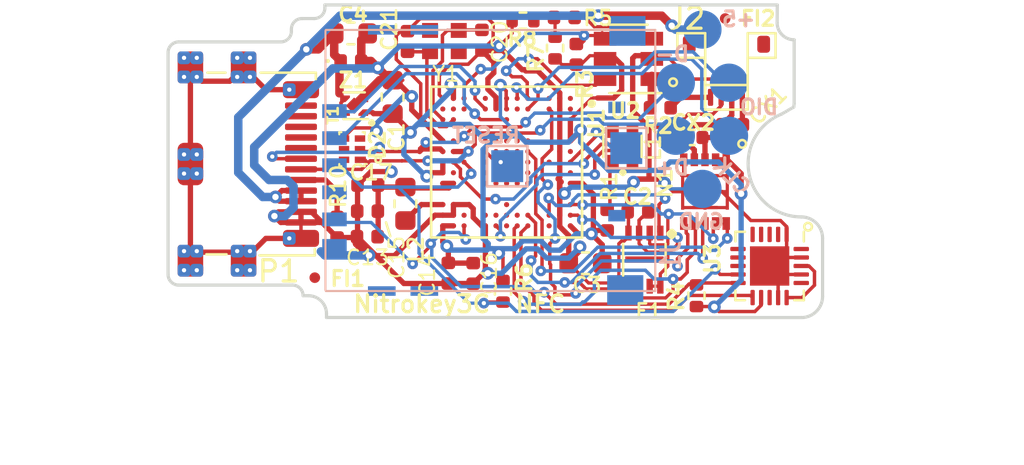
<source format=kicad_pcb>
(kicad_pcb (version 20171130) (host pcbnew 5.1.9-73d0e3b20d~88~ubuntu20.10.1)

  (general
    (thickness 0.8)
    (drawings 141)
    (tracks 781)
    (zones 0)
    (modules 41)
    (nets 92)
  )

  (page A4)
  (layers
    (0 F.Cu signal)
    (1 In1.Cu signal)
    (2 In2.Cu signal)
    (31 B.Cu signal)
    (32 B.Adhes user)
    (33 F.Adhes user)
    (34 B.Paste user)
    (35 F.Paste user)
    (36 B.SilkS user)
    (37 F.SilkS user)
    (38 B.Mask user)
    (39 F.Mask user)
    (41 Cmts.User user)
    (42 Eco1.User user)
    (43 Eco2.User user)
    (44 Edge.Cuts user)
    (45 Margin user)
    (46 B.CrtYd user)
    (47 F.CrtYd user)
    (48 B.Fab user)
    (49 F.Fab user)
  )

  (setup
    (last_trace_width 0.152)
    (user_trace_width 0.1524)
    (user_trace_width 0.162)
    (user_trace_width 0.25)
    (user_trace_width 0.4)
    (trace_clearance 0.127)
    (zone_clearance 0)
    (zone_45_only no)
    (trace_min 0.152)
    (via_size 0.5)
    (via_drill 0.2)
    (via_min_size 0.5)
    (via_min_drill 0.2)
    (user_via 0.5 0.2)
    (user_via 0.5 0.3)
    (user_via 0.6 0.3)
    (uvia_size 0.35)
    (uvia_drill 0.2)
    (uvias_allowed no)
    (uvia_min_size 0.2)
    (uvia_min_drill 0.1)
    (edge_width 0.15)
    (segment_width 0.15)
    (pcb_text_width 0.3)
    (pcb_text_size 1.5 1.5)
    (mod_edge_width 0.12)
    (mod_text_size 1 1)
    (mod_text_width 0.15)
    (pad_size 0.8 1.5)
    (pad_drill 0)
    (pad_to_mask_clearance 0)
    (aux_axis_origin 0 0)
    (grid_origin 136.64 61.08)
    (visible_elements 7FFFEF7F)
    (pcbplotparams
      (layerselection 0x010fc_fffffff9)
      (usegerberextensions true)
      (usegerberattributes false)
      (usegerberadvancedattributes false)
      (creategerberjobfile false)
      (excludeedgelayer true)
      (linewidth 0.100000)
      (plotframeref false)
      (viasonmask false)
      (mode 1)
      (useauxorigin false)
      (hpglpennumber 1)
      (hpglpenspeed 20)
      (hpglpendiameter 15.000000)
      (psnegative false)
      (psa4output false)
      (plotreference true)
      (plotvalue true)
      (plotinvisibletext false)
      (padsonsilk false)
      (subtractmaskfromsilk true)
      (outputformat 1)
      (mirror false)
      (drillshape 0)
      (scaleselection 1)
      (outputdirectory "nk3crev4-gerbers/"))
  )

  (net 0 "")
  (net 1 "Net-(U1-PadE9)")
  (net 2 "Net-(U1-PadF8)")
  (net 3 "Net-(U1-PadF9)")
  (net 4 "Net-(U1-PadG5)")
  (net 5 "Net-(U1-PadH5)")
  (net 6 "Net-(U1-PadH8)")
  (net 7 "Net-(U1-PadJ5)")
  (net 8 "Net-(U1-PadJ8)")
  (net 9 "Net-(U1-PadJ9)")
  (net 10 +3V3)
  (net 11 GNDREF)
  (net 12 "Net-(U1-PadM2)")
  (net 13 "Net-(U1-PadF5)")
  (net 14 "Net-(U1-PadM5)")
  (net 15 "Net-(U1-PadF6)")
  (net 16 "Net-(U1-PadG6)")
  (net 17 "Net-(U1-PadE8)")
  (net 18 "Net-(U1-PadG8)")
  (net 19 "Net-(U1-PadM8)")
  (net 20 "Net-(U1-PadG9)")
  (net 21 "Net-(U1-PadG11)")
  (net 22 "Net-(U1-PadF12)")
  (net 23 "Net-(U1-PadG12)")
  (net 24 /solo/Sheet5DDC9C58/SWCLK)
  (net 25 /solo/Sheet5DDC9C58/SWDIO)
  (net 26 /solo/Sheet5DDC9C58/SWO)
  (net 27 /solo/nRESET)
  (net 28 /solo/Sheet5DDC9C58/G)
  (net 29 /solo/Sheet5DDC9C58/B)
  (net 30 /solo/Sheet5DDC9C58/R)
  (net 31 /solo/Sheet5DDC9C58/SPI_SS)
  (net 32 /solo/Sheet5DDC9C58/SPI_MOSI)
  (net 33 /solo/Sheet5DDC9C58/SPI_MISO)
  (net 34 /solo/Sheet5DDC9C58/SPI_CLK)
  (net 35 /5V)
  (net 36 "Net-(U1-PadG13)")
  (net 37 /solo/Sheet5DDC9C58/SENSE1)
  (net 38 /solo/Sheet5DDC9C58/CHARGE1)
  (net 39 /solo/Sheet5DDC9C58/SENSE2)
  (net 40 /solo/Sheet5DDC9C58/SENSE3)
  (net 41 "Net-(L1-Pad4)")
  (net 42 /NFC+)
  (net 43 /NFC-)
  (net 44 "Net-(U1-PadE5)")
  (net 45 "Net-(C13-Pad1)")
  (net 46 "Net-(L2-Pad1)")
  (net 47 /solo/FLASH_CS)
  (net 48 /solo/FLASH_POWER)
  (net 49 /solo/Sheet5DDC9C58/NFC_GPIO)
  (net 50 "Net-(U1-PadH9)")
  (net 51 "Net-(U1-PadJ7)")
  (net 52 "Net-(U1-PadC13)")
  (net 53 "Net-(U1-PadE7)")
  (net 54 "Net-(U1-PadL12)")
  (net 55 "Net-(C20-Pad2)")
  (net 56 "Net-(C21-Pad2)")
  (net 57 "Net-(U1-PadA1)")
  (net 58 "Net-(U1-PadA2)")
  (net 59 "Net-(U1-PadH6)")
  (net 60 "Net-(U1-PadH12)")
  (net 61 "Net-(U1-PadC1)")
  (net 62 "Net-(P1-PadA11)")
  (net 63 "Net-(P1-PadA10)")
  (net 64 /D-)
  (net 65 /D+)
  (net 66 "Net-(P1-PadA5)")
  (net 67 "Net-(P1-PadB2)")
  (net 68 "Net-(P1-PadB3)")
  (net 69 "Net-(P1-PadB5)")
  (net 70 "Net-(U1-PadA8)")
  (net 71 "Net-(U1-PadA6)")
  (net 72 "Net-(U1-PadN2)")
  (net 73 "Net-(U1-PadJ12)")
  (net 74 "Net-(J1-Pad6)")
  (net 75 "Net-(D2-Pad6)")
  (net 76 "Net-(D2-Pad5)")
  (net 77 "Net-(D2-Pad3)")
  (net 78 /solo/Sheet5DDC9C58/SIM_CLK)
  (net 79 /solo/Sheet5DDC9C58/SIM_IO)
  (net 80 /solo/Sheet5DDC9C58/SIM_RST)
  (net 81 /solo/Sheet5DDC9C58/SIM_VCC)
  (net 82 /solo/CAPT)
  (net 83 "Net-(R2-Pad2)")
  (net 84 "Net-(R5-Pad1)")
  (net 85 "Net-(U1-PadL2)")
  (net 86 /solo/Sheet5DDC9C58/SE_ENA)
  (net 87 "Net-(U3-Pad15)")
  (net 88 "Net-(U3-Pad16)")
  (net 89 "Net-(U3-Pad13)")
  (net 90 "Net-(U3-Pad3)")
  (net 91 "Net-(R5-Pad2)")

  (net_class Default "This is the default net class."
    (clearance 0.127)
    (trace_width 0.152)
    (via_dia 0.5)
    (via_drill 0.2)
    (uvia_dia 0.35)
    (uvia_drill 0.2)
    (diff_pair_width 0.432)
    (diff_pair_gap 0.127)
    (add_net +3V3)
    (add_net /5V)
    (add_net /D+)
    (add_net /D-)
    (add_net /NFC+)
    (add_net /NFC-)
    (add_net /solo/CAPT)
    (add_net /solo/FLASH_CS)
    (add_net /solo/FLASH_POWER)
    (add_net /solo/Sheet5DDC9C58/B)
    (add_net /solo/Sheet5DDC9C58/CHARGE1)
    (add_net /solo/Sheet5DDC9C58/G)
    (add_net /solo/Sheet5DDC9C58/NFC_GPIO)
    (add_net /solo/Sheet5DDC9C58/R)
    (add_net /solo/Sheet5DDC9C58/SENSE1)
    (add_net /solo/Sheet5DDC9C58/SENSE2)
    (add_net /solo/Sheet5DDC9C58/SENSE3)
    (add_net /solo/Sheet5DDC9C58/SE_ENA)
    (add_net /solo/Sheet5DDC9C58/SIM_CLK)
    (add_net /solo/Sheet5DDC9C58/SIM_IO)
    (add_net /solo/Sheet5DDC9C58/SIM_RST)
    (add_net /solo/Sheet5DDC9C58/SIM_VCC)
    (add_net /solo/Sheet5DDC9C58/SPI_CLK)
    (add_net /solo/Sheet5DDC9C58/SPI_MISO)
    (add_net /solo/Sheet5DDC9C58/SPI_MOSI)
    (add_net /solo/Sheet5DDC9C58/SPI_SS)
    (add_net /solo/Sheet5DDC9C58/SWCLK)
    (add_net /solo/Sheet5DDC9C58/SWDIO)
    (add_net /solo/Sheet5DDC9C58/SWO)
    (add_net /solo/nRESET)
    (add_net GNDREF)
    (add_net "Net-(C13-Pad1)")
    (add_net "Net-(C20-Pad2)")
    (add_net "Net-(C21-Pad2)")
    (add_net "Net-(D2-Pad3)")
    (add_net "Net-(D2-Pad5)")
    (add_net "Net-(D2-Pad6)")
    (add_net "Net-(J1-Pad6)")
    (add_net "Net-(L1-Pad4)")
    (add_net "Net-(L2-Pad1)")
    (add_net "Net-(P1-PadA10)")
    (add_net "Net-(P1-PadA11)")
    (add_net "Net-(P1-PadA5)")
    (add_net "Net-(P1-PadB2)")
    (add_net "Net-(P1-PadB3)")
    (add_net "Net-(P1-PadB5)")
    (add_net "Net-(R2-Pad2)")
    (add_net "Net-(R5-Pad1)")
    (add_net "Net-(R5-Pad2)")
    (add_net "Net-(U1-PadA1)")
    (add_net "Net-(U1-PadA2)")
    (add_net "Net-(U1-PadA6)")
    (add_net "Net-(U1-PadA8)")
    (add_net "Net-(U1-PadC1)")
    (add_net "Net-(U1-PadC13)")
    (add_net "Net-(U1-PadE5)")
    (add_net "Net-(U1-PadE7)")
    (add_net "Net-(U1-PadE8)")
    (add_net "Net-(U1-PadE9)")
    (add_net "Net-(U1-PadF12)")
    (add_net "Net-(U1-PadF5)")
    (add_net "Net-(U1-PadF6)")
    (add_net "Net-(U1-PadF8)")
    (add_net "Net-(U1-PadF9)")
    (add_net "Net-(U1-PadG11)")
    (add_net "Net-(U1-PadG12)")
    (add_net "Net-(U1-PadG13)")
    (add_net "Net-(U1-PadG5)")
    (add_net "Net-(U1-PadG6)")
    (add_net "Net-(U1-PadG8)")
    (add_net "Net-(U1-PadG9)")
    (add_net "Net-(U1-PadH12)")
    (add_net "Net-(U1-PadH5)")
    (add_net "Net-(U1-PadH6)")
    (add_net "Net-(U1-PadH8)")
    (add_net "Net-(U1-PadH9)")
    (add_net "Net-(U1-PadJ12)")
    (add_net "Net-(U1-PadJ5)")
    (add_net "Net-(U1-PadJ7)")
    (add_net "Net-(U1-PadJ8)")
    (add_net "Net-(U1-PadJ9)")
    (add_net "Net-(U1-PadL12)")
    (add_net "Net-(U1-PadL2)")
    (add_net "Net-(U1-PadM2)")
    (add_net "Net-(U1-PadM5)")
    (add_net "Net-(U1-PadM8)")
    (add_net "Net-(U1-PadN2)")
    (add_net "Net-(U3-Pad13)")
    (add_net "Net-(U3-Pad15)")
    (add_net "Net-(U3-Pad16)")
    (add_net "Net-(U3-Pad3)")
  )

  (module Fiducial:Fiducial_0.5mm_Mask1mm (layer F.Cu) (tedit 5C18CB26) (tstamp 6053ED69)
    (at 141.84 51.68)
    (descr "Circular Fiducial, 0.5mm bare copper, 1mm soldermask opening (Level C)")
    (tags fiducial)
    (path /605702C8)
    (attr smd)
    (fp_text reference FI2 (at 1.55 0 180) (layer F.SilkS)
      (effects (font (size 0.7 0.7) (thickness 0.15)))
    )
    (fp_text value Fiducial (at 0 1.5) (layer F.Fab)
      (effects (font (size 1 1) (thickness 0.15)))
    )
    (fp_circle (center 0 0) (end 0.75 0) (layer F.CrtYd) (width 0.05))
    (fp_circle (center 0 0) (end 0.5 0) (layer F.Fab) (width 0.1))
    (fp_text user %R (at 0 0) (layer F.Fab)
      (effects (font (size 0.2 0.2) (thickness 0.04)))
    )
    (pad "" smd circle (at 0 0) (size 0.5 0.5) (layers F.Cu F.Mask)
      (solder_mask_margin 0.25) (clearance 0.25))
  )

  (module Fiducial:Fiducial_0.5mm_Mask1mm (layer F.Cu) (tedit 5C18CB26) (tstamp 6053E720)
    (at 122.54 63.88)
    (descr "Circular Fiducial, 0.5mm bare copper, 1mm soldermask opening (Level C)")
    (tags fiducial)
    (path /6056FD14)
    (attr smd)
    (fp_text reference FI1 (at 1.55 0.05) (layer F.SilkS)
      (effects (font (size 0.7 0.7) (thickness 0.15)))
    )
    (fp_text value Fiducial (at 0 1.5) (layer F.Fab)
      (effects (font (size 1 1) (thickness 0.15)))
    )
    (fp_circle (center 0 0) (end 0.75 0) (layer F.CrtYd) (width 0.05))
    (fp_circle (center 0 0) (end 0.5 0) (layer F.Fab) (width 0.1))
    (fp_text user %R (at 0 0) (layer F.Fab)
      (effects (font (size 0.2 0.2) (thickness 0.04)))
    )
    (pad "" smd circle (at 0 0) (size 0.5 0.5) (layers F.Cu F.Mask)
      (solder_mask_margin 0.25) (clearance 0.25))
  )

  (module Diode_SMD:D_0402_1005Metric (layer F.Cu) (tedit 5F68FEF0) (tstamp 6053F68E)
    (at 124.24 53.68)
    (descr "Diode SMD 0402 (1005 Metric), square (rectangular) end terminal, IPC_7351 nominal, (Body size source: http://www.tortai-tech.com/upload/download/2011102023233369053.pdf), generated with kicad-footprint-generator")
    (tags diode)
    (path /5E38FEB4)
    (attr smd)
    (fp_text reference Z1 (at 0.1 0.9) (layer F.SilkS)
      (effects (font (size 0.7 0.7) (thickness 0.15)))
    )
    (fp_text value GG040205100N2P (at 0 1.17) (layer F.Fab)
      (effects (font (size 1 1) (thickness 0.15)))
    )
    (fp_circle (center -1.09 0) (end -1.04 0) (layer F.SilkS) (width 0.1))
    (fp_line (start -0.5 0.25) (end -0.5 -0.25) (layer F.Fab) (width 0.1))
    (fp_line (start -0.5 -0.25) (end 0.5 -0.25) (layer F.Fab) (width 0.1))
    (fp_line (start 0.5 -0.25) (end 0.5 0.25) (layer F.Fab) (width 0.1))
    (fp_line (start 0.5 0.25) (end -0.5 0.25) (layer F.Fab) (width 0.1))
    (fp_line (start -0.4 0.25) (end -0.4 -0.25) (layer F.Fab) (width 0.1))
    (fp_line (start -0.3 0.25) (end -0.3 -0.25) (layer F.Fab) (width 0.1))
    (fp_line (start -0.93 0.47) (end -0.93 -0.47) (layer F.CrtYd) (width 0.05))
    (fp_line (start -0.93 -0.47) (end 0.93 -0.47) (layer F.CrtYd) (width 0.05))
    (fp_line (start 0.93 -0.47) (end 0.93 0.47) (layer F.CrtYd) (width 0.05))
    (fp_line (start 0.93 0.47) (end -0.93 0.47) (layer F.CrtYd) (width 0.05))
    (fp_text user %R (at 0 0) (layer F.Fab)
      (effects (font (size 0.25 0.25) (thickness 0.04)))
    )
    (pad 2 smd roundrect (at 0.485 0) (size 0.59 0.64) (layers F.Cu F.Paste F.Mask) (roundrect_rratio 0.25)
      (net 11 GNDREF))
    (pad 1 smd roundrect (at -0.485 0) (size 0.59 0.64) (layers F.Cu F.Paste F.Mask) (roundrect_rratio 0.25)
      (net 35 /5V))
    (model ${KISYS3DMOD}/Diode_SMD.3dshapes/D_0402_1005Metric.wrl
      (at (xyz 0 0 0))
      (scale (xyz 1 1 1))
      (rotate (xyz 0 0 0))
    )
    (model ${KISYS3DMOD}/Capacitor_SMD.3dshapes/C_0402_1005Metric.step
      (at (xyz 0 0 0))
      (scale (xyz 1 1 1))
      (rotate (xyz 0 0 0))
    )
  )

  (module Capacitor_SMD:C_0402_1005Metric (layer F.Cu) (tedit 5F68FEEE) (tstamp 600E8138)
    (at 140.29 57.28)
    (descr "Capacitor SMD 0402 (1005 Metric), square (rectangular) end terminal, IPC_7351 nominal, (Body size source: IPC-SM-782 page 76, https://www.pcb-3d.com/wordpress/wp-content/uploads/ipc-sm-782a_amendment_1_and_2.pdf), generated with kicad-footprint-generator")
    (tags capacitor)
    (path /5DDFB633/600E2185)
    (attr smd)
    (fp_text reference CX2 (at 0.05 -0.7) (layer F.SilkS)
      (effects (font (size 0.7 0.7) (thickness 0.15)))
    )
    (fp_text value 36pF (at 0 1.16) (layer F.Fab)
      (effects (font (size 1 1) (thickness 0.15)))
    )
    (fp_line (start -0.5 0.25) (end -0.5 -0.25) (layer F.Fab) (width 0.1))
    (fp_line (start -0.5 -0.25) (end 0.5 -0.25) (layer F.Fab) (width 0.1))
    (fp_line (start 0.5 -0.25) (end 0.5 0.25) (layer F.Fab) (width 0.1))
    (fp_line (start 0.5 0.25) (end -0.5 0.25) (layer F.Fab) (width 0.1))
    (fp_line (start -0.107836 -0.36) (end 0.107836 -0.36) (layer F.SilkS) (width 0.12))
    (fp_line (start -0.107836 0.36) (end 0.107836 0.36) (layer F.SilkS) (width 0.12))
    (fp_line (start -0.91 0.46) (end -0.91 -0.46) (layer F.CrtYd) (width 0.05))
    (fp_line (start -0.91 -0.46) (end 0.91 -0.46) (layer F.CrtYd) (width 0.05))
    (fp_line (start 0.91 -0.46) (end 0.91 0.46) (layer F.CrtYd) (width 0.05))
    (fp_line (start 0.91 0.46) (end -0.91 0.46) (layer F.CrtYd) (width 0.05))
    (fp_text user %R (at 0 0) (layer F.Fab)
      (effects (font (size 0.25 0.25) (thickness 0.04)))
    )
    (pad 2 smd roundrect (at 0.48 0) (size 0.56 0.62) (layers F.Cu F.Paste F.Mask) (roundrect_rratio 0.25)
      (net 43 /NFC-))
    (pad 1 smd roundrect (at -0.48 0) (size 0.56 0.62) (layers F.Cu F.Paste F.Mask) (roundrect_rratio 0.25)
      (net 42 /NFC+))
    (model ${KISYS3DMOD}/Capacitor_SMD.3dshapes/C_0402_1005Metric.wrl
      (at (xyz 0 0 0))
      (scale (xyz 1 1 1))
      (rotate (xyz 0 0 0))
    )
  )

  (module solo:FLASH_2x3_USON8 (layer F.Cu) (tedit 5E9DF282) (tstamp 600E15AC)
    (at 138.04 63.03 270)
    (path /5DDFB633/5E046CAF)
    (attr smd)
    (fp_text reference F1 (at 2.44 -0.21 180) (layer F.SilkS)
      (effects (font (size 0.7 0.7) (thickness 0.125)))
    )
    (fp_text value GD25Q16CEIGR (at 21.24 -1.98 90) (layer F.Fab) hide
      (effects (font (size 1 1) (thickness 0.15)))
    )
    (fp_line (start -1.75 -1.25) (end 1.75 -1.25) (layer F.CrtYd) (width 0.05))
    (fp_line (start 1.75 -1.25) (end 1.75 1.25) (layer F.CrtYd) (width 0.05))
    (fp_line (start 1.75 1.25) (end -1.75 1.25) (layer F.CrtYd) (width 0.05))
    (fp_line (start -1.75 1.25) (end -1.75 -1.25) (layer F.CrtYd) (width 0.05))
    (fp_line (start 0.75 -1) (end -0.75 -1) (layer F.SilkS) (width 0.12))
    (fp_line (start -0.75 1) (end 0.75 1) (layer F.SilkS) (width 0.12))
    (fp_text user · (at -1.21 -1.14 90) (layer F.SilkS)
      (effects (font (size 2 2) (thickness 0.3)))
    )
    (pad 9 smd rect (at 0 0 270) (size 0.3 1.8) (layers F.Cu F.Paste F.Mask))
    (pad 8 smd rect (at 1.25 -0.75 270) (size 0.7 0.3) (layers F.Cu F.Paste F.Mask)
      (net 48 /solo/FLASH_POWER))
    (pad 7 smd rect (at 1.25 -0.25 270) (size 0.7 0.3) (layers F.Cu F.Paste F.Mask)
      (net 48 /solo/FLASH_POWER))
    (pad 6 smd rect (at 1.25 0.25 270) (size 0.7 0.3) (layers F.Cu F.Paste F.Mask)
      (net 34 /solo/Sheet5DDC9C58/SPI_CLK))
    (pad 5 smd rect (at 1.25 0.75 270) (size 0.7 0.3) (layers F.Cu F.Paste F.Mask)
      (net 32 /solo/Sheet5DDC9C58/SPI_MOSI))
    (pad 4 smd rect (at -1.25 0.75 270) (size 0.7 0.3) (layers F.Cu F.Paste F.Mask)
      (net 11 GNDREF))
    (pad 3 smd rect (at -1.25 0.25 270) (size 0.7 0.3) (layers F.Cu F.Paste F.Mask)
      (net 48 /solo/FLASH_POWER))
    (pad 2 smd rect (at -1.25 -0.25 270) (size 0.7 0.3) (layers F.Cu F.Paste F.Mask)
      (net 33 /solo/Sheet5DDC9C58/SPI_MISO))
    (pad 1 smd rect (at -1.25 -0.75 270) (size 0.7 0.3) (layers F.Cu F.Paste F.Mask)
      (net 47 /solo/FLASH_CS))
    (model 3d/USON8_2-3mm.step
      (offset (xyz -1.55 -1.05 0))
      (scale (xyz 1 1 1))
      (rotate (xyz 0 0 0))
    )
  )

  (module solo:UTC009-C (layer F.Cu) (tedit 600D7EAF) (tstamp 600299FA)
    (at 115.34 58.53 270)
    (path /5E656DF2)
    (attr smd)
    (fp_text reference P1 (at 5.05 -5.5 180) (layer F.SilkS)
      (effects (font (size 1 1) (thickness 0.15)))
    )
    (fp_text value USB_C_Plug (at -0.05 3 270) (layer F.Fab)
      (effects (font (size 1 1) (thickness 0.15)))
    )
    (fp_line (start 4.3 -7.2) (end 4.3 -4.6) (layer F.SilkS) (width 0.12))
    (fp_line (start 4 -7.2) (end 4.3 -7.2) (layer F.SilkS) (width 0.12))
    (fp_line (start -4.3 -7.25) (end -4 -7.25) (layer F.SilkS) (width 0.12))
    (fp_line (start -4.3 -4.65) (end -4.3 -7.25) (layer F.SilkS) (width 0.12))
    (fp_line (start -4.3 -2.15) (end -4.3 -3) (layer F.SilkS) (width 0.12))
    (fp_line (start 4.25 -3.05) (end 4.25 -2.1) (layer F.SilkS) (width 0.12))
    (fp_line (start -4.15 -1.7) (end -5.05 -1.7) (layer F.Fab) (width 0.12))
    (fp_line (start -4.15 -3.4) (end -4.15 -1.7) (layer F.Fab) (width 0.12))
    (fp_line (start -4.95 -3.4) (end -4.15 -3.4) (layer F.Fab) (width 0.12))
    (fp_line (start -4.95 -4.2) (end -4.95 -3.4) (layer F.Fab) (width 0.12))
    (fp_line (start -4.15 -4.2) (end -4.95 -4.2) (layer F.Fab) (width 0.12))
    (fp_line (start -4.15 -7.05) (end -4.15 -4.2) (layer F.Fab) (width 0.12))
    (fp_line (start 4.15 -7.05) (end -4.15 -7.05) (layer F.Fab) (width 0.12))
    (fp_line (start 4.15 -4.25) (end 4.15 -7.05) (layer F.Fab) (width 0.12))
    (fp_line (start 4.95 -4.25) (end 4.15 -4.25) (layer F.Fab) (width 0.12))
    (fp_line (start 4.95 -3.45) (end 4.95 -4.25) (layer F.Fab) (width 0.12))
    (fp_line (start 4.15 -3.45) (end 4.95 -3.45) (layer F.Fab) (width 0.12))
    (fp_line (start 4.15 -1.75) (end 4.15 -3.45) (layer F.Fab) (width 0.12))
    (fp_line (start 4.95 -1.75) (end 4.15 -1.75) (layer F.Fab) (width 0.12))
    (fp_line (start 4.95 -0.95) (end 4.95 -1.75) (layer F.Fab) (width 0.12))
    (fp_line (start 4.15 -0.95) (end 4.95 -0.95) (layer F.Fab) (width 0.12))
    (fp_line (start 4.15 7.2) (end 4.15 -0.95) (layer F.Fab) (width 0.12))
    (fp_line (start -4.15 7.2) (end 4.15 7.2) (layer F.Fab) (width 0.12))
    (fp_line (start -4.15 -0.95) (end -4.15 7.2) (layer F.Fab) (width 0.12))
    (fp_line (start -5.05 -0.95) (end -4.15 -0.95) (layer F.Fab) (width 0.12))
    (fp_line (start -5.05 -1.7) (end -5.05 -0.95) (layer F.Fab) (width 0.12))
    (fp_line (start 4.5 -4.6) (end 4.5 -7.75) (layer F.CrtYd) (width 0.12))
    (fp_line (start 5.45 -4.6) (end 4.5 -4.6) (layer F.CrtYd) (width 0.12))
    (fp_line (start 5.45 -3.1) (end 5.45 -4.6) (layer F.CrtYd) (width 0.12))
    (fp_line (start 4.5 -3.1) (end 5.45 -3.1) (layer F.CrtYd) (width 0.12))
    (fp_line (start 4.5 -2.1) (end 4.5 -3.1) (layer F.CrtYd) (width 0.12))
    (fp_line (start 5.45 -2.1) (end 4.5 -2.1) (layer F.CrtYd) (width 0.12))
    (fp_line (start 5.45 -0.6) (end 5.45 -2.1) (layer F.CrtYd) (width 0.12))
    (fp_line (start 4.5 -0.6) (end 5.45 -0.6) (layer F.CrtYd) (width 0.12))
    (fp_line (start 4.5 7.5) (end 4.5 -0.6) (layer F.CrtYd) (width 0.12))
    (fp_line (start -4.5 7.5) (end 4.5 7.5) (layer F.CrtYd) (width 0.12))
    (fp_line (start -4.5 -0.6) (end -4.5 7.5) (layer F.CrtYd) (width 0.12))
    (fp_line (start -5.45 -0.6) (end -4.5 -0.6) (layer F.CrtYd) (width 0.12))
    (fp_line (start -5.45 -2.1) (end -5.45 -0.6) (layer F.CrtYd) (width 0.12))
    (fp_line (start -5.4 -2.1) (end -5.45 -2.1) (layer F.CrtYd) (width 0.12))
    (fp_line (start -4.5 -2.1) (end -5.4 -2.1) (layer F.CrtYd) (width 0.12))
    (fp_line (start -4.5 -3.1) (end -4.5 -2.1) (layer F.CrtYd) (width 0.12))
    (fp_line (start -5.45 -3.1) (end -4.5 -3.1) (layer F.CrtYd) (width 0.12))
    (fp_line (start -5.45 -4.65) (end -5.45 -3.1) (layer F.CrtYd) (width 0.12))
    (fp_line (start -4.5 -4.65) (end -5.45 -4.65) (layer F.CrtYd) (width 0.12))
    (fp_line (start -4.5 -7.75) (end -4.5 -4.65) (layer F.CrtYd) (width 0.12))
    (fp_line (start -4.5 -7.75) (end 4.5 -7.75) (layer F.CrtYd) (width 0.12))
    (fp_text user %R (at -0.9 1 270) (layer F.Fab)
      (effects (font (size 1 1) (thickness 0.15)))
    )
    (pad S1 smd roundrect (at -4.55 -3.85 270) (size 1.5 1.2) (layers F.Cu F.Paste F.Mask) (roundrect_rratio 0.25)
      (net 11 GNDREF))
    (pad S1 smd roundrect (at 4.55 -3.85 270) (size 1.5 1.2) (layers F.Cu F.Paste F.Mask) (roundrect_rratio 0.25)
      (net 11 GNDREF))
    (pad S1 smd roundrect (at 4.55 -1.35 270) (size 1.5 1.2) (layers F.Cu F.Paste F.Mask) (roundrect_rratio 0.25)
      (net 11 GNDREF))
    (pad S1 smd roundrect (at -4.55 -1.35 270) (size 1.5 1.2) (layers F.Cu F.Paste F.Mask) (roundrect_rratio 0.25)
      (net 11 GNDREF))
    (pad S1 smd roundrect (at 0 -1.35 270) (size 2 1.2) (layers F.Cu F.Paste F.Mask) (roundrect_rratio 0.25)
      (net 11 GNDREF))
    (pad S1 smd roundrect (at 3.5 -6.55 270) (size 0.8 1.7) (layers F.Cu F.Paste F.Mask) (roundrect_rratio 0.25)
      (net 11 GNDREF))
    (pad S1 smd roundrect (at -3.5 -6.55 270) (size 0.8 1.7) (layers F.Cu F.Paste F.Mask) (roundrect_rratio 0.25)
      (net 11 GNDREF))
    (pad A1 smd roundrect (at 2.75 -6.55 270) (size 0.3 1.5) (layers F.Cu F.Paste F.Mask) (roundrect_rratio 0.25)
      (net 11 GNDREF))
    (pad B12 smd roundrect (at 2.25 -6.55 270) (size 0.3 1.5) (layers F.Cu F.Paste F.Mask) (roundrect_rratio 0.25)
      (net 11 GNDREF))
    (pad B9 smd roundrect (at 1.75 -6.55 270) (size 0.3 1.5) (layers F.Cu F.Paste F.Mask) (roundrect_rratio 0.25)
      (net 35 /5V))
    (pad A4 smd roundrect (at 1.25 -6.55 270) (size 0.3 1.5) (layers F.Cu F.Paste F.Mask) (roundrect_rratio 0.25)
      (net 35 /5V))
    (pad A5 smd roundrect (at 0.75 -6.55 270) (size 0.3 1.5) (layers F.Cu F.Paste F.Mask) (roundrect_rratio 0.25)
      (net 66 "Net-(P1-PadA5)"))
    (pad A6 smd roundrect (at 0.25 -6.55 270) (size 0.3 1.5) (layers F.Cu F.Paste F.Mask) (roundrect_rratio 0.25)
      (net 65 /D+))
    (pad A7 smd roundrect (at -0.25 -6.55 270) (size 0.3 1.5) (layers F.Cu F.Paste F.Mask) (roundrect_rratio 0.25)
      (net 64 /D-))
    (pad B5 smd roundrect (at -0.75 -6.55 270) (size 0.3 1.5) (layers F.Cu F.Paste F.Mask) (roundrect_rratio 0.25)
      (net 69 "Net-(P1-PadB5)"))
    (pad B3 smd roundrect (at -1.25 -6.55 270) (size 0.3 1.5) (layers F.Cu F.Paste F.Mask) (roundrect_rratio 0.25)
      (net 68 "Net-(P1-PadB3)"))
    (pad A10 smd roundrect (at -1.75 -6.55 270) (size 0.3 1.5) (layers F.Cu F.Paste F.Mask) (roundrect_rratio 0.25)
      (net 63 "Net-(P1-PadA10)"))
    (pad A11 smd roundrect (at -2.25 -6.55 270) (size 0.3 1.5) (layers F.Cu F.Paste F.Mask) (roundrect_rratio 0.25)
      (net 62 "Net-(P1-PadA11)"))
    (pad B2 smd roundrect (at -2.75 -6.55 270) (size 0.3 1.5) (layers F.Cu F.Paste F.Mask) (roundrect_rratio 0.25)
      (net 67 "Net-(P1-PadB2)"))
    (pad S1 thru_hole roundrect (at 4.1 -4.15 270) (size 0.6 0.6) (drill 0.2) (layers *.Cu F.Mask) (roundrect_rratio 0.25)
      (net 11 GNDREF))
    (pad S1 thru_hole roundrect (at 4.1 -3.55 270) (size 0.6 0.6) (drill 0.2) (layers *.Cu F.Mask) (roundrect_rratio 0.25)
      (net 11 GNDREF))
    (pad S1 thru_hole roundrect (at 5 -3.55 270) (size 0.6 0.6) (drill 0.2) (layers *.Cu F.Mask) (roundrect_rratio 0.25)
      (net 11 GNDREF))
    (pad S1 thru_hole roundrect (at 5 -4.15 270) (size 0.6 0.6) (drill 0.2) (layers *.Cu F.Mask) (roundrect_rratio 0.25)
      (net 11 GNDREF))
    (pad S1 thru_hole roundrect (at 4.1 -1.65 270) (size 0.6 0.6) (drill 0.2) (layers *.Cu F.Mask) (roundrect_rratio 0.25)
      (net 11 GNDREF))
    (pad S1 thru_hole roundrect (at 5 -1.65 270) (size 0.6 0.6) (drill 0.2) (layers *.Cu F.Mask) (roundrect_rratio 0.25)
      (net 11 GNDREF))
    (pad S1 thru_hole roundrect (at 5 -1.05 270) (size 0.6 0.6) (drill 0.2) (layers *.Cu F.Mask) (roundrect_rratio 0.25)
      (net 11 GNDREF))
    (pad S1 thru_hole roundrect (at 4.1 -1.05 270) (size 0.6 0.6) (drill 0.2) (layers *.Cu F.Mask) (roundrect_rratio 0.25)
      (net 11 GNDREF))
    (pad S1 thru_hole roundrect (at -0.45 -1.65 270) (size 0.6 0.6) (drill 0.2) (layers *.Cu F.Mask) (roundrect_rratio 0.25)
      (net 11 GNDREF))
    (pad S1 thru_hole roundrect (at 0.45 -1.65 270) (size 0.6 0.6) (drill 0.2) (layers *.Cu F.Mask) (roundrect_rratio 0.25)
      (net 11 GNDREF))
    (pad S1 thru_hole roundrect (at 0.45 -1.05 270) (size 0.6 0.6) (drill 0.2) (layers *.Cu F.Mask) (roundrect_rratio 0.25)
      (net 11 GNDREF))
    (pad S1 thru_hole roundrect (at -0.45 -1.05 270) (size 0.6 0.6) (drill 0.2) (layers *.Cu F.Mask) (roundrect_rratio 0.25)
      (net 11 GNDREF))
    (pad S1 thru_hole roundrect (at -5 -1.65 270) (size 0.6 0.6) (drill 0.2) (layers *.Cu F.Mask) (roundrect_rratio 0.25)
      (net 11 GNDREF))
    (pad S1 thru_hole roundrect (at -4.1 -1.65 270) (size 0.6 0.6) (drill 0.2) (layers *.Cu F.Mask) (roundrect_rratio 0.25)
      (net 11 GNDREF))
    (pad S1 thru_hole roundrect (at -4.1 -1.05 270) (size 0.6 0.6) (drill 0.2) (layers *.Cu F.Mask) (roundrect_rratio 0.25)
      (net 11 GNDREF))
    (pad S1 thru_hole roundrect (at -5 -1.05 270) (size 0.6 0.6) (drill 0.2) (layers *.Cu F.Mask) (roundrect_rratio 0.25)
      (net 11 GNDREF))
    (pad S1 thru_hole roundrect (at -5 -3.55 270) (size 0.6 0.6) (drill 0.2) (layers *.Cu F.Mask) (roundrect_rratio 0.25)
      (net 11 GNDREF))
    (pad S1 thru_hole roundrect (at -5 -4.15 270) (size 0.6 0.6) (drill 0.2) (layers *.Cu F.Mask) (roundrect_rratio 0.25)
      (net 11 GNDREF))
    (pad S1 thru_hole roundrect (at -4.1 -4.15 270) (size 0.6 0.6) (drill 0.2) (layers *.Cu F.Mask) (roundrect_rratio 0.25)
      (net 11 GNDREF))
    (pad S1 thru_hole roundrect (at -4.1 -3.55 270) (size 0.6 0.6) (drill 0.2) (layers *.Cu F.Mask) (roundrect_rratio 0.25)
      (net 11 GNDREF))
    (pad S1 thru_hole roundrect (at -3.5 -6 270) (size 0.6 0.6) (drill 0.2) (layers *.Cu F.Mask) (roundrect_rratio 0.25)
      (net 11 GNDREF))
    (pad S1 thru_hole roundrect (at 3.5 -6 270) (size 0.6 0.6) (drill 0.2) (layers *.Cu F.Mask) (roundrect_rratio 0.25)
      (net 11 GNDREF))
    (model ${KIPRJMOD}/3d/utc009.step
      (offset (xyz 0 5.8 1.2))
      (scale (xyz 1 1 1))
      (rotate (xyz 0 0 0))
    )
  )

  (module Resistor_SMD:R_0402_1005Metric (layer F.Cu) (tedit 5F68FEEE) (tstamp 5F9165E8)
    (at 140.49 64.73 90)
    (descr "Resistor SMD 0402 (1005 Metric), square (rectangular) end terminal, IPC_7351 nominal, (Body size source: IPC-SM-782 page 72, https://www.pcb-3d.com/wordpress/wp-content/uploads/ipc-sm-782a_amendment_1_and_2.pdf), generated with kicad-footprint-generator")
    (tags resistor)
    (path /5DDFB633/5DDC9C59/5F9BA121)
    (attr smd)
    (fp_text reference R4 (at -0.04 -0.95 90) (layer F.SilkS)
      (effects (font (size 0.7 0.7) (thickness 0.15)))
    )
    (fp_text value 4.7k (at 0 1.17 90) (layer F.Fab)
      (effects (font (size 1 1) (thickness 0.15)))
    )
    (fp_line (start 0.93 0.47) (end -0.93 0.47) (layer F.CrtYd) (width 0.05))
    (fp_line (start 0.93 -0.47) (end 0.93 0.47) (layer F.CrtYd) (width 0.05))
    (fp_line (start -0.93 -0.47) (end 0.93 -0.47) (layer F.CrtYd) (width 0.05))
    (fp_line (start -0.93 0.47) (end -0.93 -0.47) (layer F.CrtYd) (width 0.05))
    (fp_line (start -0.153641 0.38) (end 0.153641 0.38) (layer F.SilkS) (width 0.12))
    (fp_line (start -0.153641 -0.38) (end 0.153641 -0.38) (layer F.SilkS) (width 0.12))
    (fp_line (start 0.525 0.27) (end -0.525 0.27) (layer F.Fab) (width 0.1))
    (fp_line (start 0.525 -0.27) (end 0.525 0.27) (layer F.Fab) (width 0.1))
    (fp_line (start -0.525 -0.27) (end 0.525 -0.27) (layer F.Fab) (width 0.1))
    (fp_line (start -0.525 0.27) (end -0.525 -0.27) (layer F.Fab) (width 0.1))
    (fp_text user %R (at 0 0 90) (layer F.Fab)
      (effects (font (size 0.26 0.26) (thickness 0.04)))
    )
    (pad 2 smd roundrect (at 0.51 0 90) (size 0.54 0.64) (layers F.Cu F.Paste F.Mask) (roundrect_rratio 0.25)
      (net 81 /solo/Sheet5DDC9C58/SIM_VCC))
    (pad 1 smd roundrect (at -0.51 0 90) (size 0.54 0.64) (layers F.Cu F.Paste F.Mask) (roundrect_rratio 0.25)
      (net 10 +3V3))
    (model ${KISYS3DMOD}/Resistor_SMD.3dshapes/R_0402_1005Metric.step
      (at (xyz 0 0 0))
      (scale (xyz 1 1 1))
      (rotate (xyz 0 0 0))
    )
  )

  (module Resistor_SMD:R_0402_1005Metric (layer F.Cu) (tedit 5F68FEEE) (tstamp 5F916615)
    (at 131.39 64.52 270)
    (descr "Resistor SMD 0402 (1005 Metric), square (rectangular) end terminal, IPC_7351 nominal, (Body size source: IPC-SM-782 page 72, https://www.pcb-3d.com/wordpress/wp-content/uploads/ipc-sm-782a_amendment_1_and_2.pdf), generated with kicad-footprint-generator")
    (tags resistor)
    (path /5DDFB633/5DDC9C59/5F9BA705)
    (attr smd)
    (fp_text reference R6 (at -0.64 -1 90) (layer F.SilkS)
      (effects (font (size 0.7 0.7) (thickness 0.15)))
    )
    (fp_text value 4.7k (at 0 1.17 90) (layer F.Fab)
      (effects (font (size 1 1) (thickness 0.15)))
    )
    (fp_line (start 0.93 0.47) (end -0.93 0.47) (layer F.CrtYd) (width 0.05))
    (fp_line (start 0.93 -0.47) (end 0.93 0.47) (layer F.CrtYd) (width 0.05))
    (fp_line (start -0.93 -0.47) (end 0.93 -0.47) (layer F.CrtYd) (width 0.05))
    (fp_line (start -0.93 0.47) (end -0.93 -0.47) (layer F.CrtYd) (width 0.05))
    (fp_line (start -0.153641 0.38) (end 0.153641 0.38) (layer F.SilkS) (width 0.12))
    (fp_line (start -0.153641 -0.38) (end 0.153641 -0.38) (layer F.SilkS) (width 0.12))
    (fp_line (start 0.525 0.27) (end -0.525 0.27) (layer F.Fab) (width 0.1))
    (fp_line (start 0.525 -0.27) (end 0.525 0.27) (layer F.Fab) (width 0.1))
    (fp_line (start -0.525 -0.27) (end 0.525 -0.27) (layer F.Fab) (width 0.1))
    (fp_line (start -0.525 0.27) (end -0.525 -0.27) (layer F.Fab) (width 0.1))
    (fp_text user %R (at 0 0 90) (layer F.Fab)
      (effects (font (size 0.26 0.26) (thickness 0.04)))
    )
    (pad 2 smd roundrect (at 0.51 0 270) (size 0.54 0.64) (layers F.Cu F.Paste F.Mask) (roundrect_rratio 0.25)
      (net 80 /solo/Sheet5DDC9C58/SIM_RST))
    (pad 1 smd roundrect (at -0.51 0 270) (size 0.54 0.64) (layers F.Cu F.Paste F.Mask) (roundrect_rratio 0.25)
      (net 10 +3V3))
    (model ${KISYS3DMOD}/Resistor_SMD.3dshapes/R_0402_1005Metric.step
      (at (xyz 0 0 0))
      (scale (xyz 1 1 1))
      (rotate (xyz 0 0 0))
    )
  )

  (module solo:MLPD3X3 (layer F.Cu) (tedit 5F9073A2) (tstamp 5E702DD6)
    (at 141.89 58.33 270)
    (path /5DDFB633/5E7A565A)
    (attr smd)
    (fp_text reference N1 (at 1.1 2.9 270) (layer F.SilkS)
      (effects (font (size 0.7 0.7) (thickness 0.125)))
    )
    (fp_text value FM11NC08 (at 18.05 -10.76 270) (layer F.Fab) hide
      (effects (font (size 1 1) (thickness 0.15)))
    )
    (pad EXP smd rect (at 1.5 1.25 90) (size 0.15 1.7) (layers F.Cu F.Paste F.Mask)
      (net 11 GNDREF) (solder_mask_margin 0.01))
    (pad EXP smd rect (at 1.5 0.75 90) (size 0.15 1.7) (layers F.Cu F.Paste F.Mask)
      (net 11 GNDREF) (solder_mask_margin 0.01))
    (pad EXP smd rect (at 2.25 1.25 90) (size 0.15 1.7) (layers F.Cu F.Paste F.Mask)
      (net 11 GNDREF) (solder_mask_margin 0.01))
    (pad EXP smd rect (at 2.25 0.75 90) (size 0.15 1.7) (layers F.Cu F.Paste F.Mask)
      (net 11 GNDREF) (solder_mask_margin 0.01))
    (pad EXP smd rect (at 0.75 1.25 90) (size 0.15 1.7) (layers F.Cu F.Paste F.Mask)
      (net 11 GNDREF) (solder_mask_margin 0.01))
    (pad EXP smd rect (at 0.75 0.75 90) (size 0.15 1.7) (layers F.Cu F.Paste F.Mask)
      (net 11 GNDREF) (solder_mask_margin 0.01))
    (pad EXP smd rect (at 1.5 -0.05) (size 0.15 1.7) (layers F.Cu F.Paste F.Mask)
      (net 11 GNDREF) (solder_mask_margin 0.01))
    (pad EXP smd rect (at 1.5 1) (size 0.15 1.7) (layers F.Cu F.Paste F.Mask)
      (net 11 GNDREF) (solder_mask_margin 0.01))
    (pad EXP smd rect (at 1.5 1.3 270) (size 0.2 0.2) (layers F.Cu F.Paste F.Mask)
      (net 11 GNDREF) (solder_mask_margin 0.8))
    (pad EXP smd rect (at 1.5 2.05) (size 0.15 1.7) (layers F.Cu F.Paste F.Mask)
      (net 11 GNDREF) (solder_mask_margin 0.01))
    (pad EXP smd rect (at 1.5 0.7 270) (size 0.2 0.2) (layers F.Cu F.Paste F.Mask)
      (net 11 GNDREF) (solder_mask_margin 0.8))
    (pad 10 smd rect (at 3 0 270) (size 0.6 0.35) (layers F.Cu F.Paste F.Mask)
      (net 49 /solo/Sheet5DDC9C58/NFC_GPIO))
    (pad 9 smd rect (at 3 0.5 270) (size 0.6 0.35) (layers F.Cu F.Paste F.Mask)
      (net 33 /solo/Sheet5DDC9C58/SPI_MISO))
    (pad 8 smd rect (at 3 1 270) (size 0.6 0.35) (layers F.Cu F.Paste F.Mask)
      (net 32 /solo/Sheet5DDC9C58/SPI_MOSI))
    (pad 7 smd rect (at 3 1.5 270) (size 0.6 0.35) (layers F.Cu F.Paste F.Mask)
      (net 34 /solo/Sheet5DDC9C58/SPI_CLK))
    (pad 6 smd rect (at 3 2 270) (size 0.6 0.35) (layers F.Cu F.Paste F.Mask)
      (net 31 /solo/Sheet5DDC9C58/SPI_SS))
    (pad 5 smd rect (at 0 2 270) (size 0.6 0.35) (layers F.Cu F.Paste F.Mask)
      (net 11 GNDREF))
    (pad 4 smd rect (at 0 1.5 270) (size 0.6 0.35) (layers F.Cu F.Paste F.Mask)
      (net 42 /NFC+))
    (pad 3 smd rect (at 0 1 270) (size 0.6 0.35) (layers F.Cu F.Paste F.Mask)
      (net 43 /NFC-))
    (pad 2 smd rect (at 0 0.5 270) (size 0.6 0.35) (layers F.Cu F.Paste F.Mask)
      (net 10 +3V3))
    (pad 1 smd rect (at 0 0 270) (size 0.6 0.35) (layers F.Cu F.Paste F.Mask)
      (net 10 +3V3))
    (model 3d/MLPD3x3.step
      (offset (xyz 0 0.5 0))
      (scale (xyz 1 1 1))
      (rotate (xyz 0 0 90))
    )
  )

  (module TestPoint:TestPoint_Pad_1.5x1.5mm (layer B.Cu) (tedit 5A0F774F) (tstamp 5F918BBB)
    (at 137.19 57.78)
    (descr "SMD rectangular pad as test Point, square 1.5mm side length")
    (tags "test point SMD pad rectangle square")
    (path /5DDFB633/5DDC9C59/5F9FE9A8)
    (attr virtual)
    (fp_text reference TP2 (at 0 1.648) (layer B.SilkS) hide
      (effects (font (size 1 1) (thickness 0.15)) (justify mirror))
    )
    (fp_text value TestPoint (at 0 -1.75) (layer B.Fab)
      (effects (font (size 1 1) (thickness 0.15)) (justify mirror))
    )
    (fp_line (start 1.25 -1.25) (end -1.25 -1.25) (layer B.CrtYd) (width 0.05))
    (fp_line (start 1.25 -1.25) (end 1.25 1.25) (layer B.CrtYd) (width 0.05))
    (fp_line (start -1.25 1.25) (end -1.25 -1.25) (layer B.CrtYd) (width 0.05))
    (fp_line (start -1.25 1.25) (end 1.25 1.25) (layer B.CrtYd) (width 0.05))
    (fp_line (start -0.95 -0.95) (end -0.95 0.95) (layer B.SilkS) (width 0.12))
    (fp_line (start 0.95 -0.95) (end -0.95 -0.95) (layer B.SilkS) (width 0.12))
    (fp_line (start 0.95 0.95) (end 0.95 -0.95) (layer B.SilkS) (width 0.12))
    (fp_line (start -0.95 0.95) (end 0.95 0.95) (layer B.SilkS) (width 0.12))
    (fp_text user %R (at 0 1.65) (layer B.Fab)
      (effects (font (size 1 1) (thickness 0.15)) (justify mirror))
    )
    (pad 1 smd rect (at 0 0) (size 1.5 1.5) (layers B.Cu B.Mask)
      (net 30 /solo/Sheet5DDC9C58/R))
  )

  (module Resistor_SMD:R_0402_1005Metric (layer F.Cu) (tedit 5B301BBD) (tstamp 5F9083B7)
    (at 134.275 51.63 180)
    (descr "Resistor SMD 0402 (1005 Metric), square (rectangular) end terminal, IPC_7351 nominal, (Body size source: http://www.tortai-tech.com/upload/download/2011102023233369053.pdf), generated with kicad-footprint-generator")
    (tags resistor)
    (path /5DDFB633/5DF7CDFF)
    (attr smd)
    (fp_text reference R5 (at -1.58 -0.03) (layer F.SilkS)
      (effects (font (size 0.7 0.7) (thickness 0.125)))
    )
    (fp_text value 4.7k (at 8.89 7.27) (layer F.Fab) hide
      (effects (font (size 1 1) (thickness 0.15)))
    )
    (fp_line (start -0.5 0.25) (end -0.5 -0.25) (layer F.Fab) (width 0.1))
    (fp_line (start -0.5 -0.25) (end 0.5 -0.25) (layer F.Fab) (width 0.1))
    (fp_line (start 0.5 -0.25) (end 0.5 0.25) (layer F.Fab) (width 0.1))
    (fp_line (start 0.5 0.25) (end -0.5 0.25) (layer F.Fab) (width 0.1))
    (fp_line (start -0.93 0.47) (end -0.93 -0.47) (layer F.CrtYd) (width 0.05))
    (fp_line (start -0.93 -0.47) (end 0.93 -0.47) (layer F.CrtYd) (width 0.05))
    (fp_line (start 0.93 -0.47) (end 0.93 0.47) (layer F.CrtYd) (width 0.05))
    (fp_line (start 0.93 0.47) (end -0.93 0.47) (layer F.CrtYd) (width 0.05))
    (fp_text user %R (at 0 0) (layer F.Fab)
      (effects (font (size 0.25 0.25) (thickness 0.04)))
    )
    (pad 2 smd roundrect (at 0.485 0 180) (size 0.59 0.64) (layers F.Cu F.Paste F.Mask) (roundrect_rratio 0.25)
      (net 91 "Net-(R5-Pad2)"))
    (pad 1 smd roundrect (at -0.485 0 180) (size 0.59 0.64) (layers F.Cu F.Paste F.Mask) (roundrect_rratio 0.25)
      (net 84 "Net-(R5-Pad1)"))
    (model ${KISYS3DMOD}/Resistor_SMD.3dshapes/R_0402_1005Metric.step
      (at (xyz 0 0 0))
      (scale (xyz 1 1 1))
      (rotate (xyz 0 0 0))
    )
  )

  (module Capacitor_SMD:C_0402_1005Metric (layer F.Cu) (tedit 5B301BBE) (tstamp 5F08C583)
    (at 137.74 60.78 180)
    (descr "Capacitor SMD 0402 (1005 Metric), square (rectangular) end terminal, IPC_7351 nominal, (Body size source: http://www.tortai-tech.com/upload/download/2011102023233369053.pdf), generated with kicad-footprint-generator")
    (tags capacitor)
    (path /5DDFB633/5F091C19)
    (attr smd)
    (fp_text reference C2 (at 0.025 0.71) (layer F.SilkS)
      (effects (font (size 0.7 0.7) (thickness 0.15)))
    )
    (fp_text value 100n (at 0 1.17) (layer F.Fab)
      (effects (font (size 1 1) (thickness 0.15)))
    )
    (fp_line (start -0.5 0.25) (end -0.5 -0.25) (layer F.Fab) (width 0.1))
    (fp_line (start -0.5 -0.25) (end 0.5 -0.25) (layer F.Fab) (width 0.1))
    (fp_line (start 0.5 -0.25) (end 0.5 0.25) (layer F.Fab) (width 0.1))
    (fp_line (start 0.5 0.25) (end -0.5 0.25) (layer F.Fab) (width 0.1))
    (fp_line (start -0.93 0.47) (end -0.93 -0.47) (layer F.CrtYd) (width 0.05))
    (fp_line (start -0.93 -0.47) (end 0.93 -0.47) (layer F.CrtYd) (width 0.05))
    (fp_line (start 0.93 -0.47) (end 0.93 0.47) (layer F.CrtYd) (width 0.05))
    (fp_line (start 0.93 0.47) (end -0.93 0.47) (layer F.CrtYd) (width 0.05))
    (fp_text user %R (at 0 0) (layer F.Fab)
      (effects (font (size 0.25 0.25) (thickness 0.04)))
    )
    (pad 2 smd roundrect (at 0.485 0 180) (size 0.59 0.64) (layers F.Cu F.Paste F.Mask) (roundrect_rratio 0.25)
      (net 11 GNDREF))
    (pad 1 smd roundrect (at -0.485 0 180) (size 0.59 0.64) (layers F.Cu F.Paste F.Mask) (roundrect_rratio 0.25)
      (net 48 /solo/FLASH_POWER))
    (model ${KISYS3DMOD}/Capacitor_SMD.3dshapes/C_0402_1005Metric.step
      (at (xyz 0 0 0))
      (scale (xyz 1 1 1))
      (rotate (xyz 0 0 0))
    )
  )

  (module Capacitor_SMD:C_0603_1608Metric (layer F.Cu) (tedit 5B301BBE) (tstamp 5F2B1319)
    (at 124.24 52.38)
    (descr "Capacitor SMD 0603 (1608 Metric), square (rectangular) end terminal, IPC_7351 nominal, (Body size source: http://www.tortai-tech.com/upload/download/2011102023233369053.pdf), generated with kicad-footprint-generator")
    (tags capacitor)
    (path /5DDFB633/5F2C9713)
    (attr smd)
    (fp_text reference C4 (at 0.1 -0.9) (layer F.SilkS)
      (effects (font (size 0.7 0.7) (thickness 0.15)))
    )
    (fp_text value 10u (at 0 1.43) (layer F.Fab)
      (effects (font (size 1 1) (thickness 0.15)))
    )
    (fp_line (start -0.8 0.4) (end -0.8 -0.4) (layer F.Fab) (width 0.1))
    (fp_line (start -0.8 -0.4) (end 0.8 -0.4) (layer F.Fab) (width 0.1))
    (fp_line (start 0.8 -0.4) (end 0.8 0.4) (layer F.Fab) (width 0.1))
    (fp_line (start 0.8 0.4) (end -0.8 0.4) (layer F.Fab) (width 0.1))
    (fp_line (start -0.162779 -0.51) (end 0.162779 -0.51) (layer F.SilkS) (width 0.12))
    (fp_line (start -0.162779 0.51) (end 0.162779 0.51) (layer F.SilkS) (width 0.12))
    (fp_line (start -1.48 0.73) (end -1.48 -0.73) (layer F.CrtYd) (width 0.05))
    (fp_line (start -1.48 -0.73) (end 1.48 -0.73) (layer F.CrtYd) (width 0.05))
    (fp_line (start 1.48 -0.73) (end 1.48 0.73) (layer F.CrtYd) (width 0.05))
    (fp_line (start 1.48 0.73) (end -1.48 0.73) (layer F.CrtYd) (width 0.05))
    (fp_text user %R (at 0 0) (layer F.Fab)
      (effects (font (size 0.4 0.4) (thickness 0.06)))
    )
    (pad 2 smd roundrect (at 0.7875 0) (size 0.875 0.95) (layers F.Cu F.Paste F.Mask) (roundrect_rratio 0.25)
      (net 11 GNDREF))
    (pad 1 smd roundrect (at -0.7875 0) (size 0.875 0.95) (layers F.Cu F.Paste F.Mask) (roundrect_rratio 0.25)
      (net 35 /5V))
    (model ${KISYS3DMOD}/Capacitor_SMD.3dshapes/C_0603_1608Metric.step
      (at (xyz 0 0 0))
      (scale (xyz 1 1 1))
      (rotate (xyz 0 0 0))
    )
  )

  (module Capacitor_SMD:C_0603_1608Metric (layer F.Cu) (tedit 5B301BBE) (tstamp 5E663FD1)
    (at 135.27 63.2 180)
    (descr "Capacitor SMD 0603 (1608 Metric), square (rectangular) end terminal, IPC_7351 nominal, (Body size source: http://www.tortai-tech.com/upload/download/2011102023233369053.pdf), generated with kicad-footprint-generator")
    (tags capacitor)
    (path /5DDFB633/5DF6362E)
    (attr smd)
    (fp_text reference C3 (at -0.07 -1.03) (layer F.SilkS)
      (effects (font (size 0.7 0.7) (thickness 0.125)))
    )
    (fp_text value 10u (at -11.87 -20.28) (layer F.Fab) hide
      (effects (font (size 1 1) (thickness 0.15)))
    )
    (fp_line (start -0.8 0.4) (end -0.8 -0.4) (layer F.Fab) (width 0.1))
    (fp_line (start -0.8 -0.4) (end 0.8 -0.4) (layer F.Fab) (width 0.1))
    (fp_line (start 0.8 -0.4) (end 0.8 0.4) (layer F.Fab) (width 0.1))
    (fp_line (start 0.8 0.4) (end -0.8 0.4) (layer F.Fab) (width 0.1))
    (fp_line (start -0.162779 -0.51) (end 0.162779 -0.51) (layer F.SilkS) (width 0.12))
    (fp_line (start -0.162779 0.51) (end 0.162779 0.51) (layer F.SilkS) (width 0.12))
    (fp_line (start -1.48 0.73) (end -1.48 -0.73) (layer F.CrtYd) (width 0.05))
    (fp_line (start -1.48 -0.73) (end 1.48 -0.73) (layer F.CrtYd) (width 0.05))
    (fp_line (start 1.48 -0.73) (end 1.48 0.73) (layer F.CrtYd) (width 0.05))
    (fp_line (start 1.48 0.73) (end -1.48 0.73) (layer F.CrtYd) (width 0.05))
    (fp_text user %R (at 0 0) (layer F.Fab)
      (effects (font (size 0.4 0.4) (thickness 0.06)))
    )
    (pad 2 smd roundrect (at 0.7875 0 180) (size 0.875 0.95) (layers F.Cu F.Paste F.Mask) (roundrect_rratio 0.25)
      (net 11 GNDREF))
    (pad 1 smd roundrect (at -0.7875 0 180) (size 0.875 0.95) (layers F.Cu F.Paste F.Mask) (roundrect_rratio 0.25)
      (net 10 +3V3))
    (model ${KISYS3DMOD}/Capacitor_SMD.3dshapes/C_0603_1608Metric.step
      (at (xyz 0 0 0))
      (scale (xyz 1 1 1))
      (rotate (xyz 0 0 0))
    )
  )

  (module Capacitor_SMD:C_0402_1005Metric (layer F.Cu) (tedit 5B301BBE) (tstamp 5E9EF363)
    (at 126.9 52.76 270)
    (descr "Capacitor SMD 0402 (1005 Metric), square (rectangular) end terminal, IPC_7351 nominal, (Body size source: http://www.tortai-tech.com/upload/download/2011102023233369053.pdf), generated with kicad-footprint-generator")
    (tags capacitor)
    (path /5DDFB633/5DDC9C59/5E3F0C7D)
    (attr smd)
    (fp_text reference C21 (at -0.58 0.86 270) (layer F.SilkS)
      (effects (font (size 0.7 0.7) (thickness 0.125)))
    )
    (fp_text value 8pF (at -12.58 13.36 90) (layer F.Fab) hide
      (effects (font (size 1 1) (thickness 0.15)))
    )
    (fp_line (start -0.5 0.25) (end -0.5 -0.25) (layer F.Fab) (width 0.1))
    (fp_line (start -0.5 -0.25) (end 0.5 -0.25) (layer F.Fab) (width 0.1))
    (fp_line (start 0.5 -0.25) (end 0.5 0.25) (layer F.Fab) (width 0.1))
    (fp_line (start 0.5 0.25) (end -0.5 0.25) (layer F.Fab) (width 0.1))
    (fp_line (start -0.93 0.47) (end -0.93 -0.47) (layer F.CrtYd) (width 0.05))
    (fp_line (start -0.93 -0.47) (end 0.93 -0.47) (layer F.CrtYd) (width 0.05))
    (fp_line (start 0.93 -0.47) (end 0.93 0.47) (layer F.CrtYd) (width 0.05))
    (fp_line (start 0.93 0.47) (end -0.93 0.47) (layer F.CrtYd) (width 0.05))
    (fp_text user %R (at 0 0 90) (layer F.Fab)
      (effects (font (size 0.25 0.25) (thickness 0.04)))
    )
    (pad 2 smd roundrect (at 0.485 0 270) (size 0.59 0.64) (layers F.Cu F.Paste F.Mask) (roundrect_rratio 0.25)
      (net 56 "Net-(C21-Pad2)"))
    (pad 1 smd roundrect (at -0.485 0 270) (size 0.59 0.64) (layers F.Cu F.Paste F.Mask) (roundrect_rratio 0.25)
      (net 11 GNDREF))
    (model ${KISYS3DMOD}/Capacitor_SMD.3dshapes/C_0402_1005Metric.step
      (at (xyz 0 0 0))
      (scale (xyz 1 1 1))
      (rotate (xyz 0 0 0))
    )
  )

  (module solo:nitro_programming_header (layer B.Cu) (tedit 5F2AEA26) (tstamp 5F2BE883)
    (at 140.77 55.95)
    (path /5DDFB633/5DDC9C59/5F3091D2)
    (attr virtual)
    (fp_text reference J3 (at 3.6 -1.22) (layer B.SilkS) hide
      (effects (font (size 1 1) (thickness 0.15)) (justify mirror))
    )
    (fp_text value Conn_01x05 (at 16.41 -1.16) (layer B.Fab) hide
      (effects (font (size 1 1) (thickness 0.15)) (justify mirror))
    )
    (pad 6 smd circle (at 1.25 -1.25) (size 1.8 1.8) (layers B.Cu B.Mask)
      (net 25 /solo/Sheet5DDC9C58/SWDIO))
    (pad 5 smd circle (at 1.25 1.25) (size 1.8 1.8) (layers B.Cu B.Mask)
      (net 24 /solo/Sheet5DDC9C58/SWCLK))
    (pad 4 smd circle (at 0 -3.75) (size 1.8 1.8) (layers B.Cu B.Mask)
      (net 35 /5V))
    (pad 3 smd circle (at -1.25 -1.25) (size 1.8 1.8) (layers B.Cu B.Mask)
      (net 64 /D-))
    (pad 2 smd circle (at -1.25 1.25) (size 1.8 1.8) (layers B.Cu B.Mask)
      (net 65 /D+))
    (pad 1 smd circle (at 0 3.75) (size 1.8 1.8) (layers B.Cu B.Mask)
      (net 11 GNDREF))
  )

  (module Resistor_SMD:R_0402_1005Metric (layer F.Cu) (tedit 5B301BBD) (tstamp 600E0DDE)
    (at 138.79 55.88 180)
    (descr "Resistor SMD 0402 (1005 Metric), square (rectangular) end terminal, IPC_7351 nominal, (Body size source: http://www.tortai-tech.com/upload/download/2011102023233369053.pdf), generated with kicad-footprint-generator")
    (tags resistor)
    (path /5DDFB633/5F339F25)
    (attr smd)
    (fp_text reference R2 (at 0.1 -0.85) (layer F.SilkS)
      (effects (font (size 0.7 0.7) (thickness 0.15)))
    )
    (fp_text value 4.7k (at 0 1.17) (layer F.Fab)
      (effects (font (size 1 1) (thickness 0.15)))
    )
    (fp_line (start -0.5 0.25) (end -0.5 -0.25) (layer F.Fab) (width 0.1))
    (fp_line (start -0.5 -0.25) (end 0.5 -0.25) (layer F.Fab) (width 0.1))
    (fp_line (start 0.5 -0.25) (end 0.5 0.25) (layer F.Fab) (width 0.1))
    (fp_line (start 0.5 0.25) (end -0.5 0.25) (layer F.Fab) (width 0.1))
    (fp_line (start -0.93 0.47) (end -0.93 -0.47) (layer F.CrtYd) (width 0.05))
    (fp_line (start -0.93 -0.47) (end 0.93 -0.47) (layer F.CrtYd) (width 0.05))
    (fp_line (start 0.93 -0.47) (end 0.93 0.47) (layer F.CrtYd) (width 0.05))
    (fp_line (start 0.93 0.47) (end -0.93 0.47) (layer F.CrtYd) (width 0.05))
    (fp_text user %R (at 0 0) (layer F.Fab)
      (effects (font (size 0.25 0.25) (thickness 0.04)))
    )
    (pad 2 smd roundrect (at 0.485 0 180) (size 0.59 0.64) (layers F.Cu F.Paste F.Mask) (roundrect_rratio 0.25)
      (net 83 "Net-(R2-Pad2)"))
    (pad 1 smd roundrect (at -0.485 0 180) (size 0.59 0.64) (layers F.Cu F.Paste F.Mask) (roundrect_rratio 0.25)
      (net 82 /solo/CAPT))
    (model ${KISYS3DMOD}/Resistor_SMD.3dshapes/R_0402_1005Metric.step
      (at (xyz 0 0 0))
      (scale (xyz 1 1 1))
      (rotate (xyz 0 0 0))
    )
  )

  (module Resistor_SMD:R_0402_1005Metric (layer F.Cu) (tedit 5B301BBD) (tstamp 5F1EB154)
    (at 123.59 61.505 270)
    (descr "Resistor SMD 0402 (1005 Metric), square (rectangular) end terminal, IPC_7351 nominal, (Body size source: http://www.tortai-tech.com/upload/download/2011102023233369053.pdf), generated with kicad-footprint-generator")
    (tags resistor)
    (path /5E65EF73)
    (attr smd)
    (fp_text reference R10 (at -1.925 -0.05 90) (layer F.SilkS)
      (effects (font (size 0.7 0.7) (thickness 0.125)))
    )
    (fp_text value 5.1k (at 0 1.17 90) (layer F.Fab)
      (effects (font (size 1 1) (thickness 0.15)))
    )
    (fp_line (start -0.5 0.25) (end -0.5 -0.25) (layer F.Fab) (width 0.1))
    (fp_line (start -0.5 -0.25) (end 0.5 -0.25) (layer F.Fab) (width 0.1))
    (fp_line (start 0.5 -0.25) (end 0.5 0.25) (layer F.Fab) (width 0.1))
    (fp_line (start 0.5 0.25) (end -0.5 0.25) (layer F.Fab) (width 0.1))
    (fp_line (start -0.93 0.47) (end -0.93 -0.47) (layer F.CrtYd) (width 0.05))
    (fp_line (start -0.93 -0.47) (end 0.93 -0.47) (layer F.CrtYd) (width 0.05))
    (fp_line (start 0.93 -0.47) (end 0.93 0.47) (layer F.CrtYd) (width 0.05))
    (fp_line (start 0.93 0.47) (end -0.93 0.47) (layer F.CrtYd) (width 0.05))
    (fp_text user %R (at 0 0 90) (layer F.Fab)
      (effects (font (size 0.25 0.25) (thickness 0.04)))
    )
    (pad 2 smd roundrect (at 0.485 0 270) (size 0.59 0.64) (layers F.Cu F.Paste F.Mask) (roundrect_rratio 0.25)
      (net 11 GNDREF))
    (pad 1 smd roundrect (at -0.485 0 270) (size 0.59 0.64) (layers F.Cu F.Paste F.Mask) (roundrect_rratio 0.25)
      (net 66 "Net-(P1-PadA5)"))
    (model ${KISYS3DMOD}/Resistor_SMD.3dshapes/R_0402_1005Metric.step
      (at (xyz 0 0 0))
      (scale (xyz 1 1 1))
      (rotate (xyz 0 0 0))
    )
  )

  (module Package_DFN_QFN:UQFN-20-1EP_3x3mm_P0.4mm_EP1.85x1.85mm (layer F.Cu) (tedit 5DC5F6A7) (tstamp 5F9130CC)
    (at 143.93 63.33 270)
    (descr "UQFN, 20 Pin (http://ww1.microchip.com/downloads/en/PackagingSpec/00000049BQ.pdf#page=332), generated with kicad-footprint-generator ipc_noLead_generator.py")
    (tags "UQFN NoLead")
    (path /5DDFB633/5DDC9C59/5F974D56)
    (attr smd)
    (fp_text reference U3 (at -0.35 2.69 90) (layer F.SilkS)
      (effects (font (size 0.7 0.7) (thickness 0.15)))
    )
    (fp_text value SE050 (at 0 2.8 90) (layer F.Fab)
      (effects (font (size 1 1) (thickness 0.15)))
    )
    (fp_line (start 2.1 -2.1) (end -2.1 -2.1) (layer F.CrtYd) (width 0.05))
    (fp_line (start 2.1 2.1) (end 2.1 -2.1) (layer F.CrtYd) (width 0.05))
    (fp_line (start -2.1 2.1) (end 2.1 2.1) (layer F.CrtYd) (width 0.05))
    (fp_line (start -2.1 -2.1) (end -2.1 2.1) (layer F.CrtYd) (width 0.05))
    (fp_line (start -1.5 -0.75) (end -0.75 -1.5) (layer F.Fab) (width 0.1))
    (fp_line (start -1.5 1.5) (end -1.5 -0.75) (layer F.Fab) (width 0.1))
    (fp_line (start 1.5 1.5) (end -1.5 1.5) (layer F.Fab) (width 0.1))
    (fp_line (start 1.5 -1.5) (end 1.5 1.5) (layer F.Fab) (width 0.1))
    (fp_line (start -0.75 -1.5) (end 1.5 -1.5) (layer F.Fab) (width 0.1))
    (fp_line (start -1.16 -1.61) (end -1.61 -1.61) (layer F.SilkS) (width 0.12))
    (fp_line (start 1.61 1.61) (end 1.61 1.16) (layer F.SilkS) (width 0.12))
    (fp_line (start 1.16 1.61) (end 1.61 1.61) (layer F.SilkS) (width 0.12))
    (fp_line (start -1.61 1.61) (end -1.61 1.16) (layer F.SilkS) (width 0.12))
    (fp_line (start -1.16 1.61) (end -1.61 1.61) (layer F.SilkS) (width 0.12))
    (fp_line (start 1.61 -1.61) (end 1.61 -1.16) (layer F.SilkS) (width 0.12))
    (fp_line (start 1.16 -1.61) (end 1.61 -1.61) (layer F.SilkS) (width 0.12))
    (fp_text user %R (at 0 0 90) (layer F.Fab)
      (effects (font (size 0.75 0.75) (thickness 0.11)))
    )
    (pad "" smd roundrect (at 0.46 0.46 270) (size 0.75 0.75) (layers F.Paste) (roundrect_rratio 0.25))
    (pad "" smd roundrect (at 0.46 -0.46 270) (size 0.75 0.75) (layers F.Paste) (roundrect_rratio 0.25))
    (pad "" smd roundrect (at -0.46 0.46 270) (size 0.75 0.75) (layers F.Paste) (roundrect_rratio 0.25))
    (pad "" smd roundrect (at -0.46 -0.46 270) (size 0.75 0.75) (layers F.Paste) (roundrect_rratio 0.25))
    (pad 21 smd rect (at 0 0 270) (size 1.85 1.85) (layers F.Cu F.Mask)
      (net 11 GNDREF))
    (pad 20 smd roundrect (at -0.8 -1.4875 270) (size 0.2 0.725) (layers F.Cu F.Paste F.Mask) (roundrect_rratio 0.25))
    (pad 19 smd roundrect (at -0.4 -1.4875 270) (size 0.2 0.725) (layers F.Cu F.Paste F.Mask) (roundrect_rratio 0.25)
      (net 11 GNDREF))
    (pad 18 smd roundrect (at 0 -1.4875 270) (size 0.2 0.725) (layers F.Cu F.Paste F.Mask) (roundrect_rratio 0.25)
      (net 87 "Net-(U3-Pad15)"))
    (pad 17 smd roundrect (at 0.4 -1.4875 270) (size 0.2 0.725) (layers F.Cu F.Paste F.Mask) (roundrect_rratio 0.25)
      (net 11 GNDREF))
    (pad 16 smd roundrect (at 0.8 -1.4875 270) (size 0.2 0.725) (layers F.Cu F.Paste F.Mask) (roundrect_rratio 0.25)
      (net 88 "Net-(U3-Pad16)"))
    (pad 15 smd roundrect (at 1.4875 -0.8 270) (size 0.725 0.2) (layers F.Cu F.Paste F.Mask) (roundrect_rratio 0.25)
      (net 87 "Net-(U3-Pad15)"))
    (pad 14 smd roundrect (at 1.4875 -0.4 270) (size 0.725 0.2) (layers F.Cu F.Paste F.Mask) (roundrect_rratio 0.25)
      (net 11 GNDREF))
    (pad 13 smd roundrect (at 1.4875 0 270) (size 0.725 0.2) (layers F.Cu F.Paste F.Mask) (roundrect_rratio 0.25)
      (net 89 "Net-(U3-Pad13)"))
    (pad 12 smd roundrect (at 1.4875 0.4 270) (size 0.725 0.2) (layers F.Cu F.Paste F.Mask) (roundrect_rratio 0.25)
      (net 10 +3V3))
    (pad 11 smd roundrect (at 1.4875 0.8 270) (size 0.725 0.2) (layers F.Cu F.Paste F.Mask) (roundrect_rratio 0.25)
      (net 86 /solo/Sheet5DDC9C58/SE_ENA))
    (pad 10 smd roundrect (at 0.8 1.4875 270) (size 0.2 0.725) (layers F.Cu F.Paste F.Mask) (roundrect_rratio 0.25)
      (net 81 /solo/Sheet5DDC9C58/SIM_VCC))
    (pad 9 smd roundrect (at 0.4 1.4875 270) (size 0.2 0.725) (layers F.Cu F.Paste F.Mask) (roundrect_rratio 0.25)
      (net 80 /solo/Sheet5DDC9C58/SIM_RST))
    (pad 8 smd roundrect (at 0 1.4875 270) (size 0.2 0.725) (layers F.Cu F.Paste F.Mask) (roundrect_rratio 0.25))
    (pad 7 smd roundrect (at -0.4 1.4875 270) (size 0.2 0.725) (layers F.Cu F.Paste F.Mask) (roundrect_rratio 0.25))
    (pad 6 smd roundrect (at -0.8 1.4875 270) (size 0.2 0.725) (layers F.Cu F.Paste F.Mask) (roundrect_rratio 0.25))
    (pad 5 smd roundrect (at -1.4875 0.8 270) (size 0.725 0.2) (layers F.Cu F.Paste F.Mask) (roundrect_rratio 0.25))
    (pad 4 smd roundrect (at -1.4875 0.4 270) (size 0.725 0.2) (layers F.Cu F.Paste F.Mask) (roundrect_rratio 0.25))
    (pad 3 smd roundrect (at -1.4875 0 270) (size 0.725 0.2) (layers F.Cu F.Paste F.Mask) (roundrect_rratio 0.25)
      (net 90 "Net-(U3-Pad3)"))
    (pad 2 smd roundrect (at -1.4875 -0.4 270) (size 0.725 0.2) (layers F.Cu F.Paste F.Mask) (roundrect_rratio 0.25))
    (pad 1 smd roundrect (at -1.4875 -0.8 270) (size 0.725 0.2) (layers F.Cu F.Paste F.Mask) (roundrect_rratio 0.25)
      (net 11 GNDREF))
    (model ${KISYS3DMOD}/Package_DFN_QFN.3dshapes/UQFN-20-1EP_3x3mm_P0.4mm_EP1.85x1.85mm.step
      (at (xyz 0 0 0))
      (scale (xyz 1 1 1))
      (rotate (xyz 0 0 0))
    )
  )

  (module Resistor_SMD:R_0402_1005Metric (layer F.Cu) (tedit 5B301BBD) (tstamp 5E9E829B)
    (at 136.29 61.17 90)
    (descr "Resistor SMD 0402 (1005 Metric), square (rectangular) end terminal, IPC_7351 nominal, (Body size source: http://www.tortai-tech.com/upload/download/2011102023233369053.pdf), generated with kicad-footprint-generator")
    (tags resistor)
    (path /5DDFB633/5DEAFB61)
    (attr smd)
    (fp_text reference R1 (at 1.57 0.1 90) (layer F.SilkS)
      (effects (font (size 0.7 0.7) (thickness 0.125)))
    )
    (fp_text value 180R (at -15.96 0.42 90) (layer F.Fab) hide
      (effects (font (size 1 1) (thickness 0.15)))
    )
    (fp_line (start -0.5 0.25) (end -0.5 -0.25) (layer F.Fab) (width 0.1))
    (fp_line (start -0.5 -0.25) (end 0.5 -0.25) (layer F.Fab) (width 0.1))
    (fp_line (start 0.5 -0.25) (end 0.5 0.25) (layer F.Fab) (width 0.1))
    (fp_line (start 0.5 0.25) (end -0.5 0.25) (layer F.Fab) (width 0.1))
    (fp_line (start -0.93 0.47) (end -0.93 -0.47) (layer F.CrtYd) (width 0.05))
    (fp_line (start -0.93 -0.47) (end 0.93 -0.47) (layer F.CrtYd) (width 0.05))
    (fp_line (start 0.93 -0.47) (end 0.93 0.47) (layer F.CrtYd) (width 0.05))
    (fp_line (start 0.93 0.47) (end -0.93 0.47) (layer F.CrtYd) (width 0.05))
    (fp_text user %R (at 0 0 90) (layer F.Fab)
      (effects (font (size 0.25 0.25) (thickness 0.04)))
    )
    (pad 2 smd roundrect (at 0.485 0 90) (size 0.59 0.64) (layers F.Cu F.Paste F.Mask) (roundrect_rratio 0.25)
      (net 41 "Net-(L1-Pad4)"))
    (pad 1 smd roundrect (at -0.485 0 90) (size 0.59 0.64) (layers F.Cu F.Paste F.Mask) (roundrect_rratio 0.25)
      (net 10 +3V3))
    (model ${KISYS3DMOD}/Resistor_SMD.3dshapes/R_0402_1005Metric.step
      (at (xyz 0 0 0))
      (scale (xyz 1 1 1))
      (rotate (xyz 0 0 0))
    )
  )

  (module corelib:FPC_4_0.5-THD0509-04CL-GF (layer F.Cu) (tedit 5F2B0258) (tstamp 600F4B37)
    (at 141.9 55.39 180)
    (path /5DDFB633/5F226F64)
    (attr smd)
    (fp_text reference J2 (at 1.86 3.71) (layer F.SilkS)
      (effects (font (size 1 1) (thickness 0.15)))
    )
    (fp_text value Conn_01x04 (at -0.1 4.4) (layer F.Fab) hide
      (effects (font (size 1 1) (thickness 0.15)))
    )
    (fp_line (start -1 -0.58) (end 1 -0.58) (layer F.SilkS) (width 0.12))
    (fp_line (start -1 0.58) (end 1 0.58) (layer F.SilkS) (width 0.12))
    (fp_line (start -1 0.58) (end -1 3.02) (layer F.SilkS) (width 0.12))
    (fp_line (start 1 0.58) (end 1 3.02) (layer F.SilkS) (width 0.12))
    (fp_line (start -1 3.02) (end -2.31 3.02) (layer F.SilkS) (width 0.12))
    (fp_line (start 1 3.02) (end 2.31 3.02) (layer F.SilkS) (width 0.12))
    (fp_line (start -2.31 3.02) (end -2.31 1.86) (layer F.SilkS) (width 0.12))
    (fp_line (start 2.31 3.02) (end 2.31 1.86) (layer F.SilkS) (width 0.12))
    (fp_line (start -2.31 1.86) (end -1 1.86) (layer F.SilkS) (width 0.12))
    (fp_line (start 2.31 1.86) (end 1 1.86) (layer F.SilkS) (width 0.12))
    (fp_line (start -1 1.86) (end -1 -0.58) (layer F.SilkS) (width 0.12))
    (fp_line (start 1 1.86) (end 1 -0.58) (layer F.SilkS) (width 0.12))
    (fp_line (start -2.55 -0.8) (end 2.55 -0.8) (layer F.CrtYd) (width 0.05))
    (fp_line (start 2.55 -0.8) (end 2.55 3.25) (layer F.CrtYd) (width 0.05))
    (fp_line (start -2.55 3.25) (end 2.55 3.25) (layer F.CrtYd) (width 0.05))
    (fp_line (start -2.55 -0.8) (end -2.55 3.25) (layer F.CrtYd) (width 0.05))
    (pad 0 smd roundrect (at 1.75 2.5 180) (size 0.6 0.8) (layers F.Cu F.Paste F.Mask) (roundrect_rratio 0.25))
    (pad 0 smd roundrect (at -1.75 2.5 180) (size 0.6 0.8) (layers F.Cu F.Paste F.Mask) (roundrect_rratio 0.25))
    (pad 4 smd roundrect (at 0.75 0 180) (size 0.25 0.8) (layers F.Cu F.Paste F.Mask) (roundrect_rratio 0.25)
      (net 82 /solo/CAPT))
    (pad 3 smd roundrect (at 0.25 0 180) (size 0.25 0.8) (layers F.Cu F.Paste F.Mask) (roundrect_rratio 0.25)
      (net 11 GNDREF))
    (pad 2 smd roundrect (at -0.25 0 180) (size 0.25 0.8) (layers F.Cu F.Paste F.Mask) (roundrect_rratio 0.25)
      (net 42 /NFC+))
    (pad 1 smd roundrect (at -0.75 0 180) (size 0.25 0.8) (layers F.Cu F.Paste F.Mask) (roundrect_rratio 0.25)
      (net 43 /NFC-))
    (model /home/kliment/designs/nitro/THD0509-04CL-GF.step
      (offset (xyz 0 -1.4 0))
      (scale (xyz 1 1 1))
      (rotate (xyz 0 0 180))
    )
  )

  (module Capacitor_SMD:C_0402_1005Metric (layer F.Cu) (tedit 5B301BBE) (tstamp 5E2BECE5)
    (at 125.01 61.95 180)
    (descr "Capacitor SMD 0402 (1005 Metric), square (rectangular) end terminal, IPC_7351 nominal, (Body size source: http://www.tortai-tech.com/upload/download/2011102023233369053.pdf), generated with kicad-footprint-generator")
    (tags capacitor)
    (path /5DDFB633/5DDC9C59/5E4B39CB)
    (attr smd)
    (fp_text reference C13 (at -0.01 -0.98) (layer F.SilkS)
      (effects (font (size 0.7 0.7) (thickness 0.1)))
    )
    (fp_text value 10uF (at 2.77 -13.88) (layer F.Fab) hide
      (effects (font (size 1 1) (thickness 0.15)))
    )
    (fp_line (start -0.5 0.25) (end -0.5 -0.25) (layer F.Fab) (width 0.1))
    (fp_line (start -0.5 -0.25) (end 0.5 -0.25) (layer F.Fab) (width 0.1))
    (fp_line (start 0.5 -0.25) (end 0.5 0.25) (layer F.Fab) (width 0.1))
    (fp_line (start 0.5 0.25) (end -0.5 0.25) (layer F.Fab) (width 0.1))
    (fp_line (start -0.93 0.47) (end -0.93 -0.47) (layer F.CrtYd) (width 0.05))
    (fp_line (start -0.93 -0.47) (end 0.93 -0.47) (layer F.CrtYd) (width 0.05))
    (fp_line (start 0.93 -0.47) (end 0.93 0.47) (layer F.CrtYd) (width 0.05))
    (fp_line (start 0.93 0.47) (end -0.93 0.47) (layer F.CrtYd) (width 0.05))
    (fp_text user %R (at 0 0) (layer F.Fab)
      (effects (font (size 0.25 0.25) (thickness 0.04)))
    )
    (pad 2 smd roundrect (at 0.485 0 180) (size 0.59 0.64) (layers F.Cu F.Paste F.Mask) (roundrect_rratio 0.25)
      (net 11 GNDREF))
    (pad 1 smd roundrect (at -0.485 0 180) (size 0.59 0.64) (layers F.Cu F.Paste F.Mask) (roundrect_rratio 0.25)
      (net 45 "Net-(C13-Pad1)"))
    (model ${KISYS3DMOD}/Capacitor_SMD.3dshapes/C_0402_1005Metric.step
      (at (xyz 0 0 0))
      (scale (xyz 1 1 1))
      (rotate (xyz 0 0 0))
    )
  )

  (module Capacitor_SMD:C_0402_1005Metric (layer F.Cu) (tedit 5B301BBE) (tstamp 5E9E50D1)
    (at 125.02 60.75 180)
    (descr "Capacitor SMD 0402 (1005 Metric), square (rectangular) end terminal, IPC_7351 nominal, (Body size source: http://www.tortai-tech.com/upload/download/2011102023233369053.pdf), generated with kicad-footprint-generator")
    (tags capacitor)
    (path /5DDFB633/5DDC9C59/5DF27053)
    (attr smd)
    (fp_text reference C15 (at -1.37 -2.18 270) (layer F.SilkS)
      (effects (font (size 0.7 0.7) (thickness 0.1)))
    )
    (fp_text value 100nF (at -3.52 -23.03) (layer F.Fab) hide
      (effects (font (size 1 1) (thickness 0.15)))
    )
    (fp_line (start -0.5 0.25) (end -0.5 -0.25) (layer F.Fab) (width 0.1))
    (fp_line (start -0.5 -0.25) (end 0.5 -0.25) (layer F.Fab) (width 0.1))
    (fp_line (start 0.5 -0.25) (end 0.5 0.25) (layer F.Fab) (width 0.1))
    (fp_line (start 0.5 0.25) (end -0.5 0.25) (layer F.Fab) (width 0.1))
    (fp_line (start -0.93 0.47) (end -0.93 -0.47) (layer F.CrtYd) (width 0.05))
    (fp_line (start -0.93 -0.47) (end 0.93 -0.47) (layer F.CrtYd) (width 0.05))
    (fp_line (start 0.93 -0.47) (end 0.93 0.47) (layer F.CrtYd) (width 0.05))
    (fp_line (start 0.93 0.47) (end -0.93 0.47) (layer F.CrtYd) (width 0.05))
    (fp_text user %R (at 0 0) (layer F.Fab)
      (effects (font (size 0.25 0.25) (thickness 0.04)))
    )
    (pad 2 smd roundrect (at 0.485 0 180) (size 0.59 0.64) (layers F.Cu F.Paste F.Mask) (roundrect_rratio 0.25)
      (net 11 GNDREF))
    (pad 1 smd roundrect (at -0.485 0 180) (size 0.59 0.64) (layers F.Cu F.Paste F.Mask) (roundrect_rratio 0.25)
      (net 45 "Net-(C13-Pad1)"))
    (model ${KISYS3DMOD}/Capacitor_SMD.3dshapes/C_0402_1005Metric.step
      (at (xyz 0 0 0))
      (scale (xyz 1 1 1))
      (rotate (xyz 0 0 0))
    )
  )

  (module Resistor_SMD:R_0402_1005Metric (layer F.Cu) (tedit 5F68FEEE) (tstamp 5FA48A56)
    (at 132.33 51.78)
    (descr "Resistor SMD 0402 (1005 Metric), square (rectangular) end terminal, IPC_7351 nominal, (Body size source: IPC-SM-782 page 72, https://www.pcb-3d.com/wordpress/wp-content/uploads/ipc-sm-782a_amendment_1_and_2.pdf), generated with kicad-footprint-generator")
    (tags resistor)
    (path /5DDFB633/5FA4EB11)
    (attr smd)
    (fp_text reference R8 (at -0.04 0.85) (layer F.SilkS)
      (effects (font (size 0.7 0.7) (thickness 0.15)))
    )
    (fp_text value DNP (at 0 1.17) (layer F.Fab)
      (effects (font (size 1 1) (thickness 0.15)))
    )
    (fp_line (start 0.93 0.47) (end -0.93 0.47) (layer F.CrtYd) (width 0.05))
    (fp_line (start 0.93 -0.47) (end 0.93 0.47) (layer F.CrtYd) (width 0.05))
    (fp_line (start -0.93 -0.47) (end 0.93 -0.47) (layer F.CrtYd) (width 0.05))
    (fp_line (start -0.93 0.47) (end -0.93 -0.47) (layer F.CrtYd) (width 0.05))
    (fp_line (start -0.153641 0.38) (end 0.153641 0.38) (layer F.SilkS) (width 0.12))
    (fp_line (start -0.153641 -0.38) (end 0.153641 -0.38) (layer F.SilkS) (width 0.12))
    (fp_line (start 0.525 0.27) (end -0.525 0.27) (layer F.Fab) (width 0.1))
    (fp_line (start 0.525 -0.27) (end 0.525 0.27) (layer F.Fab) (width 0.1))
    (fp_line (start -0.525 -0.27) (end 0.525 -0.27) (layer F.Fab) (width 0.1))
    (fp_line (start -0.525 0.27) (end -0.525 -0.27) (layer F.Fab) (width 0.1))
    (fp_text user %R (at 0 0) (layer F.Fab)
      (effects (font (size 0.26 0.26) (thickness 0.04)))
    )
    (pad 2 smd roundrect (at 0.51 0) (size 0.54 0.64) (layers F.Cu F.Paste F.Mask) (roundrect_rratio 0.25)
      (net 91 "Net-(R5-Pad2)"))
    (pad 1 smd roundrect (at -0.51 0) (size 0.54 0.64) (layers F.Cu F.Paste F.Mask) (roundrect_rratio 0.25)
      (net 11 GNDREF))
    (model ${KISYS3DMOD}/Resistor_SMD.3dshapes/R_0402_1005Metric.wrl
      (at (xyz 0 0 0))
      (scale (xyz 1 1 1))
      (rotate (xyz 0 0 0))
    )
  )

  (module Resistor_SMD:R_0402_1005Metric (layer F.Cu) (tedit 5F68FEEE) (tstamp 5FA48A45)
    (at 133.84 53.07 270)
    (descr "Resistor SMD 0402 (1005 Metric), square (rectangular) end terminal, IPC_7351 nominal, (Body size source: IPC-SM-782 page 72, https://www.pcb-3d.com/wordpress/wp-content/uploads/ipc-sm-782a_amendment_1_and_2.pdf), generated with kicad-footprint-generator")
    (tags resistor)
    (path /5DDFB633/5FA4E5AE)
    (attr smd)
    (fp_text reference R7 (at 0.46 0.9 90) (layer F.SilkS)
      (effects (font (size 0.7 0.7) (thickness 0.15)))
    )
    (fp_text value 4.7k (at 0 1.17 90) (layer F.Fab)
      (effects (font (size 1 1) (thickness 0.15)))
    )
    (fp_line (start 0.93 0.47) (end -0.93 0.47) (layer F.CrtYd) (width 0.05))
    (fp_line (start 0.93 -0.47) (end 0.93 0.47) (layer F.CrtYd) (width 0.05))
    (fp_line (start -0.93 -0.47) (end 0.93 -0.47) (layer F.CrtYd) (width 0.05))
    (fp_line (start -0.93 0.47) (end -0.93 -0.47) (layer F.CrtYd) (width 0.05))
    (fp_line (start -0.153641 0.38) (end 0.153641 0.38) (layer F.SilkS) (width 0.12))
    (fp_line (start -0.153641 -0.38) (end 0.153641 -0.38) (layer F.SilkS) (width 0.12))
    (fp_line (start 0.525 0.27) (end -0.525 0.27) (layer F.Fab) (width 0.1))
    (fp_line (start 0.525 -0.27) (end 0.525 0.27) (layer F.Fab) (width 0.1))
    (fp_line (start -0.525 -0.27) (end 0.525 -0.27) (layer F.Fab) (width 0.1))
    (fp_line (start -0.525 0.27) (end -0.525 -0.27) (layer F.Fab) (width 0.1))
    (fp_text user %R (at 0 0 90) (layer F.Fab)
      (effects (font (size 0.26 0.26) (thickness 0.04)))
    )
    (pad 2 smd roundrect (at 0.51 0 270) (size 0.54 0.64) (layers F.Cu F.Paste F.Mask) (roundrect_rratio 0.25)
      (net 10 +3V3))
    (pad 1 smd roundrect (at -0.51 0 270) (size 0.54 0.64) (layers F.Cu F.Paste F.Mask) (roundrect_rratio 0.25)
      (net 91 "Net-(R5-Pad2)"))
    (model ${KISYS3DMOD}/Resistor_SMD.3dshapes/R_0402_1005Metric.wrl
      (at (xyz 0 0 0))
      (scale (xyz 1 1 1))
      (rotate (xyz 0 0 0))
    )
  )

  (module digikey-footprints:UFDFN-6_1.45x1mm (layer F.Cu) (tedit 5D28ACE7) (tstamp 5F2AE446)
    (at 124.29 57.83 90)
    (path /5F2C15B3)
    (attr smd)
    (fp_text reference D2 (at 0.2 1.2 90) (layer F.SilkS)
      (effects (font (size 0.7 0.7) (thickness 0.15)))
    )
    (fp_text value TPD4S012DRYR (at 0 1.93 90) (layer F.Fab)
      (effects (font (size 1 1) (thickness 0.15)))
    )
    (fp_line (start -0.98 -0.87) (end 0.98 -0.87) (layer F.CrtYd) (width 0.05))
    (fp_line (start -0.98 0.9) (end 0.98 0.9) (layer F.CrtYd) (width 0.05))
    (fp_line (start -0.98 0.9) (end -0.98 -0.87) (layer F.CrtYd) (width 0.05))
    (fp_line (start 0.98 0.9) (end 0.98 -0.87) (layer F.CrtYd) (width 0.05))
    (fp_line (start -0.8 0.6) (end -0.7 0.6) (layer F.SilkS) (width 0.1))
    (fp_line (start -0.8 0.4) (end -0.8 0.6) (layer F.SilkS) (width 0.1))
    (fp_line (start -0.7 -0.6) (end -0.8 -0.6) (layer F.SilkS) (width 0.1))
    (fp_line (start -0.8 -0.6) (end -0.8 -0.5) (layer F.SilkS) (width 0.1))
    (fp_line (start 0.7 -0.6) (end 0.8 -0.6) (layer F.SilkS) (width 0.1))
    (fp_line (start 0.8 -0.6) (end 0.8 -0.5) (layer F.SilkS) (width 0.1))
    (fp_line (start 0.7 0.6) (end 0.8 0.6) (layer F.SilkS) (width 0.1))
    (fp_line (start 0.8 0.6) (end 0.8 0.5) (layer F.SilkS) (width 0.1))
    (fp_line (start -0.7 0.6) (end -0.7 0.7) (layer F.SilkS) (width 0.1))
    (fp_line (start -0.73 0.5) (end 0.72 0.5) (layer F.Fab) (width 0.1))
    (fp_line (start -0.72 -0.5) (end 0.72 -0.5) (layer F.Fab) (width 0.1))
    (fp_line (start 0.725 0.5) (end 0.725 -0.5) (layer F.Fab) (width 0.1))
    (fp_line (start -0.725 0.5) (end -0.725 -0.5) (layer F.Fab) (width 0.1))
    (fp_text user %R (at 0 0 90) (layer F.Fab)
      (effects (font (size 0.25 0.25) (thickness 0.025)))
    )
    (pad 6 smd rect (at -0.5 -0.375 90) (size 0.3 0.49) (layers F.Cu F.Paste F.Mask)
      (net 75 "Net-(D2-Pad6)") (solder_mask_margin 0.05))
    (pad 5 smd rect (at 0 -0.375 90) (size 0.3 0.49) (layers F.Cu F.Paste F.Mask)
      (net 76 "Net-(D2-Pad5)") (solder_mask_margin 0.05))
    (pad 4 smd rect (at 0.5 -0.375 90) (size 0.3 0.49) (layers F.Cu F.Paste F.Mask)
      (net 11 GNDREF) (solder_mask_margin 0.05))
    (pad 3 smd rect (at 0.5 0.375 90) (size 0.3 0.49) (layers F.Cu F.Paste F.Mask)
      (net 77 "Net-(D2-Pad3)") (solder_mask_margin 0.05))
    (pad 1 smd rect (at -0.5 0.39 90) (size 0.3 0.52) (layers F.Cu F.Paste F.Mask)
      (net 65 /D+) (solder_mask_margin 0.05))
    (pad 2 smd rect (at 0 0.375 90) (size 0.3 0.49) (layers F.Cu F.Paste F.Mask)
      (net 64 /D-) (solder_mask_margin 0.05))
    (model ${KISYS3DMOD}/Package_DFN_QFN.3dshapes/DFN-6_1.3x1.2mm_P0.4mm.wrl
      (at (xyz 0 0 0))
      (scale (xyz 1 1 1))
      (rotate (xyz 0 0 0))
    )
  )

  (module Capacitor_SMD:C_0402_1005Metric (layer F.Cu) (tedit 5B301BBE) (tstamp 5E9F0EA2)
    (at 128.82 63.67 270)
    (descr "Capacitor SMD 0402 (1005 Metric), square (rectangular) end terminal, IPC_7351 nominal, (Body size source: http://www.tortai-tech.com/upload/download/2011102023233369053.pdf), generated with kicad-footprint-generator")
    (tags capacitor)
    (path /5DDFB633/5DDC9C59/5DF2ED41)
    (attr smd)
    (fp_text reference C14 (at 0.09 0.99 270) (layer F.SilkS)
      (effects (font (size 0.7 0.7) (thickness 0.1)))
    )
    (fp_text value 100nF (at 15.06 0.08 90) (layer F.Fab) hide
      (effects (font (size 1 1) (thickness 0.15)))
    )
    (fp_line (start -0.5 0.25) (end -0.5 -0.25) (layer F.Fab) (width 0.1))
    (fp_line (start -0.5 -0.25) (end 0.5 -0.25) (layer F.Fab) (width 0.1))
    (fp_line (start 0.5 -0.25) (end 0.5 0.25) (layer F.Fab) (width 0.1))
    (fp_line (start 0.5 0.25) (end -0.5 0.25) (layer F.Fab) (width 0.1))
    (fp_line (start -0.93 0.47) (end -0.93 -0.47) (layer F.CrtYd) (width 0.05))
    (fp_line (start -0.93 -0.47) (end 0.93 -0.47) (layer F.CrtYd) (width 0.05))
    (fp_line (start 0.93 -0.47) (end 0.93 0.47) (layer F.CrtYd) (width 0.05))
    (fp_line (start 0.93 0.47) (end -0.93 0.47) (layer F.CrtYd) (width 0.05))
    (fp_text user %R (at 0 0 90) (layer F.Fab)
      (effects (font (size 0.25 0.25) (thickness 0.04)))
    )
    (pad 2 smd roundrect (at 0.485 0 270) (size 0.59 0.64) (layers F.Cu F.Paste F.Mask) (roundrect_rratio 0.25)
      (net 11 GNDREF))
    (pad 1 smd roundrect (at -0.485 0 270) (size 0.59 0.64) (layers F.Cu F.Paste F.Mask) (roundrect_rratio 0.25)
      (net 10 +3V3))
    (model ${KISYS3DMOD}/Capacitor_SMD.3dshapes/C_0402_1005Metric.step
      (at (xyz 0 0 0))
      (scale (xyz 1 1 1))
      (rotate (xyz 0 0 0))
    )
  )

  (module solo:BGA98C50P13X13_700X700X97N (layer F.Cu) (tedit 5E6F9F44) (tstamp 5E6FFE03)
    (at 131.56 58.44 270)
    (path /5DDFB633/5DDC9C59/5E727C5A)
    (attr smd)
    (fp_text reference U1 (at -1.83 -4.23 270) (layer F.SilkS)
      (effects (font (size 0.7 0.7) (thickness 0.15)))
    )
    (fp_text value LPC55S69JEV98K (at 22.49 -2.48 270) (layer F.Fab) hide
      (effects (font (size 1 1) (thickness 0.05)))
    )
    (fp_line (start -3.55 -3.55) (end 3.55 -3.55) (layer F.Fab) (width 0.127))
    (fp_line (start 3.55 -3.55) (end 3.55 3.55) (layer F.Fab) (width 0.127))
    (fp_line (start 3.55 3.55) (end -3.55 3.55) (layer F.Fab) (width 0.127))
    (fp_line (start -3.55 3.55) (end -3.55 -3.55) (layer F.Fab) (width 0.127))
    (fp_line (start -3.55 -3.55) (end 3.55 -3.55) (layer F.SilkS) (width 0.127))
    (fp_line (start 3.55 -3.55) (end 3.55 3.55) (layer F.SilkS) (width 0.127))
    (fp_line (start 3.55 3.55) (end -3.55 3.55) (layer F.SilkS) (width 0.127))
    (fp_line (start -3.55 3.55) (end -3.55 -3.55) (layer F.SilkS) (width 0.127))
    (fp_circle (center -2.75 -4) (end -2.65 -4) (layer F.SilkS) (width 0.2))
    (fp_circle (center -2.75 -4) (end -2.65 -4) (layer F.Fab) (width 0.2))
    (pad N13 smd circle (at 3 3 270) (size 0.24 0.24) (layers F.Cu F.Paste F.Mask)
      (net 10 +3V3))
    (pad M13 smd circle (at 3 2.5 270) (size 0.24 0.24) (layers F.Cu F.Paste F.Mask)
      (net 10 +3V3))
    (pad L13 smd circle (at 3 2 270) (size 0.24 0.24) (layers F.Cu F.Paste F.Mask)
      (net 81 /solo/Sheet5DDC9C58/SIM_VCC))
    (pad J13 smd circle (at 3 1 270) (size 0.24 0.24) (layers F.Cu F.Paste F.Mask)
      (net 11 GNDREF))
    (pad H13 smd circle (at 3 0.5 270) (size 0.24 0.24) (layers F.Cu F.Paste F.Mask)
      (net 29 /solo/Sheet5DDC9C58/B))
    (pad G13 smd circle (at 3 0 270) (size 0.24 0.24) (layers F.Cu F.Paste F.Mask)
      (net 36 "Net-(U1-PadG13)"))
    (pad F13 smd circle (at 3 -0.5 270) (size 0.24 0.24) (layers F.Cu F.Paste F.Mask)
      (net 34 /solo/Sheet5DDC9C58/SPI_CLK))
    (pad E13 smd circle (at 3 -1 270) (size 0.24 0.24) (layers F.Cu F.Paste F.Mask)
      (net 86 /solo/Sheet5DDC9C58/SE_ENA))
    (pad C13 smd circle (at 3 -2 270) (size 0.24 0.24) (layers F.Cu F.Paste F.Mask)
      (net 52 "Net-(U1-PadC13)"))
    (pad B13 smd circle (at 3 -2.5 270) (size 0.24 0.24) (layers F.Cu F.Paste F.Mask)
      (net 11 GNDREF))
    (pad N12 smd circle (at 2.5 3 270) (size 0.24 0.24) (layers F.Cu F.Paste F.Mask)
      (net 11 GNDREF))
    (pad M12 smd circle (at 2.5 2.5 270) (size 0.24 0.24) (layers F.Cu F.Paste F.Mask)
      (net 11 GNDREF))
    (pad L12 smd circle (at 2.5 2 270) (size 0.24 0.24) (layers F.Cu F.Paste F.Mask)
      (net 54 "Net-(U1-PadL12)"))
    (pad J12 smd circle (at 2.5 1 270) (size 0.24 0.24) (layers F.Cu F.Paste F.Mask)
      (net 73 "Net-(U1-PadJ12)"))
    (pad H12 smd circle (at 2.5 0.5 270) (size 0.24 0.24) (layers F.Cu F.Paste F.Mask)
      (net 60 "Net-(U1-PadH12)"))
    (pad G12 smd circle (at 2.5 0 270) (size 0.24 0.24) (layers F.Cu F.Paste F.Mask)
      (net 23 "Net-(U1-PadG12)"))
    (pad F12 smd circle (at 2.5 -0.5 270) (size 0.24 0.24) (layers F.Cu F.Paste F.Mask)
      (net 22 "Net-(U1-PadF12)"))
    (pad E12 smd circle (at 2.5 -1 270) (size 0.24 0.24) (layers F.Cu F.Paste F.Mask)
      (net 32 /solo/Sheet5DDC9C58/SPI_MOSI))
    (pad C12 smd circle (at 2.5 -2 270) (size 0.24 0.24) (layers F.Cu F.Paste F.Mask)
      (net 47 /solo/FLASH_CS))
    (pad B12 smd circle (at 2.5 -2.5 270) (size 0.24 0.24) (layers F.Cu F.Paste F.Mask)
      (net 11 GNDREF))
    (pad N11 smd circle (at 2 3 270) (size 0.24 0.24) (layers F.Cu F.Paste F.Mask)
      (net 46 "Net-(L2-Pad1)"))
    (pad M11 smd circle (at 2 2.5 270) (size 0.24 0.24) (layers F.Cu F.Paste F.Mask)
      (net 11 GNDREF))
    (pad G11 smd circle (at 2 0 270) (size 0.24 0.24) (layers F.Cu F.Paste F.Mask)
      (net 21 "Net-(U1-PadG11)"))
    (pad B11 smd circle (at 2 -2.5 270) (size 0.24 0.24) (layers F.Cu F.Paste F.Mask)
      (net 11 GNDREF))
    (pad N9 smd circle (at 1 3 270) (size 0.24 0.24) (layers F.Cu F.Paste F.Mask)
      (net 45 "Net-(C13-Pad1)"))
    (pad M9 smd circle (at 1 2.5 270) (size 0.24 0.24) (layers F.Cu F.Paste F.Mask)
      (net 45 "Net-(C13-Pad1)"))
    (pad J9 smd circle (at 1 1 270) (size 0.24 0.24) (layers F.Cu F.Paste F.Mask)
      (net 9 "Net-(U1-PadJ9)"))
    (pad H9 smd circle (at 1 0.5 270) (size 0.24 0.24) (layers F.Cu F.Paste F.Mask)
      (net 50 "Net-(U1-PadH9)"))
    (pad G9 smd circle (at 1 0 270) (size 0.24 0.24) (layers F.Cu F.Paste F.Mask)
      (net 20 "Net-(U1-PadG9)"))
    (pad F9 smd circle (at 1 -0.5 270) (size 0.24 0.24) (layers F.Cu F.Paste F.Mask)
      (net 3 "Net-(U1-PadF9)"))
    (pad E9 smd circle (at 1 -1 270) (size 0.24 0.24) (layers F.Cu F.Paste F.Mask)
      (net 1 "Net-(U1-PadE9)"))
    (pad B9 smd circle (at 1 -2.5 270) (size 0.24 0.24) (layers F.Cu F.Paste F.Mask)
      (net 11 GNDREF))
    (pad N8 smd circle (at 0.5 3 270) (size 0.24 0.24) (layers F.Cu F.Paste F.Mask)
      (net 10 +3V3))
    (pad M8 smd circle (at 0.5 2.5 270) (size 0.24 0.24) (layers F.Cu F.Paste F.Mask)
      (net 19 "Net-(U1-PadM8)"))
    (pad L7 smd circle (at 0 2 270) (size 0.24 0.24) (layers F.Cu F.Paste F.Mask)
      (net 80 /solo/Sheet5DDC9C58/SIM_RST))
    (pad J8 smd circle (at 0.5 1 270) (size 0.24 0.24) (layers F.Cu F.Paste F.Mask)
      (net 8 "Net-(U1-PadJ8)"))
    (pad H8 smd circle (at 0.5 0.5 270) (size 0.24 0.24) (layers F.Cu F.Paste F.Mask)
      (net 6 "Net-(U1-PadH8)"))
    (pad G8 smd circle (at 0.5 0 270) (size 0.24 0.24) (layers F.Cu F.Paste F.Mask)
      (net 18 "Net-(U1-PadG8)"))
    (pad F8 smd circle (at 0.5 -0.5 270) (size 0.24 0.24) (layers F.Cu F.Paste F.Mask)
      (net 2 "Net-(U1-PadF8)"))
    (pad E8 smd circle (at 0.5 -1 270) (size 0.24 0.24) (layers F.Cu F.Paste F.Mask)
      (net 17 "Net-(U1-PadE8)"))
    (pad B8 smd circle (at 0.5 -2.5 270) (size 0.24 0.24) (layers F.Cu F.Paste F.Mask)
      (net 11 GNDREF))
    (pad N7 smd circle (at 0 3 270) (size 0.24 0.24) (layers F.Cu F.Paste F.Mask)
      (net 10 +3V3))
    (pad M7 smd circle (at 0 2.5 270) (size 0.24 0.24) (layers F.Cu F.Paste F.Mask)
      (net 28 /solo/Sheet5DDC9C58/G))
    (pad J7 smd circle (at 0 1 270) (size 0.24 0.24) (layers F.Cu F.Paste F.Mask)
      (net 51 "Net-(U1-PadJ7)"))
    (pad E7 smd circle (at 0 -1 270) (size 0.24 0.24) (layers F.Cu F.Paste F.Mask)
      (net 53 "Net-(U1-PadE7)"))
    (pad C7 smd circle (at 0 -2 270) (size 0.24 0.24) (layers F.Cu F.Paste F.Mask)
      (net 38 /solo/Sheet5DDC9C58/CHARGE1))
    (pad B7 smd circle (at 0 -2.5 270) (size 0.24 0.24) (layers F.Cu F.Paste F.Mask)
      (net 11 GNDREF))
    (pad N6 smd circle (at -0.5 3 270) (size 0.24 0.24) (layers F.Cu F.Paste F.Mask)
      (net 64 /D-))
    (pad M6 smd circle (at -0.5 2.5 270) (size 0.24 0.24) (layers F.Cu F.Paste F.Mask)
      (net 65 /D+))
    (pad J6 smd circle (at -0.5 1 270) (size 0.24 0.24) (layers F.Cu F.Paste F.Mask)
      (net 27 /solo/nRESET))
    (pad H6 smd circle (at -0.5 0.5 270) (size 0.24 0.24) (layers F.Cu F.Paste F.Mask)
      (net 59 "Net-(U1-PadH6)"))
    (pad G6 smd circle (at -0.5 0 270) (size 0.24 0.24) (layers F.Cu F.Paste F.Mask)
      (net 16 "Net-(U1-PadG6)"))
    (pad F6 smd circle (at -0.5 -0.5 270) (size 0.24 0.24) (layers F.Cu F.Paste F.Mask)
      (net 15 "Net-(U1-PadF6)"))
    (pad E6 smd circle (at -0.5 -1 270) (size 0.24 0.24) (layers F.Cu F.Paste F.Mask)
      (net 49 /solo/Sheet5DDC9C58/NFC_GPIO))
    (pad B6 smd circle (at -0.5 -2.5 270) (size 0.24 0.24) (layers F.Cu F.Paste F.Mask)
      (net 11 GNDREF))
    (pad N5 smd circle (at -1 3 270) (size 0.24 0.24) (layers F.Cu F.Paste F.Mask)
      (net 11 GNDREF))
    (pad M5 smd circle (at -1 2.5 270) (size 0.24 0.24) (layers F.Cu F.Paste F.Mask)
      (net 14 "Net-(U1-PadM5)"))
    (pad J5 smd circle (at -1 1 270) (size 0.24 0.24) (layers F.Cu F.Paste F.Mask)
      (net 7 "Net-(U1-PadJ5)"))
    (pad H5 smd circle (at -1 0.5 270) (size 0.24 0.24) (layers F.Cu F.Paste F.Mask)
      (net 5 "Net-(U1-PadH5)"))
    (pad G5 smd circle (at -1 0 270) (size 0.24 0.24) (layers F.Cu F.Paste F.Mask)
      (net 4 "Net-(U1-PadG5)"))
    (pad F5 smd circle (at -1 -0.5 270) (size 0.24 0.24) (layers F.Cu F.Paste F.Mask)
      (net 13 "Net-(U1-PadF5)"))
    (pad E5 smd circle (at -1 -1 270) (size 0.24 0.24) (layers F.Cu F.Paste F.Mask)
      (net 44 "Net-(U1-PadE5)"))
    (pad B5 smd circle (at -1 -2.5 270) (size 0.24 0.24) (layers F.Cu F.Paste F.Mask)
      (net 11 GNDREF))
    (pad N3 smd circle (at -2 3 270) (size 0.24 0.24) (layers F.Cu F.Paste F.Mask)
      (net 55 "Net-(C20-Pad2)"))
    (pad M3 smd circle (at -2 2.5 270) (size 0.24 0.24) (layers F.Cu F.Paste F.Mask)
      (net 56 "Net-(C21-Pad2)"))
    (pad G3 smd circle (at -2 0 270) (size 0.24 0.24) (layers F.Cu F.Paste F.Mask)
      (net 79 /solo/Sheet5DDC9C58/SIM_IO))
    (pad B3 smd circle (at -2 -2.5 270) (size 0.24 0.24) (layers F.Cu F.Paste F.Mask)
      (net 11 GNDREF))
    (pad N2 smd circle (at -2.5 3 270) (size 0.24 0.24) (layers F.Cu F.Paste F.Mask)
      (net 72 "Net-(U1-PadN2)"))
    (pad M2 smd circle (at -2.5 2.5 270) (size 0.24 0.24) (layers F.Cu F.Paste F.Mask)
      (net 12 "Net-(U1-PadM2)"))
    (pad L2 smd circle (at -2.5 2 270) (size 0.24 0.24) (layers F.Cu F.Paste F.Mask)
      (net 85 "Net-(U1-PadL2)"))
    (pad J2 smd circle (at -2.5 1 270) (size 0.24 0.24) (layers F.Cu F.Paste F.Mask)
      (net 78 /solo/Sheet5DDC9C58/SIM_CLK))
    (pad H2 smd circle (at -2.5 0.5 270) (size 0.24 0.24) (layers F.Cu F.Paste F.Mask)
      (net 11 GNDREF))
    (pad G2 smd circle (at -2.5 0 270) (size 0.24 0.24) (layers F.Cu F.Paste F.Mask)
      (net 10 +3V3))
    (pad F2 smd circle (at -2.5 -0.5 270) (size 0.24 0.24) (layers F.Cu F.Paste F.Mask)
      (net 26 /solo/Sheet5DDC9C58/SWO))
    (pad E2 smd circle (at -2.5 -1 270) (size 0.24 0.24) (layers F.Cu F.Paste F.Mask)
      (net 25 /solo/Sheet5DDC9C58/SWDIO))
    (pad C2 smd circle (at -2.5 -2 270) (size 0.24 0.24) (layers F.Cu F.Paste F.Mask)
      (net 31 /solo/Sheet5DDC9C58/SPI_SS))
    (pad B2 smd circle (at -2.5 -2.5 270) (size 0.24 0.24) (layers F.Cu F.Paste F.Mask)
      (net 11 GNDREF))
    (pad N1 smd circle (at -3 3 270) (size 0.24 0.24) (layers F.Cu F.Paste F.Mask)
      (net 11 GNDREF))
    (pad M1 smd circle (at -3 2.5 270) (size 0.24 0.24) (layers F.Cu F.Paste F.Mask)
      (net 10 +3V3))
    (pad L1 smd circle (at -3 2 270) (size 0.24 0.24) (layers F.Cu F.Paste F.Mask)
      (net 37 /solo/Sheet5DDC9C58/SENSE1))
    (pad J1 smd circle (at -3 1 270) (size 0.24 0.24) (layers F.Cu F.Paste F.Mask)
      (net 39 /solo/Sheet5DDC9C58/SENSE2))
    (pad H1 smd circle (at -3 0.5 270) (size 0.24 0.24) (layers F.Cu F.Paste F.Mask)
      (net 11 GNDREF))
    (pad G1 smd circle (at -3 0 270) (size 0.24 0.24) (layers F.Cu F.Paste F.Mask)
      (net 10 +3V3))
    (pad F1 smd circle (at -3 -0.5 270) (size 0.24 0.24) (layers F.Cu F.Paste F.Mask)
      (net 24 /solo/Sheet5DDC9C58/SWCLK))
    (pad E1 smd circle (at -3 -1 270) (size 0.24 0.24) (layers F.Cu F.Paste F.Mask)
      (net 40 /solo/Sheet5DDC9C58/SENSE3))
    (pad C1 smd circle (at -3 -2 270) (size 0.24 0.24) (layers F.Cu F.Paste F.Mask)
      (net 61 "Net-(U1-PadC1)"))
    (pad B1 smd circle (at -3 -2.5 270) (size 0.24 0.24) (layers F.Cu F.Paste F.Mask)
      (net 11 GNDREF))
    (pad A13 smd circle (at 3 -3 270) (size 0.24 0.24) (layers F.Cu F.Paste F.Mask)
      (net 10 +3V3))
    (pad A12 smd circle (at 2.5 -3 270) (size 0.24 0.24) (layers F.Cu F.Paste F.Mask)
      (net 48 /solo/FLASH_POWER))
    (pad A11 smd circle (at 2 -3 270) (size 0.24 0.24) (layers F.Cu F.Paste F.Mask)
      (net 33 /solo/Sheet5DDC9C58/SPI_MISO))
    (pad A9 smd circle (at 1 -3 270) (size 0.24 0.24) (layers F.Cu F.Paste F.Mask)
      (net 10 +3V3))
    (pad A8 smd circle (at 0.5 -3 270) (size 0.24 0.24) (layers F.Cu F.Paste F.Mask)
      (net 70 "Net-(U1-PadA8)"))
    (pad A7 smd circle (at 0 -3 270) (size 0.24 0.24) (layers F.Cu F.Paste F.Mask)
      (net 30 /solo/Sheet5DDC9C58/R))
    (pad A6 smd circle (at -0.5 -3 270) (size 0.24 0.24) (layers F.Cu F.Paste F.Mask)
      (net 71 "Net-(U1-PadA6)"))
    (pad A5 smd circle (at -1 -3 270) (size 0.24 0.24) (layers F.Cu F.Paste F.Mask)
      (net 10 +3V3))
    (pad A3 smd circle (at -2 -3 270) (size 0.24 0.24) (layers F.Cu F.Paste F.Mask)
      (net 10 +3V3))
    (pad A2 smd circle (at -2.5 -3 270) (size 0.24 0.24) (layers F.Cu F.Paste F.Mask)
      (net 58 "Net-(U1-PadA2)"))
    (pad A1 smd circle (at -3 -3 270) (size 0.24 0.24) (layers F.Cu F.Paste F.Mask)
      (net 57 "Net-(U1-PadA1)"))
    (model 3d/lpc55.step
      (offset (xyz -3.5 -3.5 0))
      (scale (xyz 1 1 1))
      (rotate (xyz 0 0 0))
    )
  )

  (module solo:RGB_LED_606 (layer F.Cu) (tedit 5E9DF5A1) (tstamp 5E9DD972)
    (at 137.01 57.7 270)
    (descr "Precision Thin Film Chip Resistor Array, VISHAY (see http://www.vishay.com/docs/28770/acasat.pdf)")
    (tags "resistor array")
    (path /5DDFB633/5DEA821A)
    (attr smd)
    (fp_text reference L1 (at 0.07 -1.44 90) (layer F.SilkS)
      (effects (font (size 0.7 0.7) (thickness 0.125)))
    )
    (fp_text value LED_RGBA (at 21.23 -12.78 270) (layer F.Fab) hide
      (effects (font (size 1 1) (thickness 0.15)))
    )
    (fp_line (start 1.1 0.9) (end -1.1 0.9) (layer F.CrtYd) (width 0.05))
    (fp_line (start 1.1 0.9) (end 1.1 -0.9) (layer F.CrtYd) (width 0.05))
    (fp_line (start -1.1 -0.9) (end -1.1 0.9) (layer F.CrtYd) (width 0.05))
    (fp_line (start -1.1 -0.9) (end 1.1 -0.9) (layer F.CrtYd) (width 0.05))
    (fp_line (start 0.5 -0.9) (end -0.5 -0.9) (layer F.SilkS) (width 0.12))
    (fp_line (start 0.5 0.9) (end -0.5 0.9) (layer F.SilkS) (width 0.12))
    (fp_line (start -0.8 0.8) (end -0.8 -0.8) (layer F.Fab) (width 0.1))
    (fp_line (start 0.8 0.775) (end -0.8 0.775) (layer F.Fab) (width 0.1))
    (fp_line (start 0.8 -0.8) (end 0.8 0.8) (layer F.Fab) (width 0.1))
    (fp_line (start -0.8 -0.8) (end 0.8 -0.8) (layer F.Fab) (width 0.1))
    (fp_text user · (at 1.225 0.05 270) (layer F.SilkS)
      (effects (font (size 1 1) (thickness 0.25)))
    )
    (fp_text user %R (at -12.67 -6.88 270) (layer F.Fab) hide
      (effects (font (size 1 1) (thickness 0.15)))
    )
    (pad 2 smd rect (at -0.7 -0.47 270) (size 0.6 0.55) (layers F.Cu F.Paste F.Mask)
      (net 28 /solo/Sheet5DDC9C58/G))
    (pad 1 smd rect (at -0.7 0.45 270) (size 0.6 0.55) (layers F.Cu F.Paste F.Mask)
      (net 30 /solo/Sheet5DDC9C58/R))
    (pad 4 smd rect (at 0.7 0.45 270) (size 0.6 0.55) (layers F.Cu F.Paste F.Mask)
      (net 41 "Net-(L1-Pad4)"))
    (pad 3 smd rect (at 0.7 -0.47 270) (size 0.6 0.55) (layers F.Cu F.Paste F.Mask)
      (net 29 /solo/Sheet5DDC9C58/B))
    (model 3d/EAST1616RGBB4.step
      (offset (xyz -0.8 -0.75 0))
      (scale (xyz 1 1 1))
      (rotate (xyz 0 0 0))
    )
  )

  (module Capacitor_SMD:C_0402_1005Metric (layer F.Cu) (tedit 5B301BBE) (tstamp 5F7080EF)
    (at 142.19 56.68)
    (descr "Capacitor SMD 0402 (1005 Metric), square (rectangular) end terminal, IPC_7351 nominal, (Body size source: http://www.tortai-tech.com/upload/download/2011102023233369053.pdf), generated with kicad-footprint-generator")
    (tags capacitor)
    (path /5DDFB633/5DF3E27E)
    (attr smd)
    (fp_text reference CX1 (at 1.65 -0.9 225) (layer F.SilkS)
      (effects (font (size 0.7 0.7) (thickness 0.125)))
    )
    (fp_text value 100pF (at 18.92 -0.45) (layer F.Fab) hide
      (effects (font (size 1 1) (thickness 0.15)))
    )
    (fp_line (start -0.5 0.25) (end -0.5 -0.25) (layer F.Fab) (width 0.1))
    (fp_line (start -0.5 -0.25) (end 0.5 -0.25) (layer F.Fab) (width 0.1))
    (fp_line (start 0.5 -0.25) (end 0.5 0.25) (layer F.Fab) (width 0.1))
    (fp_line (start 0.5 0.25) (end -0.5 0.25) (layer F.Fab) (width 0.1))
    (fp_line (start -0.93 0.47) (end -0.93 -0.47) (layer F.CrtYd) (width 0.05))
    (fp_line (start -0.93 -0.47) (end 0.93 -0.47) (layer F.CrtYd) (width 0.05))
    (fp_line (start 0.93 -0.47) (end 0.93 0.47) (layer F.CrtYd) (width 0.05))
    (fp_line (start 0.93 0.47) (end -0.93 0.47) (layer F.CrtYd) (width 0.05))
    (fp_text user %R (at 0 0) (layer F.Fab)
      (effects (font (size 0.25 0.25) (thickness 0.04)))
    )
    (pad 2 smd roundrect (at 0.485 0) (size 0.59 0.64) (layers F.Cu F.Paste F.Mask) (roundrect_rratio 0.25)
      (net 43 /NFC-))
    (pad 1 smd roundrect (at -0.485 0) (size 0.59 0.64) (layers F.Cu F.Paste F.Mask) (roundrect_rratio 0.25)
      (net 42 /NFC+))
    (model ${KISYS3DMOD}/Capacitor_SMD.3dshapes/C_0402_1005Metric.step
      (at (xyz 0 0 0))
      (scale (xyz 1 1 1))
      (rotate (xyz 0 0 0))
    )
  )

  (module Capacitor_SMD:C_0402_1005Metric (layer F.Cu) (tedit 5B301BBE) (tstamp 5E9DE90E)
    (at 125.035 59.52 180)
    (descr "Capacitor SMD 0402 (1005 Metric), square (rectangular) end terminal, IPC_7351 nominal, (Body size source: http://www.tortai-tech.com/upload/download/2011102023233369053.pdf), generated with kicad-footprint-generator")
    (tags capacitor)
    (path /5DDFB633/5DDC9C59/5DFE55C7)
    (attr smd)
    (fp_text reference C17 (at -0.155 0.59) (layer F.SilkS)
      (effects (font (size 0.7 0.7) (thickness 0.125)))
    )
    (fp_text value 10uF (at 14.645 -9.41) (layer F.Fab) hide
      (effects (font (size 1 1) (thickness 0.15)))
    )
    (fp_line (start -0.5 0.25) (end -0.5 -0.25) (layer F.Fab) (width 0.1))
    (fp_line (start -0.5 -0.25) (end 0.5 -0.25) (layer F.Fab) (width 0.1))
    (fp_line (start 0.5 -0.25) (end 0.5 0.25) (layer F.Fab) (width 0.1))
    (fp_line (start 0.5 0.25) (end -0.5 0.25) (layer F.Fab) (width 0.1))
    (fp_line (start -0.93 0.47) (end -0.93 -0.47) (layer F.CrtYd) (width 0.05))
    (fp_line (start -0.93 -0.47) (end 0.93 -0.47) (layer F.CrtYd) (width 0.05))
    (fp_line (start 0.93 -0.47) (end 0.93 0.47) (layer F.CrtYd) (width 0.05))
    (fp_line (start 0.93 0.47) (end -0.93 0.47) (layer F.CrtYd) (width 0.05))
    (fp_text user %R (at 0 0) (layer F.Fab)
      (effects (font (size 0.25 0.25) (thickness 0.04)))
    )
    (pad 2 smd roundrect (at 0.485 0 180) (size 0.59 0.64) (layers F.Cu F.Paste F.Mask) (roundrect_rratio 0.25)
      (net 11 GNDREF))
    (pad 1 smd roundrect (at -0.485 0 180) (size 0.59 0.64) (layers F.Cu F.Paste F.Mask) (roundrect_rratio 0.25)
      (net 45 "Net-(C13-Pad1)"))
    (model ${KISYS3DMOD}/Capacitor_SMD.3dshapes/C_0402_1005Metric.step
      (at (xyz 0 0 0))
      (scale (xyz 1 1 1))
      (rotate (xyz 0 0 0))
    )
  )

  (module solo:Crystal-2mmx1.6mm (layer F.Cu) (tedit 5E2E26FF) (tstamp 5E2BE5FE)
    (at 129.31 53.24 180)
    (path /5DDFB633/5DDC9C59/5E3ECACC)
    (attr smd)
    (fp_text reference Y1 (at 0.61 -1.05 180) (layer F.SilkS)
      (effects (font (size 0.7 0.7) (thickness 0.1)))
    )
    (fp_text value XRCGB16M000FXN01R0 (at -2.68 9.86 180) (layer F.Fab) hide
      (effects (font (size 1 1) (thickness 0.15)))
    )
    (fp_line (start -0.325 -0.3) (end 1.675 -0.3) (layer F.CrtYd) (width 0.12))
    (fp_line (start 1.675 -0.3) (end 1.675 1.3) (layer F.CrtYd) (width 0.12))
    (fp_line (start 1.675 1.3) (end -0.325 1.3) (layer F.CrtYd) (width 0.12))
    (fp_line (start -0.325 1.3) (end -0.325 -0.3) (layer F.CrtYd) (width 0.12))
    (pad 3 smd rect (at 1.35 1 180) (size 0.75 0.7) (layers F.Cu F.Paste F.Mask))
    (pad 1 smd rect (at 0 1 180) (size 0.75 0.7) (layers F.Cu F.Paste F.Mask)
      (net 55 "Net-(C20-Pad2)"))
    (pad 2 smd rect (at 1.35 0 180) (size 0.75 0.7) (layers F.Cu F.Paste F.Mask)
      (net 56 "Net-(C21-Pad2)"))
    (pad 3 smd rect (at 0 0 180) (size 0.75 0.7) (layers F.Cu F.Paste F.Mask))
    (model 3d/XRCGB32M000F2P02R0.step
      (offset (xyz -0.32 -1.34 0))
      (scale (xyz 1 1 1))
      (rotate (xyz 0 0 0))
    )
  )

  (module Capacitor_SMD:C_0402_1005Metric (layer F.Cu) (tedit 5B301BBE) (tstamp 5E9EF354)
    (at 130.4 52.7 90)
    (descr "Capacitor SMD 0402 (1005 Metric), square (rectangular) end terminal, IPC_7351 nominal, (Body size source: http://www.tortai-tech.com/upload/download/2011102023233369053.pdf), generated with kicad-footprint-generator")
    (tags capacitor)
    (path /5DDFB633/5DDC9C59/5E3EF005)
    (attr smd)
    (fp_text reference C20 (at -0.08 0.84 270) (layer F.SilkS)
      (effects (font (size 0.7 0.7) (thickness 0.1)))
    )
    (fp_text value 8pF (at 6.62 0.54 90) (layer F.Fab) hide
      (effects (font (size 1 1) (thickness 0.15)))
    )
    (fp_line (start -0.5 0.25) (end -0.5 -0.25) (layer F.Fab) (width 0.1))
    (fp_line (start -0.5 -0.25) (end 0.5 -0.25) (layer F.Fab) (width 0.1))
    (fp_line (start 0.5 -0.25) (end 0.5 0.25) (layer F.Fab) (width 0.1))
    (fp_line (start 0.5 0.25) (end -0.5 0.25) (layer F.Fab) (width 0.1))
    (fp_line (start -0.93 0.47) (end -0.93 -0.47) (layer F.CrtYd) (width 0.05))
    (fp_line (start -0.93 -0.47) (end 0.93 -0.47) (layer F.CrtYd) (width 0.05))
    (fp_line (start 0.93 -0.47) (end 0.93 0.47) (layer F.CrtYd) (width 0.05))
    (fp_line (start 0.93 0.47) (end -0.93 0.47) (layer F.CrtYd) (width 0.05))
    (fp_text user %R (at 0 0 90) (layer F.Fab)
      (effects (font (size 0.25 0.25) (thickness 0.04)))
    )
    (pad 2 smd roundrect (at 0.485 0 90) (size 0.59 0.64) (layers F.Cu F.Paste F.Mask) (roundrect_rratio 0.25)
      (net 55 "Net-(C20-Pad2)"))
    (pad 1 smd roundrect (at -0.485 0 90) (size 0.59 0.64) (layers F.Cu F.Paste F.Mask) (roundrect_rratio 0.25)
      (net 11 GNDREF))
    (model ${KISYS3DMOD}/Capacitor_SMD.3dshapes/C_0402_1005Metric.step
      (at (xyz 0 0 0))
      (scale (xyz 1 1 1))
      (rotate (xyz 0 0 0))
    )
  )

  (module Inductor_SMD:L_0603_1608Metric (layer F.Cu) (tedit 5B301BBE) (tstamp 5E66290F)
    (at 126.8 60.4025 90)
    (descr "Inductor SMD 0603 (1608 Metric), square (rectangular) end terminal, IPC_7351 nominal, (Body size source: http://www.tortai-tech.com/upload/download/2011102023233369053.pdf), generated with kicad-footprint-generator")
    (tags inductor)
    (path /5DDFB633/5DDC9C59/5E505B7E)
    (attr smd)
    (fp_text reference L2 (at -2.1475 0.49 90) (layer F.SilkS)
      (effects (font (size 0.7 0.7) (thickness 0.125)))
    )
    (fp_text value 4u7H (at -20.9275 -3.16 90) (layer F.Fab) hide
      (effects (font (size 1 1) (thickness 0.15)))
    )
    (fp_line (start -0.8 0.4) (end -0.8 -0.4) (layer F.Fab) (width 0.1))
    (fp_line (start -0.8 -0.4) (end 0.8 -0.4) (layer F.Fab) (width 0.1))
    (fp_line (start 0.8 -0.4) (end 0.8 0.4) (layer F.Fab) (width 0.1))
    (fp_line (start 0.8 0.4) (end -0.8 0.4) (layer F.Fab) (width 0.1))
    (fp_line (start -0.162779 -0.51) (end 0.162779 -0.51) (layer F.SilkS) (width 0.12))
    (fp_line (start -0.162779 0.51) (end 0.162779 0.51) (layer F.SilkS) (width 0.12))
    (fp_line (start -1.48 0.73) (end -1.48 -0.73) (layer F.CrtYd) (width 0.05))
    (fp_line (start -1.48 -0.73) (end 1.48 -0.73) (layer F.CrtYd) (width 0.05))
    (fp_line (start 1.48 -0.73) (end 1.48 0.73) (layer F.CrtYd) (width 0.05))
    (fp_line (start 1.48 0.73) (end -1.48 0.73) (layer F.CrtYd) (width 0.05))
    (fp_text user %R (at 0 0 90) (layer F.Fab)
      (effects (font (size 0.4 0.4) (thickness 0.06)))
    )
    (pad 2 smd roundrect (at 0.7875 0 90) (size 0.875 0.95) (layers F.Cu F.Paste F.Mask) (roundrect_rratio 0.25)
      (net 45 "Net-(C13-Pad1)"))
    (pad 1 smd roundrect (at -0.7875 0 90) (size 0.875 0.95) (layers F.Cu F.Paste F.Mask) (roundrect_rratio 0.25)
      (net 46 "Net-(L2-Pad1)"))
    (model ${KISYS3DMOD}/Capacitor_SMD.3dshapes/C_0603_1608Metric.step
      (at (xyz 0 0 0))
      (scale (xyz 1 1 1))
      (rotate (xyz 0 0 0))
    )
  )

  (module Package_TO_SOT_SMD:SOT-23-6 (layer F.Cu) (tedit 5A02FF57) (tstamp 5F2C2B01)
    (at 137.29 53.58 180)
    (descr "6-pin SOT-23 package")
    (tags SOT-23-6)
    (path /5DDFB633/5F3333B7)
    (attr smd)
    (fp_text reference U2 (at 0.15 -2.44) (layer F.SilkS)
      (effects (font (size 0.7 0.7) (thickness 0.15)))
    )
    (fp_text value MTCH101 (at 0 2.9) (layer F.Fab) hide
      (effects (font (size 1 1) (thickness 0.15)))
    )
    (fp_line (start -0.9 1.61) (end 0.9 1.61) (layer F.SilkS) (width 0.12))
    (fp_line (start 0.9 -1.61) (end -1.55 -1.61) (layer F.SilkS) (width 0.12))
    (fp_line (start 1.9 -1.8) (end -1.9 -1.8) (layer F.CrtYd) (width 0.05))
    (fp_line (start 1.9 1.8) (end 1.9 -1.8) (layer F.CrtYd) (width 0.05))
    (fp_line (start -1.9 1.8) (end 1.9 1.8) (layer F.CrtYd) (width 0.05))
    (fp_line (start -1.9 -1.8) (end -1.9 1.8) (layer F.CrtYd) (width 0.05))
    (fp_line (start -0.9 -0.9) (end -0.25 -1.55) (layer F.Fab) (width 0.1))
    (fp_line (start 0.9 -1.55) (end -0.25 -1.55) (layer F.Fab) (width 0.1))
    (fp_line (start -0.9 -0.9) (end -0.9 1.55) (layer F.Fab) (width 0.1))
    (fp_line (start 0.9 1.55) (end -0.9 1.55) (layer F.Fab) (width 0.1))
    (fp_line (start 0.9 -1.55) (end 0.9 1.55) (layer F.Fab) (width 0.1))
    (fp_text user %R (at 0 0 90) (layer F.Fab)
      (effects (font (size 0.5 0.5) (thickness 0.075)))
    )
    (pad 5 smd rect (at 1.1 0 180) (size 1.06 0.65) (layers F.Cu F.Paste F.Mask)
      (net 10 +3V3))
    (pad 6 smd rect (at 1.1 -0.95 180) (size 1.06 0.65) (layers F.Cu F.Paste F.Mask)
      (net 40 /solo/Sheet5DDC9C58/SENSE3))
    (pad 4 smd rect (at 1.1 0.95 180) (size 1.06 0.65) (layers F.Cu F.Paste F.Mask)
      (net 37 /solo/Sheet5DDC9C58/SENSE1))
    (pad 3 smd rect (at -1.1 0.95 180) (size 1.06 0.65) (layers F.Cu F.Paste F.Mask)
      (net 84 "Net-(R5-Pad1)"))
    (pad 2 smd rect (at -1.1 0 180) (size 1.06 0.65) (layers F.Cu F.Paste F.Mask)
      (net 11 GNDREF))
    (pad 1 smd rect (at -1.1 -0.95 180) (size 1.06 0.65) (layers F.Cu F.Paste F.Mask)
      (net 83 "Net-(R2-Pad2)"))
    (model ${KISYS3DMOD}/Package_TO_SOT_SMD.3dshapes/SOT-23-6.step
      (at (xyz 0 0 0))
      (scale (xyz 1 1 1))
      (rotate (xyz 0 0 0))
    )
  )

  (module nitro:molex78646-3001 (layer B.Cu) (tedit 5C1CD059) (tstamp 5F2BEC33)
    (at 130.83096 58.3632)
    (descr 78646-3001)
    (tags 78646-3001)
    (path /5DDFB633/5DDC9C59/5F2172A8)
    (solder_mask_margin 0.1)
    (clearance 0.15)
    (attr smd)
    (fp_text reference J1 (at 8.44904 4.4768 90) (layer B.SilkS)
      (effects (font (size 0.9 0.8) (thickness 0.15)) (justify mirror))
    )
    (fp_text value DNP (at -0.0889 2.69748) (layer B.SilkS) hide
      (effects (font (size 0.127 0.127) (thickness 0.01016)) (justify mirror))
    )
    (fp_line (start -7.79018 6.09854) (end -7.79018 -6.10108) (layer B.SilkS) (width 0.09906))
    (fp_line (start 0 6.1468) (end 7.7216 6.1468) (layer B.SilkS) (width 0.09906))
    (fp_line (start 7.7216 6.1468) (end 7.7216 0) (layer B.SilkS) (width 0.09906))
    (fp_line (start 7.7216 0) (end 7.7216 -6.1468) (layer B.SilkS) (width 0.09906))
    (fp_line (start 7.7216 -6.1468) (end 0 -6.1468) (layer B.SilkS) (width 0.09906))
    (fp_line (start 0 -6.1468) (end -7.7724 -6.1468) (layer B.SilkS) (width 0.09906))
    (fp_line (start -7.7724 6.1468) (end 0.0508 6.1468) (layer B.SilkS) (width 0.09906))
    (pad 11 smd trapezoid (at 5.91058 -2.5019) (size 0.8001 0.54102) (layers B.Cu B.Paste B.Mask))
    (pad 10 smd trapezoid (at 5.91058 2.59842) (size 0.8001 0.54102) (layers B.Cu B.Paste B.Mask))
    (pad 15 smd trapezoid (at 6.41096 -6.10108) (size 1.69926 1.39954) (layers B.Cu B.Paste B.Mask))
    (pad 14 smd trapezoid (at 6.30936 6.09854) (size 1.69926 1.39954) (layers B.Cu B.Paste B.Mask))
    (pad GND smd trapezoid (at -5.14096 -6.15188) (size 1.30048 0.44958) (layers B.Cu B.Paste B.Mask))
    (pad GND smd trapezoid (at -3.13944 -6.15188) (size 1.30048 0.44958) (layers B.Cu B.Paste B.Mask))
    (pad GND smd trapezoid (at -3.13944 6.1468) (size 1.30048 0.44958) (layers B.Cu B.Paste B.Mask))
    (pad GND smd trapezoid (at -5.14096 6.1468) (size 1.30048 0.44958) (layers B.Cu B.Paste B.Mask))
    (pad 3 smd trapezoid (at -7.366 -2.32664) (size 1.15062 0.65024) (layers B.Cu B.Paste B.Mask)
      (net 78 /solo/Sheet5DDC9C58/SIM_CLK))
    (pad 7 smd trapezoid (at -7.366 -1.05156) (size 1.15062 0.65024) (layers B.Cu B.Paste B.Mask)
      (net 79 /solo/Sheet5DDC9C58/SIM_IO))
    (pad 2 smd trapezoid (at -7.366 0.22352) (size 1.15062 0.65024) (layers B.Cu B.Paste B.Mask)
      (net 80 /solo/Sheet5DDC9C58/SIM_RST))
    (pad 6 smd trapezoid (at -7.366 1.4986) (size 1.15062 0.65024) (layers B.Cu B.Paste B.Mask)
      (net 74 "Net-(J1-Pad6)"))
    (pad 5 smd trapezoid (at -7.366 4.02336) (size 1.15062 0.65024) (layers B.Cu B.Paste B.Mask)
      (net 11 GNDREF))
    (pad 1 smd trapezoid (at -7.366 2.77368) (size 1.15062 0.65024) (layers B.Cu B.Paste B.Mask)
      (net 81 /solo/Sheet5DDC9C58/SIM_VCC))
  )

  (module Resistor_SMD:R_0402_1005Metric (layer F.Cu) (tedit 5B301BBD) (tstamp 5F2C29A9)
    (at 134.84 53.365 90)
    (descr "Resistor SMD 0402 (1005 Metric), square (rectangular) end terminal, IPC_7351 nominal, (Body size source: http://www.tortai-tech.com/upload/download/2011102023233369053.pdf), generated with kicad-footprint-generator")
    (tags resistor)
    (path /5DDFB633/5F33A744)
    (attr smd)
    (fp_text reference R3 (at -1.415 0.4 90) (layer F.SilkS)
      (effects (font (size 0.7 0.7) (thickness 0.15)))
    )
    (fp_text value 4.7k (at 0 1.17 90) (layer F.Fab)
      (effects (font (size 1 1) (thickness 0.15)))
    )
    (fp_line (start -0.5 0.25) (end -0.5 -0.25) (layer F.Fab) (width 0.1))
    (fp_line (start -0.5 -0.25) (end 0.5 -0.25) (layer F.Fab) (width 0.1))
    (fp_line (start 0.5 -0.25) (end 0.5 0.25) (layer F.Fab) (width 0.1))
    (fp_line (start 0.5 0.25) (end -0.5 0.25) (layer F.Fab) (width 0.1))
    (fp_line (start -0.93 0.47) (end -0.93 -0.47) (layer F.CrtYd) (width 0.05))
    (fp_line (start -0.93 -0.47) (end 0.93 -0.47) (layer F.CrtYd) (width 0.05))
    (fp_line (start 0.93 -0.47) (end 0.93 0.47) (layer F.CrtYd) (width 0.05))
    (fp_line (start 0.93 0.47) (end -0.93 0.47) (layer F.CrtYd) (width 0.05))
    (fp_text user %R (at 0 0 90) (layer F.Fab)
      (effects (font (size 0.25 0.25) (thickness 0.04)))
    )
    (pad 2 smd roundrect (at 0.485 0 90) (size 0.59 0.64) (layers F.Cu F.Paste F.Mask) (roundrect_rratio 0.25)
      (net 37 /solo/Sheet5DDC9C58/SENSE1))
    (pad 1 smd roundrect (at -0.485 0 90) (size 0.59 0.64) (layers F.Cu F.Paste F.Mask) (roundrect_rratio 0.25)
      (net 10 +3V3))
    (model ${KISYS3DMOD}/Resistor_SMD.3dshapes/R_0402_1005Metric.step
      (at (xyz 0 0 0))
      (scale (xyz 1 1 1))
      (rotate (xyz 0 0 0))
    )
  )

  (module solo:Texas_X2SON-4_1x1mm_P0.65mm (layer F.Cu) (tedit 5F2AFD79) (tstamp 5E42EF29)
    (at 124.39 55.785 180)
    (descr "X2SON 5 pin 1x1mm package (Reference Datasheet: http://www.ti.com/lit/ds/sbvs193d/sbvs193d.pdf Reference part: TPS383x) [StepUp generated footprint]")
    (tags X2SON)
    (path /5DDFB633/5DE432E5)
    (attr smd)
    (fp_text reference T1 (at 1 -0.445 270) (layer F.SilkS)
      (effects (font (size 0.5 0.5) (thickness 0.125)))
    )
    (fp_text value TLV742p (at 1.65 8.055) (layer F.Fab) hide
      (effects (font (size 0.6 0.6) (thickness 0.1)))
    )
    (fp_line (start 0.5 0.5) (end -0.5 0.5) (layer F.Fab) (width 0.1))
    (fp_line (start -0.5 0.5) (end -0.5 -0.25) (layer F.Fab) (width 0.1))
    (fp_line (start -0.5 -0.25) (end -0.25 -0.5) (layer F.Fab) (width 0.1))
    (fp_line (start -0.25 -0.5) (end 0.5 -0.5) (layer F.Fab) (width 0.1))
    (fp_line (start 0.5 -0.5) (end 0.5 0.5) (layer F.Fab) (width 0.1))
    (fp_line (start -0.91 -0.75) (end 0.91 -0.75) (layer F.CrtYd) (width 0.05))
    (fp_line (start 0.91 -0.75) (end 0.91 0.75) (layer F.CrtYd) (width 0.05))
    (fp_line (start 0.91 0.75) (end -0.91 0.75) (layer F.CrtYd) (width 0.05))
    (fp_line (start -0.91 0.75) (end -0.91 -0.75) (layer F.CrtYd) (width 0.05))
    (fp_line (start -0.66 -0.63) (end 0.5 -0.63) (layer F.SilkS) (width 0.12))
    (fp_line (start -0.5 0.63) (end 0.5 0.63) (layer F.SilkS) (width 0.12))
    (fp_text user · (at -0.83 -0.74) (layer F.SilkS)
      (effects (font (size 1 1) (thickness 0.25)))
    )
    (fp_text user %R (at 0 0) (layer F.Fab)
      (effects (font (size 0.2 0.2) (thickness 0.04)))
    )
    (pad 5 smd rect (at 0 0 225) (size 0.55 0.55) (layers F.Cu F.Paste F.Mask)
      (net 11 GNDREF) (solder_mask_margin -0.05) (solder_paste_margin -0.065) (solder_paste_margin_ratio -0.00000001))
    (pad "" smd custom (at -0.43 0.325 180) (size 0.148492 0.148492) (layers F.Paste)
      (options (clearance outline) (anchor circle))
      (primitives
        (gr_poly (pts
           (xy 0.18 0.075) (xy 0.18 0.105) (xy -0.22 0.105) (xy -0.22 -0.105) (xy 0 -0.105)
) (width 0))
      ))
    (pad "" smd custom (at 0.43 0.325 180) (size 0.148492 0.148492) (layers F.Paste)
      (options (clearance outline) (anchor circle))
      (primitives
        (gr_poly (pts
           (xy 0 -0.105) (xy -0.18 0.075) (xy -0.18 0.105) (xy 0.22 0.105) (xy 0.22 -0.105)
) (width 0))
      ))
    (pad "" smd custom (at 0.43 -0.325 180) (size 0.148492 0.148492) (layers F.Paste)
      (options (clearance outline) (anchor circle))
      (primitives
        (gr_poly (pts
           (xy 0.22 -0.105) (xy 0.22 0.105) (xy 0 0.105) (xy -0.18 -0.075) (xy -0.18 -0.105)
) (width 0))
      ))
    (pad "" smd custom (at -0.43 -0.325 180) (size 0.148492 0.148492) (layers F.Paste)
      (options (clearance outline) (anchor circle))
      (primitives
        (gr_poly (pts
           (xy 0 0.105) (xy 0.18 -0.075) (xy 0.18 -0.105) (xy -0.22 -0.105) (xy -0.22 0.105)
) (width 0))
      ))
    (pad 2 smd custom (at -0.43 0.325 180) (size 0.148492 0.148492) (layers F.Cu)
      (net 11 GNDREF) (zone_connect 2)
      (options (clearance outline) (anchor circle))
      (primitives
        (gr_poly (pts
           (xy 0.23 0.054289) (xy 0.23 0.155) (xy -0.23 0.155) (xy -0.23 -0.155) (xy 0.020711 -0.155)
) (width 0))
      ))
    (pad 3 smd custom (at 0.43 0.325 180) (size 0.148492 0.148492) (layers F.Cu)
      (net 35 /5V) (zone_connect 2)
      (options (clearance outline) (anchor circle))
      (primitives
        (gr_poly (pts
           (xy 0.23 0.155) (xy 0.23 -0.155) (xy -0.020711 -0.155) (xy -0.23 0.054289) (xy -0.23 0.155)
) (width 0))
      ))
    (pad 4 smd custom (at 0.43 -0.325 180) (size 0.148492 0.148492) (layers F.Cu)
      (net 35 /5V) (zone_connect 2)
      (options (clearance outline) (anchor circle))
      (primitives
        (gr_poly (pts
           (xy -0.23 -0.155) (xy 0.23 -0.155) (xy 0.23 0.155) (xy -0.020711 0.155) (xy -0.23 -0.054289)
) (width 0))
      ))
    (pad 1 smd custom (at -0.43 -0.325 180) (size 0.148492 0.148492) (layers F.Cu)
      (net 10 +3V3) (zone_connect 2)
      (options (clearance outline) (anchor circle))
      (primitives
        (gr_poly (pts
           (xy 0.23 -0.155) (xy -0.23 -0.155) (xy -0.23 0.155) (xy 0.020711 0.155) (xy 0.23 -0.054289)
) (width 0))
      ))
    (pad "" smd custom (at -0.43 0.325 180) (size 0.148492 0.148492) (layers F.Mask)
      (options (clearance outline) (anchor circle))
      (primitives
        (gr_poly (pts
           (xy 0.18 0.105) (xy 0.18 0.075) (xy 0 -0.105) (xy 0.18 0.075) (xy 0 -0.105)
           (xy -0.18 -0.105) (xy -0.18 0.105)) (width 0))
      ))
    (pad "" smd custom (at 0.43 0.325 180) (size 0.148492 0.148492) (layers F.Mask)
      (options (clearance outline) (anchor circle))
      (primitives
        (gr_poly (pts
           (xy -0.18 0.105) (xy -0.18 0.075) (xy 0 -0.105) (xy -0.18 0.075) (xy 0 -0.105)
           (xy 0.18 -0.105) (xy 0.18 0.105)) (width 0))
      ))
    (pad "" smd custom (at 0.43 -0.325 180) (size 0.148492 0.148492) (layers F.Mask)
      (options (clearance outline) (anchor circle))
      (primitives
        (gr_poly (pts
           (xy -0.18 -0.105) (xy -0.18 -0.075) (xy 0 0.105) (xy -0.18 -0.075) (xy 0 0.105)
           (xy 0.18 0.105) (xy 0.18 -0.105)) (width 0))
      ))
    (pad "" smd custom (at -0.43 -0.325 180) (size 0.148492 0.148492) (layers F.Mask)
      (options (clearance outline) (anchor circle))
      (primitives
        (gr_poly (pts
           (xy 0.18 -0.105) (xy 0.18 -0.075) (xy 0 0.105) (xy 0.18 -0.075) (xy 0 0.105)
           (xy -0.18 0.105) (xy -0.18 -0.105)) (width 0))
      ))
    (model 3d/tlv742p.step
      (offset (xyz -0.5 -0.5 0))
      (scale (xyz 1 1 1))
      (rotate (xyz 0 0 0))
    )
  )

  (module Capacitor_SMD:C_0603_1608Metric (layer F.Cu) (tedit 5B301BBE) (tstamp 5E663FA2)
    (at 126.2 55.37 90)
    (descr "Capacitor SMD 0603 (1608 Metric), square (rectangular) end terminal, IPC_7351 nominal, (Body size source: http://www.tortai-tech.com/upload/download/2011102023233369053.pdf), generated with kicad-footprint-generator")
    (tags capacitor)
    (path /5DDFB633/5DF547DF)
    (attr smd)
    (fp_text reference C1 (at -1.89 0.19 90) (layer F.SilkS)
      (effects (font (size 0.7 0.7) (thickness 0.125)))
    )
    (fp_text value 10u (at 9.29 8.54 90) (layer F.Fab) hide
      (effects (font (size 1 1) (thickness 0.15)))
    )
    (fp_line (start -0.8 0.4) (end -0.8 -0.4) (layer F.Fab) (width 0.1))
    (fp_line (start -0.8 -0.4) (end 0.8 -0.4) (layer F.Fab) (width 0.1))
    (fp_line (start 0.8 -0.4) (end 0.8 0.4) (layer F.Fab) (width 0.1))
    (fp_line (start 0.8 0.4) (end -0.8 0.4) (layer F.Fab) (width 0.1))
    (fp_line (start -0.162779 -0.51) (end 0.162779 -0.51) (layer F.SilkS) (width 0.12))
    (fp_line (start -0.162779 0.51) (end 0.162779 0.51) (layer F.SilkS) (width 0.12))
    (fp_line (start -1.48 0.73) (end -1.48 -0.73) (layer F.CrtYd) (width 0.05))
    (fp_line (start -1.48 -0.73) (end 1.48 -0.73) (layer F.CrtYd) (width 0.05))
    (fp_line (start 1.48 -0.73) (end 1.48 0.73) (layer F.CrtYd) (width 0.05))
    (fp_line (start 1.48 0.73) (end -1.48 0.73) (layer F.CrtYd) (width 0.05))
    (fp_text user %R (at 11.89 -8.86 90) (layer F.Fab) hide
      (effects (font (size 0.4 0.4) (thickness 0.06)))
    )
    (pad 2 smd roundrect (at 0.7875 0 90) (size 0.875 0.95) (layers F.Cu F.Paste F.Mask) (roundrect_rratio 0.25)
      (net 11 GNDREF))
    (pad 1 smd roundrect (at -0.7875 0 90) (size 0.875 0.95) (layers F.Cu F.Paste F.Mask) (roundrect_rratio 0.25)
      (net 10 +3V3))
    (model ${KISYS3DMOD}/Capacitor_SMD.3dshapes/C_0603_1608Metric.step
      (at (xyz 0 0 0))
      (scale (xyz 1 1 1))
      (rotate (xyz 0 0 0))
    )
  )

  (module TestPoint:TestPoint_Pad_1.5x1.5mm (layer B.Cu) (tedit 5A0F774F) (tstamp 5F2CD77D)
    (at 131.59 58.63)
    (descr "SMD rectangular pad as test Point, square 1.5mm side length")
    (tags "test point SMD pad rectangle square")
    (path /5DDFB633/5DDC9C59/5F3C9843)
    (attr virtual)
    (fp_text reference TP1 (at 0 1.648) (layer B.SilkS) hide
      (effects (font (size 0.7 0.7) (thickness 0.15)) (justify mirror))
    )
    (fp_text value TestPoint (at 0 -1.75) (layer B.Fab)
      (effects (font (size 1 1) (thickness 0.15)) (justify mirror))
    )
    (fp_line (start -0.95 0.95) (end 0.95 0.95) (layer B.SilkS) (width 0.12))
    (fp_line (start 0.95 0.95) (end 0.95 -0.95) (layer B.SilkS) (width 0.12))
    (fp_line (start 0.95 -0.95) (end -0.95 -0.95) (layer B.SilkS) (width 0.12))
    (fp_line (start -0.95 -0.95) (end -0.95 0.95) (layer B.SilkS) (width 0.12))
    (fp_line (start -1.25 1.25) (end 1.25 1.25) (layer B.CrtYd) (width 0.05))
    (fp_line (start -1.25 1.25) (end -1.25 -1.25) (layer B.CrtYd) (width 0.05))
    (fp_line (start 1.25 -1.25) (end 1.25 1.25) (layer B.CrtYd) (width 0.05))
    (fp_line (start 1.25 -1.25) (end -1.25 -1.25) (layer B.CrtYd) (width 0.05))
    (fp_text user %R (at 0 1.65) (layer B.Fab)
      (effects (font (size 1 1) (thickness 0.15)) (justify mirror))
    )
    (pad 1 smd rect (at 0 0) (size 1.5 1.5) (layers B.Cu B.Mask)
      (net 27 /solo/nRESET))
  )

  (module Capacitor_SMD:C_0402_1005Metric (layer F.Cu) (tedit 5B301BBE) (tstamp 5E9E0C9E)
    (at 129.99 63.68 270)
    (descr "Capacitor SMD 0402 (1005 Metric), square (rectangular) end terminal, IPC_7351 nominal, (Body size source: http://www.tortai-tech.com/upload/download/2011102023233369053.pdf), generated with kicad-footprint-generator")
    (tags capacitor)
    (path /5DDFB633/5DDC9C59/5DF36942)
    (attr smd)
    (fp_text reference C16 (at 0 -0.75 270) (layer F.SilkS)
      (effects (font (size 0.7 0.7) (thickness 0.1)))
    )
    (fp_text value 47pF (at 16 21.45 90) (layer F.Fab) hide
      (effects (font (size 1 1) (thickness 0.15)))
    )
    (fp_line (start -0.5 0.25) (end -0.5 -0.25) (layer F.Fab) (width 0.1))
    (fp_line (start -0.5 -0.25) (end 0.5 -0.25) (layer F.Fab) (width 0.1))
    (fp_line (start 0.5 -0.25) (end 0.5 0.25) (layer F.Fab) (width 0.1))
    (fp_line (start 0.5 0.25) (end -0.5 0.25) (layer F.Fab) (width 0.1))
    (fp_line (start -0.93 0.47) (end -0.93 -0.47) (layer F.CrtYd) (width 0.05))
    (fp_line (start -0.93 -0.47) (end 0.93 -0.47) (layer F.CrtYd) (width 0.05))
    (fp_line (start 0.93 -0.47) (end 0.93 0.47) (layer F.CrtYd) (width 0.05))
    (fp_line (start 0.93 0.47) (end -0.93 0.47) (layer F.CrtYd) (width 0.05))
    (fp_text user %R (at 0 0 90) (layer F.Fab)
      (effects (font (size 0.25 0.25) (thickness 0.04)))
    )
    (pad 2 smd roundrect (at 0.485 0 270) (size 0.59 0.64) (layers F.Cu F.Paste F.Mask) (roundrect_rratio 0.25)
      (net 11 GNDREF))
    (pad 1 smd roundrect (at -0.485 0 270) (size 0.59 0.64) (layers F.Cu F.Paste F.Mask) (roundrect_rratio 0.25)
      (net 10 +3V3))
    (model ${KISYS3DMOD}/Capacitor_SMD.3dshapes/C_0402_1005Metric.step
      (at (xyz 0 0 0))
      (scale (xyz 1 1 1))
      (rotate (xyz 0 0 0))
    )
  )

  (gr_line (start 123.015 51.18) (end 123.015 51.04) (layer Edge.Cuts) (width 0.15) (tstamp 6054D089))
  (gr_circle (center 145.09 51.855) (end 145.89 51.855) (layer Cmts.User) (width 0.15) (tstamp 60548B30))
  (gr_line (start 122.515 51.68) (end 121.94 51.68) (layer Edge.Cuts) (width 0.15) (tstamp 60548B27))
  (gr_arc (start 122.515 51.18) (end 123.015 51.18) (angle 90) (layer Edge.Cuts) (width 0.15) (tstamp 60548B11))
  (gr_line (start 123.09 65.58) (end 123.09 65.755) (layer Edge.Cuts) (width 0.15) (tstamp 60548B02))
  (gr_arc (start 122.24 65.58) (end 123.09 65.58) (angle -90) (layer Edge.Cuts) (width 0.15) (tstamp 60548AE1))
  (gr_line (start 144.284576 51.88) (end 144.29 51.04) (layer Edge.Cuts) (width 0.15))
  (gr_arc (start 145.084576 51.88) (end 144.284576 51.88) (angle -90) (layer Edge.Cuts) (width 0.15))
  (gr_circle (center 122.24 65.555) (end 123.04 65.555) (layer Cmts.User) (width 0.15) (tstamp 60548B2B))
  (gr_line (start 123.015 51.04) (end 144.29 51.04) (layer Edge.Cuts) (width 0.15))
  (gr_line (start 123.09 65.755) (end 145.419951 65.76) (layer Edge.Cuts) (width 0.15))
  (gr_line (start 121.99 64.73) (end 122.24 64.73) (layer Edge.Cuts) (width 0.15) (tstamp 5FFFF386))
  (gr_line (start 126.09 61.93) (end 125.89 61.28) (layer F.SilkS) (width 0.12))
  (gr_circle (center 145.74 61.48) (end 145.91 61.54) (layer F.SilkS) (width 0.12) (tstamp 5F9152B9))
  (gr_circle (center 142.64 57.58) (end 142.81 57.64) (layer F.SilkS) (width 0.12) (tstamp 5F9152B7))
  (gr_text RESET (at 130.59 57.18) (layer B.SilkS)
    (effects (font (size 0.7 0.7) (thickness 0.15)) (justify mirror))
  )
  (gr_text "Nitrokey3C  NFC" (at 129.34 65.12) (layer F.SilkS)
    (effects (font (size 0.8 0.8) (thickness 0.15)))
  )
  (gr_text GND (at 140.72 61.24) (layer B.SilkS) (tstamp 5F2CDE9E)
    (effects (font (size 0.7 0.7) (thickness 0.15)) (justify mirror))
  )
  (gr_text D+ (at 139.34 58.69) (layer B.SilkS) (tstamp 5F2CDE9B)
    (effects (font (size 0.7 0.7) (thickness 0.15)) (justify mirror))
  )
  (gr_text D- (at 139.35 53.35) (layer B.SilkS) (tstamp 5F2CDE98)
    (effects (font (size 0.7 0.7) (thickness 0.15)) (justify mirror))
  )
  (gr_text CLK (at 142.15 59.11 315) (layer B.SilkS)
    (effects (font (size 0.7 0.7) (thickness 0.15)) (justify mirror))
  )
  (gr_text DIO (at 143.43 55.85) (layer B.SilkS)
    (effects (font (size 0.7 0.7) (thickness 0.15)) (justify mirror))
  )
  (gr_text +5 (at 142.47 51.71) (layer B.SilkS)
    (effects (font (size 0.7 0.7) (thickness 0.15)) (justify mirror))
  )
  (dimension 14.71 (width 0.15) (layer F.Fab)
    (gr_text "14.710 mm" (at 154.53 58.415 90) (layer F.Fab)
      (effects (font (size 1 1) (thickness 0.15)))
    )
    (feature1 (pts (xy 144.64 51.06) (xy 153.816421 51.06)))
    (feature2 (pts (xy 144.64 65.77) (xy 153.816421 65.77)))
    (crossbar (pts (xy 153.23 65.77) (xy 153.23 51.06)))
    (arrow1a (pts (xy 153.23 51.06) (xy 153.816421 52.186504)))
    (arrow1b (pts (xy 153.23 51.06) (xy 152.643579 52.186504)))
    (arrow2a (pts (xy 153.23 65.77) (xy 153.816421 64.643496)))
    (arrow2b (pts (xy 153.23 65.77) (xy 152.643579 64.643496)))
  )
  (dimension 30.78 (width 0.15) (layer F.Fab)
    (gr_text "30.780 mm" (at 131.03 73.352339) (layer F.Fab)
      (effects (font (size 1 1) (thickness 0.15)))
    )
    (feature1 (pts (xy 146.42 61.16) (xy 146.42 72.63876)))
    (feature2 (pts (xy 115.64 61.16) (xy 115.64 72.63876)))
    (crossbar (pts (xy 115.64 72.052339) (xy 146.42 72.052339)))
    (arrow1a (pts (xy 146.42 72.052339) (xy 145.293496 72.63876)))
    (arrow1b (pts (xy 146.42 72.052339) (xy 145.293496 71.465918)))
    (arrow2a (pts (xy 115.64 72.052339) (xy 116.766504 72.63876)))
    (arrow2b (pts (xy 115.64 72.052339) (xy 116.766504 71.465918)))
  )
  (gr_circle (center 139.39 54.68) (end 139.56 54.74) (layer F.SilkS) (width 0.12))
  (gr_circle (center 125.521529 58.33) (end 125.651529 58.35) (layer F.SilkS) (width 0.12))
  (gr_line (start 144.04828 59.95344) (end 143.76151 59.63496) (layer Cmts.User) (width 0.2))
  (gr_line (start 144.39499 56.65466) (end 144.7865 56.48034) (layer Cmts.User) (width 0.2))
  (gr_line (start 122.2655 65.72388) (end 122.2984 65.76456) (layer Cmts.User) (width 0.2))
  (gr_line (start 122.6177 50.93275) (end 122.5661 50.94094) (layer Cmts.User) (width 0.2))
  (gr_line (start 143.54723 57.596199) (end 143.76151 57.22504) (layer Cmts.User) (width 0.2))
  (gr_line (start 122.4666 50.97323) (end 122.42 50.997) (layer Cmts.User) (width 0.2))
  (gr_line (start 147.0785 57.22504) (end 147.2928 57.596199) (layer Cmts.User) (width 0.2))
  (gr_line (start 147.4061 51.12579) (end 147.0016 51.01742) (layer Cmts.User) (width 0.2))
  (gr_line (start 144.04828 56.90656) (end 144.39499 56.65466) (layer Cmts.User) (width 0.2))
  (gr_line (start 145.6343 60.46876) (end 145.2057 60.46876) (layer Cmts.User) (width 0.2))
  (gr_line (start 146.445 60.20534) (end 146.0535 60.37966) (layer Cmts.User) (width 0.2))
  (gr_line (start 122.17 65.43) (end 122.1727 65.48226) (layer Cmts.User) (width 0.2))
  (gr_line (start 147.4252 58.856208) (end 147.2928 59.263801) (layer Cmts.User) (width 0.2))
  (gr_line (start 143.37 58.43) (end 143.4148 58.003792) (layer Cmts.User) (width 0.2))
  (gr_line (start 148.17 65.3941) (end 148.5211 65.16605) (layer Cmts.User) (width 0.2))
  (gr_line (start 148.8465 64.90256) (end 149.1426 64.60651) (layer Cmts.User) (width 0.2))
  (gr_line (start 149.1426 52.25349) (end 148.8465 51.95744) (layer Cmts.User) (width 0.2))
  (gr_line (start 122.3761 65.8345) (end 122.42 65.863) (layer Cmts.User) (width 0.2))
  (gr_line (start 122.2984 65.76456) (end 122.3354 65.80157) (layer Cmts.User) (width 0.2))
  (gr_line (start 122.5661 50.94094) (end 122.5155 50.95448) (layer Cmts.User) (width 0.2))
  (gr_line (start 122.5155 50.95448) (end 122.4666 50.97323) (layer Cmts.User) (width 0.2))
  (gr_line (start 122.2132 65.63335) (end 122.237 65.68) (layer Cmts.User) (width 0.2))
  (gr_line (start 122.2984 51.09544) (end 122.2655 51.13612) (layer Cmts.User) (width 0.2))
  (gr_line (start 143.76151 57.22504) (end 144.04828 56.90656) (layer Cmts.User) (width 0.2))
  (gr_line (start 146.5881 50.95193) (end 146.17 50.93) (layer Cmts.User) (width 0.2))
  (gr_line (start 147.0016 51.01742) (end 146.5881 50.95193) (layer Cmts.User) (width 0.2))
  (gr_line (start 146.17 50.93) (end 122.67 50.93) (layer Cmts.User) (width 0.2))
  (gr_line (start 147.0785 59.63496) (end 146.7917 59.95344) (layer Cmts.User) (width 0.2))
  (gr_line (start 147.2928 59.263801) (end 147.0785 59.63496) (layer Cmts.User) (width 0.2))
  (gr_line (start 144.7865 56.48034) (end 145.2057 56.39124) (layer Cmts.User) (width 0.2))
  (gr_line (start 149.8242 63.55694) (end 149.9742 63.16605) (layer Cmts.User) (width 0.2))
  (gr_line (start 122.1727 65.48226) (end 122.1809 65.53394) (layer Cmts.User) (width 0.2))
  (gr_line (start 146.7917 59.95344) (end 146.445 60.20534) (layer Cmts.User) (width 0.2))
  (gr_line (start 122.6177 65.92725) (end 122.67 65.93) (layer Cmts.User) (width 0.2))
  (gr_line (start 144.7865 60.37966) (end 144.39499 60.20534) (layer Cmts.User) (width 0.2))
  (gr_line (start 148.5211 51.69395) (end 148.17 51.4659) (layer Cmts.User) (width 0.2))
  (gr_line (start 122.2132 51.22665) (end 122.1945 51.2755) (layer Cmts.User) (width 0.2))
  (gr_line (start 146.17 65.93) (end 146.5881 65.90807) (layer Cmts.User) (width 0.2))
  (gr_line (start 143.54723 59.263801) (end 143.4148 58.856208) (layer Cmts.User) (width 0.2))
  (gr_line (start 149.8242 53.30306) (end 149.6341 52.93) (layer Cmts.User) (width 0.2))
  (gr_line (start 146.445 56.65466) (end 146.7917 56.90656) (layer Cmts.User) (width 0.2))
  (gr_line (start 146.0535 56.48034) (end 146.445 56.65466) (layer Cmts.User) (width 0.2))
  (gr_line (start 122.1945 51.2755) (end 122.1809 51.32606) (layer Cmts.User) (width 0.2))
  (gr_line (start 148.5211 65.16605) (end 148.8465 64.90256) (layer Cmts.User) (width 0.2))
  (gr_line (start 122.17 51.43) (end 122.17 65.43) (layer Cmts.User) (width 0.2))
  (gr_line (start 149.1426 64.60651) (end 149.4061 64.28114) (layer Cmts.User) (width 0.2))
  (gr_line (start 122.3761 51.0255) (end 122.3354 51.05843) (layer Cmts.User) (width 0.2))
  (gr_line (start 122.67 65.93) (end 146.17 65.93) (layer Cmts.User) (width 0.2))
  (gr_line (start 122.1945 65.5845) (end 122.2132 65.63335) (layer Cmts.User) (width 0.2))
  (gr_line (start 149.6341 52.93) (end 149.4061 52.57886) (layer Cmts.User) (width 0.2))
  (gr_line (start 143.4148 58.003792) (end 143.54723 57.596199) (layer Cmts.User) (width 0.2))
  (gr_line (start 150.0826 62.76163) (end 150.1481 62.34811) (layer Cmts.User) (width 0.2))
  (gr_line (start 150.17 54.93) (end 150.1481 54.51189) (layer Cmts.User) (width 0.2))
  (gr_line (start 114.81 58.65) (end 114.81 59.38) (layer Margin) (width 0.15))
  (gr_line (start 107.81 58.65) (end 114.81 58.65) (layer Margin) (width 0.15))
  (gr_line (start 154.24787 58.5) (end 107.8 58.5) (layer Margin) (width 0.1))
  (gr_line (start 147.2928 57.596199) (end 147.4252 58.003792) (layer Cmts.User) (width 0.2))
  (gr_line (start 147.7969 51.27583) (end 147.4061 51.12579) (layer Cmts.User) (width 0.2))
  (gr_line (start 147.4252 58.003792) (end 147.47 58.43) (layer Cmts.User) (width 0.2))
  (gr_line (start 122.3354 65.80157) (end 122.3761 65.8345) (layer Cmts.User) (width 0.2))
  (gr_line (start 122.42 50.997) (end 122.3761 51.0255) (layer Cmts.User) (width 0.2))
  (gr_line (start 149.4061 64.28114) (end 149.6341 63.93) (layer Cmts.User) (width 0.2))
  (gr_line (start 122.237 65.68) (end 122.2655 65.72388) (layer Cmts.User) (width 0.2))
  (gr_line (start 147.7969 65.58417) (end 148.17 65.3941) (layer Cmts.User) (width 0.2))
  (gr_line (start 147.4061 65.73421) (end 147.7969 65.58417) (layer Cmts.User) (width 0.2))
  (gr_line (start 150.17 61.93) (end 150.17 54.93) (layer Cmts.User) (width 0.2))
  (gr_line (start 145.6343 56.39124) (end 146.0535 56.48034) (layer Cmts.User) (width 0.2))
  (gr_line (start 146.5881 65.90807) (end 147.0016 65.84258) (layer Cmts.User) (width 0.2))
  (gr_line (start 150.1481 62.34811) (end 150.17 61.93) (layer Cmts.User) (width 0.2))
  (gr_line (start 143.76151 59.63496) (end 143.54723 59.263801) (layer Cmts.User) (width 0.2))
  (gr_line (start 122.1809 65.53394) (end 122.1945 65.5845) (layer Cmts.User) (width 0.2))
  (gr_line (start 143.4148 58.856208) (end 143.37 58.43) (layer Cmts.User) (width 0.2))
  (gr_line (start 122.5661 65.91906) (end 122.6177 65.92725) (layer Cmts.User) (width 0.2))
  (gr_line (start 122.2655 51.13612) (end 122.237 51.18) (layer Cmts.User) (width 0.2))
  (gr_line (start 122.4666 65.88677) (end 122.5155 65.90552) (layer Cmts.User) (width 0.2))
  (gr_line (start 145.2057 60.46876) (end 144.7865 60.37966) (layer Cmts.User) (width 0.2))
  (gr_line (start 122.1727 51.37774) (end 122.17 51.43) (layer Cmts.User) (width 0.2))
  (gr_line (start 122.1809 51.32606) (end 122.1727 51.37774) (layer Cmts.User) (width 0.2))
  (gr_line (start 149.9742 63.16605) (end 150.0826 62.76163) (layer Cmts.User) (width 0.2))
  (gr_line (start 122.67 50.93) (end 122.6177 50.93275) (layer Cmts.User) (width 0.2))
  (gr_line (start 144.39499 60.20534) (end 144.04828 59.95344) (layer Cmts.User) (width 0.2))
  (gr_line (start 122.5155 65.90552) (end 122.5661 65.91906) (layer Cmts.User) (width 0.2))
  (gr_line (start 146.7917 56.90656) (end 147.0785 57.22504) (layer Cmts.User) (width 0.2))
  (gr_line (start 122.42 65.863) (end 122.4666 65.88677) (layer Cmts.User) (width 0.2))
  (gr_line (start 149.6341 63.93) (end 149.8242 63.55694) (layer Cmts.User) (width 0.2))
  (gr_line (start 122.3354 51.05843) (end 122.2984 51.09544) (layer Cmts.User) (width 0.2))
  (gr_line (start 150.1481 54.51189) (end 150.0826 54.09837) (layer Cmts.User) (width 0.2))
  (gr_line (start 150.0826 54.09837) (end 149.9742 53.69395) (layer Cmts.User) (width 0.2))
  (gr_line (start 146.0535 60.37966) (end 145.6343 60.46876) (layer Cmts.User) (width 0.2))
  (gr_line (start 147.0016 65.84258) (end 147.4061 65.73421) (layer Cmts.User) (width 0.2))
  (gr_line (start 149.4061 52.57886) (end 149.1426 52.25349) (layer Cmts.User) (width 0.2))
  (gr_line (start 149.9742 53.69395) (end 149.8242 53.30306) (layer Cmts.User) (width 0.2))
  (gr_line (start 122.237 51.18) (end 122.2132 51.22665) (layer Cmts.User) (width 0.2))
  (gr_line (start 147.47 58.43) (end 147.4252 58.856208) (layer Cmts.User) (width 0.2))
  (gr_line (start 148.17 51.4659) (end 147.7969 51.27583) (layer Cmts.User) (width 0.2))
  (gr_line (start 145.2057 56.39124) (end 145.6343 56.39124) (layer Cmts.User) (width 0.2))
  (gr_line (start 148.8465 51.95744) (end 148.5211 51.69395) (layer Cmts.User) (width 0.2))
  (gr_arc (start 116.14 53.28) (end 116.14 52.78) (angle -90) (layer Edge.Cuts) (width 0.15) (tstamp 6002D564))
  (gr_line (start 116.14 64.23) (end 121.49 64.23) (layer Edge.Cuts) (width 0.15))
  (gr_arc (start 116.14 63.73) (end 115.64 63.73) (angle -90) (layer Edge.Cuts) (width 0.15) (tstamp 6002D55B))
  (gr_arc (start 121.94 52.18) (end 121.44 52.18) (angle 90) (layer Edge.Cuts) (width 0.15) (tstamp 6002EDAF))
  (gr_arc (start 120.94 52.28) (end 121.44 52.28) (angle 90) (layer Edge.Cuts) (width 0.15) (tstamp 6002EDA4))
  (gr_line (start 115.64 53.28) (end 115.64 63.73) (layer Edge.Cuts) (width 0.15))
  (gr_line (start 120.94 52.78) (end 116.14 52.78) (layer Edge.Cuts) (width 0.15))
  (gr_line (start 145.064703 55.846438) (end 144.489409 56.18) (layer Edge.Cuts) (width 0.15) (tstamp 5F91B02C))
  (gr_arc (start 121.49 64.73) (end 121.99 64.73) (angle -90) (layer Edge.Cuts) (width 0.15))
  (gr_line (start 146.42 64.759951) (end 146.420049 62.020127) (layer Edge.Cuts) (width 0.15))
  (gr_arc (start 145.419951 64.759951) (end 145.419951 65.76) (angle -90) (layer Edge.Cuts) (width 0.15) (tstamp 5F2AD1F8))
  (gr_line (start 145.084576 55.686487) (end 145.064703 55.846438) (layer Edge.Cuts) (width 0.15) (tstamp 5F2AD1F6))
  (gr_line (start 145.084576 52.68) (end 145.084576 55.686487) (layer Edge.Cuts) (width 0.15))
  (gr_arc (start 145.42 62.020127) (end 146.420049 62.020127) (angle -90) (layer Edge.Cuts) (width 0.15) (tstamp 5F2AD1E0))
  (gr_arc (start 145.419488 58.499999) (end 144.489409 56.18) (angle -68.15435658) (layer Edge.Cuts) (width 0.15) (tstamp 5F2AD1D0))
  (gr_arc (start 145.419999 58.519999) (end 142.92 58.5) (angle -90.45835646) (layer Edge.Cuts) (width 0.15))
  (gr_line (start 121.44 52.18) (end 121.44 52.28) (layer Edge.Cuts) (width 0.15))

  (segment (start 136.0575 63.2) (end 136.0575 62.328453) (width 0.25) (layer F.Cu) (net 10))
  (via (at 135.545243 61.816196) (size 0.6) (drill 0.3) (layers F.Cu B.Cu) (net 10))
  (segment (start 135.706439 61.655) (end 135.545243 61.816196) (width 0.25) (layer F.Cu) (net 10))
  (segment (start 126.2 56.1575) (end 127.04 56.9975) (width 0.25) (layer F.Cu) (net 10))
  (segment (start 127.04 56.9975) (end 127.04 57.04) (width 0.25) (layer F.Cu) (net 10))
  (via (at 127.04 57.04) (size 0.6) (drill 0.3) (layers F.Cu B.Cu) (net 10))
  (segment (start 134.56 56.44) (end 135.58 55.42) (width 0.162) (layer F.Cu) (net 10))
  (segment (start 135.58 55.42) (end 135.84 55.42) (width 0.162) (layer F.Cu) (net 10))
  (segment (start 127.756753 59.103717) (end 127.804665 59.103717) (width 0.25) (layer B.Cu) (net 10))
  (via (at 127.804665 59.103717) (size 0.6) (drill 0.3) (layers F.Cu B.Cu) (net 10))
  (segment (start 128.56 58.94) (end 127.968382 58.94) (width 0.25) (layer F.Cu) (net 10))
  (segment (start 126.73 57.3) (end 126.73 58.076964) (width 0.25) (layer B.Cu) (net 10))
  (segment (start 126.73 58.076964) (end 127.756753 59.103717) (width 0.25) (layer B.Cu) (net 10))
  (segment (start 127.968382 58.94) (end 127.804665 59.103717) (width 0.25) (layer F.Cu) (net 10))
  (segment (start 129.06 54.9) (end 128.945 54.785) (width 0.25) (layer F.Cu) (net 10))
  (segment (start 126.73 57.3) (end 128.945 55.085) (width 0.25) (layer B.Cu) (net 10))
  (segment (start 129.06 55.44) (end 129.06 54.9) (width 0.25) (layer F.Cu) (net 10))
  (segment (start 128.945 55.085) (end 128.945 54.785) (width 0.25) (layer B.Cu) (net 10))
  (via (at 128.945 54.785) (size 0.6) (drill 0.3) (layers F.Cu B.Cu) (net 10))
  (segment (start 131.96 56.99) (end 132.174999 57.204999) (width 0.25) (layer B.Cu) (net 10))
  (segment (start 129.99 63.195) (end 128.83 63.195) (width 0.25) (layer F.Cu) (net 10))
  (segment (start 125.3075 56.1575) (end 126.2 56.1575) (width 0.25) (layer F.Cu) (net 10))
  (segment (start 134.56 56.44) (end 134.56 57.44) (width 0.25) (layer F.Cu) (net 10))
  (segment (start 128.83 63.195) (end 128.82 63.185) (width 0.25) (layer F.Cu) (net 10))
  (segment (start 124.82 56.11) (end 125.26 56.11) (width 0.162) (layer F.Cu) (net 10))
  (segment (start 129.06 61.44) (end 128.56 61.44) (width 0.25) (layer F.Cu) (net 10))
  (segment (start 128.56 58.44) (end 128.56 58.94) (width 0.25) (layer F.Cu) (net 10))
  (segment (start 125.26 56.11) (end 125.3075 56.1575) (width 0.25) (layer F.Cu) (net 10))
  (segment (start 136.6 55.42) (end 136.972001 55.047999) (width 0.25) (layer F.Cu) (net 10))
  (segment (start 136.54 53.43) (end 136.19 53.43) (width 0.25) (layer F.Cu) (net 10))
  (segment (start 135.84 55.42) (end 136.6 55.42) (width 0.25) (layer F.Cu) (net 10))
  (segment (start 136.972001 55.047999) (end 136.972001 53.862001) (width 0.25) (layer F.Cu) (net 10))
  (segment (start 136.972001 53.862001) (end 136.54 53.43) (width 0.25) (layer F.Cu) (net 10))
  (segment (start 134.84 53.85) (end 134.16 53.85) (width 0.152) (layer F.Cu) (net 10))
  (segment (start 134.16 53.85) (end 133.79 53.48) (width 0.152) (layer F.Cu) (net 10))
  (segment (start 131.54 55.92) (end 131.54 55.088777) (width 0.162) (layer F.Cu) (net 10))
  (segment (start 131.56 55.94) (end 131.54 55.92) (width 0.162) (layer F.Cu) (net 10))
  (segment (start 131.54 55.088777) (end 131.268744 54.817521) (width 0.162) (layer F.Cu) (net 10))
  (segment (start 136.19 53.43) (end 135.475 53.43) (width 0.152) (layer F.Cu) (net 10))
  (segment (start 135.475 53.43) (end 134.84 54.065) (width 0.152) (layer F.Cu) (net 10))
  (segment (start 131.268744 56.298744) (end 131.268744 54.817521) (width 0.162) (layer B.Cu) (net 10))
  (via (at 131.268744 54.817521) (size 0.6) (drill 0.3) (layers F.Cu B.Cu) (net 10))
  (segment (start 131.96 56.99) (end 131.268744 56.298744) (width 0.162) (layer B.Cu) (net 10))
  (segment (start 134.468787 57.501213) (end 135.04 56.93) (width 0.25) (layer B.Cu) (net 10))
  (segment (start 132.174999 57.204999) (end 132.471213 57.501213) (width 0.25) (layer B.Cu) (net 10))
  (segment (start 135.04 56.96) (end 135.04 56.93) (width 0.25) (layer F.Cu) (net 10))
  (segment (start 134.56 57.44) (end 135.04 56.96) (width 0.25) (layer F.Cu) (net 10))
  (segment (start 132.471213 57.501213) (end 134.468787 57.501213) (width 0.25) (layer B.Cu) (net 10))
  (via (at 135.04 56.93) (size 0.6) (drill 0.3) (layers F.Cu B.Cu) (net 10))
  (segment (start 130.874999 62.514999) (end 131.95429 62.514999) (width 0.25) (layer B.Cu) (net 10))
  (segment (start 130.695001 62.514999) (end 130.874999 62.514999) (width 0.25) (layer B.Cu) (net 10))
  (segment (start 131.19 62.73) (end 130.974999 62.514999) (width 0.162) (layer B.Cu) (net 10))
  (segment (start 130.974999 62.514999) (end 130.874999 62.514999) (width 0.162) (layer B.Cu) (net 10))
  (segment (start 131.39 62.93) (end 131.19 62.73) (width 0.162) (layer F.Cu) (net 10))
  (segment (start 131.39 64.01) (end 131.39 62.93) (width 0.162) (layer F.Cu) (net 10))
  (via (at 131.19 62.73) (size 0.6) (drill 0.3) (layers F.Cu B.Cu) (net 10))
  (segment (start 133.16581 62.145727) (end 133.604705 62.584622) (width 0.25) (layer B.Cu) (net 10))
  (segment (start 134.0696 62.584622) (end 134.838026 61.816196) (width 0.25) (layer B.Cu) (net 10))
  (segment (start 133.604705 62.584622) (end 134.0696 62.584622) (width 0.25) (layer B.Cu) (net 10))
  (segment (start 131.95429 62.514999) (end 132.323562 62.145727) (width 0.25) (layer B.Cu) (net 10))
  (segment (start 134.838026 61.816196) (end 135.545243 61.816196) (width 0.25) (layer B.Cu) (net 10))
  (segment (start 132.323562 62.145727) (end 133.16581 62.145727) (width 0.25) (layer B.Cu) (net 10))
  (segment (start 136.19 53.43) (end 135.89 53.43) (width 0.25) (layer F.Cu) (net 10))
  (segment (start 134.936196 61.816196) (end 135.545243 61.816196) (width 0.25) (layer F.Cu) (net 10))
  (segment (start 136.0575 62.328453) (end 135.545243 61.816196) (width 0.25) (layer F.Cu) (net 10))
  (segment (start 134.56 61.44) (end 134.936196 61.816196) (width 0.25) (layer F.Cu) (net 10))
  (segment (start 136.42 61.655) (end 135.706439 61.655) (width 0.25) (layer F.Cu) (net 10))
  (segment (start 141.44 58.33) (end 141.94 58.33) (width 0.25) (layer F.Cu) (net 10))
  (segment (start 142.590602 58.980602) (end 142.590602 59.929398) (width 0.25) (layer F.Cu) (net 10))
  (segment (start 141.94 58.33) (end 142.590602 58.980602) (width 0.25) (layer F.Cu) (net 10))
  (segment (start 138.855379 58.83) (end 139.255379 58.43) (width 0.25) (layer B.Cu) (net 10))
  (segment (start 136.365736 58.83) (end 138.855379 58.83) (width 0.25) (layer B.Cu) (net 10))
  (segment (start 142.590602 59.50513) (end 142.590602 59.929394) (width 0.25) (layer B.Cu) (net 10))
  (segment (start 141.515472 58.43) (end 142.590602 59.50513) (width 0.25) (layer B.Cu) (net 10))
  (segment (start 139.255379 58.43) (end 141.515472 58.43) (width 0.25) (layer B.Cu) (net 10))
  (segment (start 135.04 57.504264) (end 136.365736 58.83) (width 0.25) (layer B.Cu) (net 10))
  (segment (start 135.04 56.93) (end 135.04 57.504264) (width 0.25) (layer B.Cu) (net 10))
  (via (at 142.590602 59.929394) (size 0.6) (drill 0.3) (layers F.Cu B.Cu) (net 10))
  (segment (start 142.590602 58.980602) (end 142.590602 59.929394) (width 0.162) (layer F.Cu) (net 10))
  (segment (start 128.56 62.2) (end 128.74801 62.38801) (width 0.25) (layer F.Cu) (net 10))
  (segment (start 128.82 62.46) (end 128.74801 62.38801) (width 0.25) (layer F.Cu) (net 10))
  (via (at 128.74801 62.38801) (size 0.6) (drill 0.3) (layers F.Cu B.Cu) (net 10))
  (segment (start 128.56 61.44) (end 128.56 62.2) (width 0.25) (layer F.Cu) (net 10))
  (segment (start 128.82 63.185) (end 128.82 62.46) (width 0.25) (layer F.Cu) (net 10))
  (segment (start 128.704999 62.514999) (end 128.77 62.58) (width 0.25) (layer B.Cu) (net 10))
  (segment (start 128.77 62.58) (end 130.63 62.58) (width 0.25) (layer B.Cu) (net 10))
  (segment (start 130.63 62.58) (end 130.695001 62.514999) (width 0.25) (layer B.Cu) (net 10))
  (segment (start 130.695001 62.275001) (end 130.695001 62.514999) (width 0.25) (layer B.Cu) (net 10))
  (segment (start 130.453021 62.033021) (end 130.695001 62.275001) (width 0.25) (layer B.Cu) (net 10))
  (segment (start 130.453021 57.846979) (end 130.453021 62.033021) (width 0.25) (layer B.Cu) (net 10))
  (segment (start 131.095001 57.204999) (end 130.453021 57.846979) (width 0.25) (layer B.Cu) (net 10))
  (segment (start 132.174999 57.204999) (end 131.095001 57.204999) (width 0.25) (layer B.Cu) (net 10))
  (segment (start 131.72 57.23) (end 131.96 56.99) (width 0.25) (layer B.Cu) (net 10))
  (segment (start 130.379587 57.23) (end 131.72 57.23) (width 0.25) (layer B.Cu) (net 10))
  (segment (start 129.813262 56.663675) (end 130.379587 57.23) (width 0.25) (layer B.Cu) (net 10))
  (segment (start 127.366325 56.663675) (end 129.813262 56.663675) (width 0.25) (layer B.Cu) (net 10))
  (segment (start 126.73 57.3) (end 127.366325 56.663675) (width 0.25) (layer B.Cu) (net 10))
  (via (at 141.328908 65.256204) (size 0.6) (drill 0.3) (layers F.Cu B.Cu) (net 10) (status 1000000))
  (segment (start 143.23471 65.47529) (end 141.547994 65.47529) (width 0.162) (layer F.Cu) (net 10))
  (segment (start 141.547994 65.47529) (end 141.328908 65.256204) (width 0.162) (layer F.Cu) (net 10))
  (segment (start 140.49 65.24) (end 141.312704 65.24) (width 0.162) (layer F.Cu) (net 10))
  (segment (start 141.312704 65.24) (end 141.328908 65.256204) (width 0.162) (layer F.Cu) (net 10))
  (segment (start 143.53 64.8175) (end 143.53 65.18) (width 0.162) (layer F.Cu) (net 10))
  (segment (start 143.53 65.18) (end 143.23471 65.47529) (width 0.162) (layer F.Cu) (net 10))
  (segment (start 142.59 63.995112) (end 141.328908 65.256204) (width 0.25) (layer B.Cu) (net 10))
  (segment (start 142.59 59.929996) (end 142.59 63.995112) (width 0.25) (layer B.Cu) (net 10))
  (segment (start 142.590602 59.929394) (end 142.59 59.929996) (width 0.25) (layer B.Cu) (net 10))
  (segment (start 135.64 61.721439) (end 135.545243 61.816196) (width 0.25) (layer F.Cu) (net 10))
  (segment (start 135.64 59.953036) (end 135.64 61.721439) (width 0.25) (layer F.Cu) (net 10))
  (segment (start 135.126964 59.44) (end 135.64 59.953036) (width 0.25) (layer F.Cu) (net 10))
  (segment (start 134.56 59.44) (end 135.126964 59.44) (width 0.25) (layer F.Cu) (net 10))
  (segment (start 120.94 61.28) (end 120.64 60.98) (width 0.25) (layer F.Cu) (net 11))
  (segment (start 120.84 60.78) (end 120.64 60.98) (width 0.25) (layer F.Cu) (net 11))
  (segment (start 121.89 60.78) (end 120.84 60.78) (width 0.25) (layer F.Cu) (net 11))
  (via (at 120.64 60.98) (size 0.6) (drill 0.3) (layers F.Cu B.Cu) (net 11))
  (segment (start 125.44 56.98) (end 125.402659 56.942659) (width 0.162) (layer B.Cu) (net 11))
  (segment (start 125.402659 56.942659) (end 125.402659 56.667341) (width 0.162) (layer B.Cu) (net 11))
  (segment (start 125.29 56.83) (end 125.44 56.98) (width 0.162) (layer F.Cu) (net 11))
  (segment (start 124.34 56.83) (end 125.29 56.83) (width 0.162) (layer F.Cu) (net 11))
  (via (at 125.44 56.98) (size 0.6) (drill 0.3) (layers F.Cu B.Cu) (net 11))
  (segment (start 123.915 57.255) (end 124.34 56.83) (width 0.162) (layer F.Cu) (net 11))
  (segment (start 123.915 57.33) (end 123.915 57.255) (width 0.162) (layer F.Cu) (net 11))
  (via (at 126.14 58.88801) (size 0.6) (drill 0.3) (layers F.Cu B.Cu) (net 11))
  (segment (start 121.89 61.28) (end 121.89 60.78) (width 0.25) (layer F.Cu) (net 11))
  (segment (start 131.82 51.78) (end 131.82 52.373236) (width 0.152) (layer F.Cu) (net 11))
  (segment (start 131.82 52.373236) (end 131.218778 52.974458) (width 0.152) (layer F.Cu) (net 11))
  (segment (start 131.388873 53.185) (end 130.4 53.185) (width 0.25) (layer F.Cu) (net 11))
  (segment (start 132.460942 54.146191) (end 132.404633 54.089882) (width 0.25) (layer F.Cu) (net 11))
  (segment (start 132.404633 54.089882) (end 132.293755 54.089882) (width 0.25) (layer F.Cu) (net 11))
  (segment (start 132.293755 54.089882) (end 131.388873 53.185) (width 0.25) (layer F.Cu) (net 11))
  (segment (start 134.06 55.181425) (end 133.024766 54.146191) (width 0.25) (layer F.Cu) (net 11))
  (segment (start 133.024766 54.146191) (end 132.460942 54.146191) (width 0.25) (layer F.Cu) (net 11))
  (segment (start 134.06 55.44) (end 134.06 55.181425) (width 0.25) (layer F.Cu) (net 11))
  (segment (start 130.95966 54.236426) (end 130.95966 53.74466) (width 0.25) (layer F.Cu) (net 11))
  (segment (start 131.06 55.389438) (end 130.680812 55.01025) (width 0.25) (layer F.Cu) (net 11))
  (segment (start 130.95966 53.74466) (end 130.4 53.185) (width 0.25) (layer F.Cu) (net 11))
  (segment (start 130.680812 54.515274) (end 130.95966 54.236426) (width 0.25) (layer F.Cu) (net 11))
  (segment (start 131.06 55.94) (end 131.06 55.389438) (width 0.25) (layer F.Cu) (net 11))
  (segment (start 130.680812 55.01025) (end 130.680812 54.515274) (width 0.25) (layer F.Cu) (net 11))
  (segment (start 129.8 60.44) (end 129.99 60.63) (width 0.25) (layer F.Cu) (net 11))
  (segment (start 129.06 60.44) (end 129.8 60.44) (width 0.25) (layer F.Cu) (net 11))
  (segment (start 129.99 60.63) (end 129.99 61.039705) (width 0.25) (layer F.Cu) (net 11))
  (segment (start 129.99 61.039705) (end 130.390295 61.44) (width 0.25) (layer F.Cu) (net 11))
  (segment (start 130.390295 61.44) (end 130.56 61.44) (width 0.25) (layer F.Cu) (net 11))
  (segment (start 137.58 59.24) (end 137.530003 59.289997) (width 0.25) (layer F.Cu) (net 11))
  (segment (start 137.530003 59.289997) (end 137.530003 59.38201) (width 0.25) (layer F.Cu) (net 11))
  (via (at 137.530003 59.38201) (size 0.6) (drill 0.3) (layers F.Cu B.Cu) (net 11))
  (segment (start 125.5 54) (end 126.525542 52.974458) (width 0.25) (layer B.Cu) (net 11))
  (segment (start 131.008236 53.185) (end 131.218778 52.974458) (width 0.25) (layer F.Cu) (net 11))
  (segment (start 126.525542 52.974458) (end 131.218778 52.974458) (width 0.25) (layer B.Cu) (net 11))
  (segment (start 130.4 53.185) (end 131.008236 53.185) (width 0.25) (layer F.Cu) (net 11))
  (via (at 131.218778 52.974458) (size 0.6) (drill 0.3) (layers F.Cu B.Cu) (net 11))
  (segment (start 123.46496 62.38656) (end 123.08344 62.38656) (width 0.162) (layer B.Cu) (net 11))
  (segment (start 123.08344 62.38656) (end 122.826493 62.643507) (width 0.162) (layer B.Cu) (net 11))
  (segment (start 133.448542 62.961633) (end 133.009647 62.522738) (width 0.25) (layer B.Cu) (net 11))
  (segment (start 132.479725 62.522738) (end 131.330473 63.67199) (width 0.25) (layer B.Cu) (net 11))
  (segment (start 133.009647 62.522738) (end 132.479725 62.522738) (width 0.25) (layer B.Cu) (net 11))
  (via (at 130.677083 63.67199) (size 0.6) (drill 0.3) (layers F.Cu B.Cu) (net 11))
  (segment (start 131.330473 63.67199) (end 130.677083 63.67199) (width 0.25) (layer B.Cu) (net 11))
  (segment (start 130.56201 63.48201) (end 130.677083 63.597083) (width 0.25) (layer F.Cu) (net 11))
  (segment (start 145.4175 63.73) (end 144.33 63.73) (width 0.162) (layer F.Cu) (net 11))
  (segment (start 144.33 63.73) (end 143.93 63.33) (width 0.162) (layer F.Cu) (net 11))
  (segment (start 144.33 64.8175) (end 144.33 63.73) (width 0.162) (layer F.Cu) (net 11))
  (segment (start 130.56201 63.48201) (end 130.56201 61.44201) (width 0.25) (layer F.Cu) (net 11))
  (segment (start 130.56201 61.44201) (end 130.56 61.44) (width 0.25) (layer F.Cu) (net 11))
  (segment (start 134.06 60.94) (end 134.06 59.44) (width 0.25) (layer F.Cu) (net 11))
  (segment (start 134.06 60.44) (end 134.06 59.44) (width 0.25) (layer F.Cu) (net 11))
  (segment (start 141.65 54.74) (end 141.44 54.53) (width 0.162) (layer F.Cu) (net 11))
  (segment (start 141.65 55.39) (end 141.65 54.74) (width 0.162) (layer F.Cu) (net 11))
  (segment (start 141.44 54.53) (end 140.182 54.53) (width 0.162) (layer F.Cu) (net 11))
  (segment (start 140.182 54.53) (end 139.082 53.43) (width 0.162) (layer F.Cu) (net 11))
  (segment (start 139.082 53.43) (end 138.39 53.43) (width 0.162) (layer F.Cu) (net 11))
  (segment (start 127.1 55.35) (end 127.1 55.98) (width 0.25) (layer F.Cu) (net 11))
  (segment (start 127.1 55.98) (end 128.56 57.44) (width 0.25) (layer F.Cu) (net 11))
  (segment (start 126.2 54.5825) (end 126.3325 54.5825) (width 0.25) (layer F.Cu) (net 11))
  (segment (start 126.3325 54.5825) (end 127.1 55.35) (width 0.25) (layer F.Cu) (net 11))
  (segment (start 125.4175 62.8425) (end 124.525 61.95) (width 0.25) (layer F.Cu) (net 11))
  (segment (start 126.73 64.155) (end 125.4175 62.8425) (width 0.25) (layer F.Cu) (net 11))
  (segment (start 128.56 60.94) (end 128.190758 60.94) (width 0.25) (layer F.Cu) (net 11))
  (segment (start 128.190758 60.94) (end 126.288258 62.8425) (width 0.25) (layer F.Cu) (net 11))
  (segment (start 126.288258 62.8425) (end 125.4175 62.8425) (width 0.25) (layer F.Cu) (net 11))
  (segment (start 126.72 55.35) (end 127.1 55.35) (width 0.25) (layer B.Cu) (net 11))
  (segment (start 125.402659 56.667341) (end 126.72 55.35) (width 0.25) (layer B.Cu) (net 11))
  (via (at 127.1 55.35) (size 0.6) (drill 0.3) (layers F.Cu B.Cu) (net 11))
  (segment (start 134.06 59.44) (end 134.12075 59.37925) (width 0.25) (layer F.Cu) (net 11))
  (segment (start 134.12075 59.37925) (end 134.12075 59.36181) (width 0.25) (layer F.Cu) (net 11))
  (segment (start 134.12075 59.36181) (end 133.98447 59.22553) (width 0.25) (layer F.Cu) (net 11))
  (segment (start 134.06 61.44) (end 134.06 60.94) (width 0.25) (layer F.Cu) (net 11))
  (segment (start 130.56201 63.59299) (end 130.56201 63.48201) (width 0.25) (layer F.Cu) (net 11))
  (segment (start 134.06 60.94) (end 134.06 60.44) (width 0.25) (layer F.Cu) (net 11))
  (segment (start 138.33 59.24) (end 137.58 59.24) (width 0.25) (layer F.Cu) (net 11))
  (segment (start 138.23 59.24) (end 137.58 59.24) (width 0.25) (layer F.Cu) (net 11))
  (segment (start 134.4825 63.2) (end 135.01 62.6725) (width 0.162) (layer F.Cu) (net 11))
  (segment (start 135.01 62.6725) (end 135.01 62.43) (width 0.162) (layer F.Cu) (net 11))
  (via (at 135.01 62.43) (size 0.6) (drill 0.3) (layers F.Cu B.Cu) (net 11))
  (segment (start 129.752013 53.832987) (end 130.4 53.185) (width 0.162) (layer F.Cu) (net 11))
  (segment (start 128.56 55.44) (end 128.396999 55.276999) (width 0.162) (layer F.Cu) (net 11))
  (segment (start 128.396999 54.363001) (end 128.927013 53.832987) (width 0.162) (layer F.Cu) (net 11))
  (segment (start 128.396999 55.276999) (end 128.396999 54.363001) (width 0.162) (layer F.Cu) (net 11))
  (segment (start 128.927013 53.832987) (end 129.752013 53.832987) (width 0.162) (layer F.Cu) (net 11))
  (segment (start 138.33 59.24) (end 138.23 59.24) (width 0.25) (layer F.Cu) (net 11))
  (segment (start 126.675 54.5825) (end 126.2 54.5825) (width 0.162) (layer F.Cu) (net 11))
  (segment (start 134.06 59.15) (end 133.98447 59.22553) (width 0.25) (layer F.Cu) (net 11))
  (segment (start 134.06 59.15) (end 134.06 55.44) (width 0.25) (layer F.Cu) (net 11))
  (segment (start 128.82 64.155) (end 126.73 64.155) (width 0.25) (layer F.Cu) (net 11))
  (segment (start 129.99 64.165) (end 130.56201 63.59299) (width 0.25) (layer F.Cu) (net 11))
  (segment (start 121.24 59.28) (end 120.39 59.28) (width 0.4) (layer B.Cu) (net 11))
  (segment (start 121.54 59.58) (end 121.24 59.28) (width 0.4) (layer B.Cu) (net 11))
  (segment (start 121.54 60.58) (end 121.54 59.58) (width 0.4) (layer B.Cu) (net 11))
  (segment (start 120.39 59.28) (end 119.69 58.58) (width 0.4) (layer B.Cu) (net 11))
  (segment (start 121.14 60.98) (end 121.54 60.58) (width 0.4) (layer B.Cu) (net 11))
  (segment (start 120.64 60.98) (end 121.14 60.98) (width 0.4) (layer B.Cu) (net 11))
  (segment (start 119.69 57.73) (end 123.39 54.03) (width 0.4) (layer B.Cu) (net 11))
  (segment (start 119.69 58.58) (end 119.69 57.73) (width 0.4) (layer B.Cu) (net 11))
  (segment (start 123.39 54.03) (end 125.47 54.03) (width 0.4) (layer B.Cu) (net 11))
  (segment (start 125.47 54.03) (end 125.5 54) (width 0.4) (layer B.Cu) (net 11))
  (segment (start 125.18 53.68) (end 124.725 53.68) (width 0.4) (layer F.Cu) (net 11))
  (segment (start 126.0825 54.5825) (end 125.18 53.68) (width 0.4) (layer F.Cu) (net 11))
  (segment (start 124.725 53.68) (end 124.725 52.6825) (width 0.4) (layer F.Cu) (net 11))
  (segment (start 124.725 52.6825) (end 125.0275 52.38) (width 0.4) (layer F.Cu) (net 11))
  (segment (start 121.89 61.28) (end 120.94 61.28) (width 0.25) (layer F.Cu) (net 11))
  (segment (start 134.4825 63.2) (end 134.4825 61.895672) (width 0.25) (layer F.Cu) (net 11))
  (segment (start 130.677083 63.597083) (end 130.677083 63.67199) (width 0.25) (layer F.Cu) (net 11))
  (segment (start 134.06 61.473172) (end 134.06 61.44) (width 0.25) (layer F.Cu) (net 11))
  (segment (start 135.01 62.43) (end 134.478367 62.961633) (width 0.25) (layer B.Cu) (net 11))
  (segment (start 134.4825 61.895672) (end 134.06 61.473172) (width 0.25) (layer F.Cu) (net 11))
  (segment (start 134.478367 62.961633) (end 133.448542 62.961633) (width 0.25) (layer B.Cu) (net 11))
  (segment (start 128.82 64.155) (end 129.98 64.155) (width 0.25) (layer F.Cu) (net 11))
  (segment (start 129.98 64.155) (end 129.99 64.165) (width 0.25) (layer F.Cu) (net 11))
  (segment (start 129.06 60.94) (end 129.06 60.44) (width 0.25) (layer F.Cu) (net 11))
  (segment (start 128.56 60.94) (end 129.06 60.94) (width 0.25) (layer F.Cu) (net 11))
  (segment (start 126.0825 54.5825) (end 125.5 54) (width 0.25) (layer F.Cu) (net 11))
  (segment (start 126.2 54.5825) (end 126.0825 54.5825) (width 0.25) (layer F.Cu) (net 11))
  (via (at 125.5 54) (size 0.6) (drill 0.3) (layers F.Cu B.Cu) (net 11))
  (segment (start 124.39 55.785) (end 125.5925 54.5825) (width 0.4) (layer F.Cu) (net 11))
  (segment (start 125.5925 54.5825) (end 126.2 54.5825) (width 0.4) (layer F.Cu) (net 11))
  (segment (start 126.58 52.275) (end 126.37199 52.48301) (width 0.162) (layer F.Cu) (net 11))
  (segment (start 126.9 52.275) (end 126.58 52.275) (width 0.162) (layer F.Cu) (net 11))
  (segment (start 126.37199 52.48301) (end 126.37199 53.60199) (width 0.162) (layer F.Cu) (net 11))
  (segment (start 126.37199 53.60199) (end 127.521978 54.751978) (width 0.162) (layer F.Cu) (net 11))
  (segment (start 127.521978 54.751978) (end 127.521978 56.401978) (width 0.162) (layer F.Cu) (net 11))
  (segment (start 127.521978 56.401978) (end 128.56 57.44) (width 0.162) (layer F.Cu) (net 11))
  (segment (start 130.4 53.185) (end 130.92801 52.65699) (width 0.162) (layer F.Cu) (net 11))
  (segment (start 130.92801 52.65699) (end 130.92801 51.920242) (width 0.162) (layer F.Cu) (net 11))
  (segment (start 130.92801 51.920242) (end 130.689767 51.681999) (width 0.162) (layer F.Cu) (net 11))
  (segment (start 130.689767 51.681999) (end 127.493001 51.681999) (width 0.162) (layer F.Cu) (net 11))
  (segment (start 127.493001 51.681999) (end 126.9 52.275) (width 0.162) (layer F.Cu) (net 11))
  (segment (start 138.25799 59.16799) (end 138.33 59.24) (width 0.25) (layer F.Cu) (net 11))
  (segment (start 138.25799 56.79799) (end 138.25799 59.16799) (width 0.25) (layer F.Cu) (net 11))
  (segment (start 137.49 56.03) (end 138.25799 56.79799) (width 0.25) (layer F.Cu) (net 11))
  (segment (start 137.49 53.55) (end 137.49 56.03) (width 0.25) (layer F.Cu) (net 11))
  (segment (start 137.61 53.43) (end 137.49 53.55) (width 0.25) (layer F.Cu) (net 11))
  (segment (start 138.39 53.43) (end 137.61 53.43) (width 0.25) (layer F.Cu) (net 11))
  (segment (start 135.4125 64.13) (end 134.4825 63.2) (width 0.1524) (layer F.Cu) (net 11))
  (segment (start 136.49 64.13) (end 135.4125 64.13) (width 0.1524) (layer F.Cu) (net 11))
  (segment (start 137.255 59.657013) (end 137.530003 59.38201) (width 0.25) (layer F.Cu) (net 11))
  (segment (start 137.255 60.78) (end 137.255 59.657013) (width 0.25) (layer F.Cu) (net 11))
  (segment (start 136.84 62.28) (end 136.84 63.78) (width 0.152) (layer F.Cu) (net 11))
  (segment (start 136.964085 62.155915) (end 136.84 62.28) (width 0.152) (layer F.Cu) (net 11))
  (segment (start 136.84 63.78) (end 136.49 64.13) (width 0.152) (layer F.Cu) (net 11))
  (segment (start 137.09 62.155915) (end 136.964085 62.155915) (width 0.152) (layer F.Cu) (net 11))
  (segment (start 137.29 61.955915) (end 137.09 62.155915) (width 0.152) (layer F.Cu) (net 11))
  (segment (start 137.29 61.78) (end 137.29 61.955915) (width 0.152) (layer F.Cu) (net 11))
  (segment (start 137.29 60.815) (end 137.29 61.955915) (width 0.162) (layer F.Cu) (net 11))
  (segment (start 137.255 60.78) (end 137.29 60.815) (width 0.162) (layer F.Cu) (net 11))
  (via (at 138.990004 59.43) (size 0.6) (drill 0.3) (layers F.Cu B.Cu) (net 11))
  (segment (start 139.260004 59.7) (end 138.990004 59.43) (width 0.162) (layer B.Cu) (net 11))
  (segment (start 140.77 59.7) (end 139.260004 59.7) (width 0.162) (layer B.Cu) (net 11))
  (segment (start 138.800004 59.24) (end 138.990004 59.43) (width 0.25) (layer F.Cu) (net 11))
  (segment (start 138.33 59.24) (end 138.800004 59.24) (width 0.25) (layer F.Cu) (net 11))
  (segment (start 141.14 59.83) (end 140.49 59.83) (width 0.162) (layer F.Cu) (net 11))
  (segment (start 139.89 58.9634) (end 139.89 58.33) (width 0.162) (layer F.Cu) (net 11))
  (segment (start 139.79 59.0634) (end 139.89 58.9634) (width 0.162) (layer F.Cu) (net 11))
  (segment (start 139.89 58.33) (end 139.94 58.33) (width 0.162) (layer F.Cu) (net 11))
  (segment (start 140.89 60.38) (end 140.89 60.08) (width 0.162) (layer F.Cu) (net 11))
  (segment (start 140.715 60.555) (end 140.89 60.38) (width 0.162) (layer F.Cu) (net 11))
  (segment (start 139.489848 56.79799) (end 138.25799 56.79799) (width 0.162) (layer F.Cu) (net 11))
  (segment (start 140.107838 56.18) (end 139.489848 56.79799) (width 0.162) (layer F.Cu) (net 11))
  (segment (start 141.26 56.18) (end 140.107838 56.18) (width 0.162) (layer F.Cu) (net 11))
  (segment (start 141.65 55.79) (end 141.26 56.18) (width 0.162) (layer F.Cu) (net 11))
  (segment (start 141.65 55.39) (end 141.65 55.79) (width 0.162) (layer F.Cu) (net 11))
  (segment (start 121.89 55.03) (end 120.24 55.03) (width 0.25) (layer F.Cu) (net 11))
  (segment (start 120.24 55.03) (end 119.19 53.98) (width 0.25) (layer F.Cu) (net 11))
  (segment (start 117.24 54.63) (end 118.54 54.63) (width 0.25) (layer F.Cu) (net 11))
  (segment (start 118.54 54.63) (end 119.19 53.98) (width 0.25) (layer F.Cu) (net 11))
  (segment (start 116.69 54.08) (end 117.24 54.63) (width 0.25) (layer F.Cu) (net 11))
  (segment (start 116.69 53.98) (end 116.69 54.08) (width 0.25) (layer F.Cu) (net 11))
  (segment (start 116.69 58.53) (end 116.69 53.98) (width 0.25) (layer F.Cu) (net 11))
  (segment (start 116.69 63.08) (end 116.69 58.53) (width 0.25) (layer F.Cu) (net 11))
  (segment (start 119.09 62.68) (end 117.09 62.68) (width 0.25) (layer F.Cu) (net 11))
  (segment (start 117.09 62.68) (end 116.69 63.08) (width 0.25) (layer F.Cu) (net 11))
  (segment (start 119.19 62.78) (end 119.09 62.68) (width 0.25) (layer F.Cu) (net 11))
  (segment (start 119.19 63.08) (end 119.19 62.78) (width 0.25) (layer F.Cu) (net 11))
  (segment (start 121.89 62.03) (end 121.89 61.28) (width 0.162) (layer F.Cu) (net 11))
  (segment (start 123.012986 62.83) (end 125.09 62.83) (width 0.4) (layer B.Cu) (net 11))
  (segment (start 122.826493 62.643507) (end 123.012986 62.83) (width 0.4) (layer B.Cu) (net 11))
  (segment (start 124.525 62.265) (end 125.09 62.83) (width 0.4) (layer F.Cu) (net 11))
  (segment (start 124.525 61.95) (end 124.525 62.265) (width 0.4) (layer F.Cu) (net 11))
  (via (at 125.09 62.83) (size 0.6) (drill 0.3) (layers F.Cu B.Cu) (net 11))
  (segment (start 124.55 61.925) (end 124.525 61.95) (width 0.25) (layer F.Cu) (net 11))
  (segment (start 124.55 59.52) (end 124.55 61.925) (width 0.25) (layer F.Cu) (net 11))
  (segment (start 124.55 59.52) (end 125.18199 58.88801) (width 0.25) (layer F.Cu) (net 11))
  (segment (start 125.18199 58.88801) (end 126.14 58.88801) (width 0.25) (layer F.Cu) (net 11))
  (segment (start 121.89 60.78) (end 122.38 60.78) (width 0.25) (layer F.Cu) (net 11))
  (segment (start 122.79 61.28) (end 122.835 61.235) (width 0.25) (layer F.Cu) (net 11))
  (segment (start 121.89 61.28) (end 122.79 61.28) (width 0.25) (layer F.Cu) (net 11))
  (segment (start 122.38 60.78) (end 122.835 61.235) (width 0.25) (layer F.Cu) (net 11))
  (segment (start 124.485 61.99) (end 124.525 61.95) (width 0.25) (layer F.Cu) (net 11))
  (segment (start 123.59 61.99) (end 124.485 61.99) (width 0.25) (layer F.Cu) (net 11))
  (segment (start 122.835 61.235) (end 123.59 61.99) (width 0.25) (layer F.Cu) (net 11))
  (segment (start 120.24 62.03) (end 119.19 63.08) (width 0.25) (layer F.Cu) (net 11))
  (segment (start 121.89 62.03) (end 120.24 62.03) (width 0.25) (layer F.Cu) (net 11))
  (segment (start 145.4175 62.93) (end 144.33 62.93) (width 0.162) (layer F.Cu) (net 11))
  (segment (start 144.33 62.93) (end 143.93 63.33) (width 0.162) (layer F.Cu) (net 11))
  (segment (start 139.390004 59.83) (end 138.990004 59.43) (width 0.162) (layer F.Cu) (net 11))
  (segment (start 144.73 62.53) (end 143.93 63.33) (width 0.162) (layer F.Cu) (net 11))
  (segment (start 141.69 59.83) (end 139.390004 59.83) (width 0.162) (layer F.Cu) (net 11))
  (segment (start 143.050478 61.190478) (end 141.69 59.83) (width 0.162) (layer F.Cu) (net 11))
  (segment (start 144.440478 61.190478) (end 143.050478 61.190478) (width 0.162) (layer F.Cu) (net 11))
  (segment (start 144.73 61.48) (end 144.440478 61.190478) (width 0.162) (layer F.Cu) (net 11))
  (segment (start 144.73 61.8425) (end 144.73 61.48) (width 0.162) (layer F.Cu) (net 11))
  (segment (start 144.73 61.8425) (end 144.73 62.53) (width 0.162) (layer F.Cu) (net 11))
  (via (at 134.281073 59.918538) (size 0.6) (drill 0.3) (layers F.Cu B.Cu) (net 11))
  (segment (start 137.530003 59.38201) (end 137.293474 59.618539) (width 0.25) (layer B.Cu) (net 11))
  (segment (start 134.050011 59.291071) (end 134.050011 59.687476) (width 0.25) (layer F.Cu) (net 11))
  (segment (start 133.98447 59.22553) (end 134.050011 59.291071) (width 0.25) (layer F.Cu) (net 11))
  (segment (start 134.581072 59.618539) (end 134.281073 59.918538) (width 0.25) (layer B.Cu) (net 11))
  (segment (start 134.050011 59.687476) (end 134.281073 59.918538) (width 0.25) (layer F.Cu) (net 11))
  (segment (start 137.293474 59.618539) (end 134.581072 59.618539) (width 0.25) (layer B.Cu) (net 11))
  (segment (start 132.06 55.44) (end 132.06 54.968041) (width 0.162) (layer F.Cu) (net 24))
  (via (at 132.022854 54.930895) (size 0.5) (drill 0.2) (layers F.Cu B.Cu) (net 24))
  (segment (start 132.06 54.968041) (end 132.022854 54.930895) (width 0.162) (layer F.Cu) (net 24))
  (segment (start 133.512032 55.48) (end 132.571959 55.48) (width 0.162) (layer B.Cu) (net 24))
  (segment (start 134.723021 54.269011) (end 133.512032 55.48) (width 0.162) (layer B.Cu) (net 24))
  (segment (start 132.571959 55.48) (end 132.022854 54.930895) (width 0.162) (layer B.Cu) (net 24))
  (segment (start 137.928575 54.269011) (end 134.723021 54.269011) (width 0.162) (layer B.Cu) (net 24))
  (segment (start 138.605587 53.591999) (end 137.928575 54.269011) (width 0.162) (layer B.Cu) (net 24))
  (segment (start 140.261999 53.591999) (end 138.605587 53.591999) (width 0.162) (layer B.Cu) (net 24))
  (segment (start 140.74 54.07) (end 140.261999 53.591999) (width 0.162) (layer B.Cu) (net 24))
  (segment (start 140.74 55.92) (end 140.74 54.07) (width 0.162) (layer B.Cu) (net 24))
  (segment (start 142.02 57.2) (end 140.74 55.92) (width 0.162) (layer B.Cu) (net 24))
  (segment (start 140.328722 53.25) (end 138.538862 53.25) (width 0.162) (layer B.Cu) (net 25))
  (segment (start 134.030856 53.98) (end 133.038866 54.97199) (width 0.162) (layer B.Cu) (net 25))
  (segment (start 132.56 55.94) (end 133.038866 55.461134) (width 0.162) (layer F.Cu) (net 25))
  (segment (start 137.808862 53.98) (end 134.030856 53.98) (width 0.162) (layer B.Cu) (net 25))
  (segment (start 138.538862 53.25) (end 137.808862 53.98) (width 0.162) (layer B.Cu) (net 25))
  (segment (start 141.778722 54.7) (end 140.328722 53.25) (width 0.162) (layer B.Cu) (net 25))
  (segment (start 142.02 54.7) (end 141.778722 54.7) (width 0.162) (layer B.Cu) (net 25))
  (segment (start 133.038866 55.461134) (end 133.038866 54.97199) (width 0.162) (layer F.Cu) (net 25))
  (via (at 133.038866 54.97199) (size 0.5) (drill 0.2) (layers F.Cu B.Cu) (net 25))
  (segment (start 131.281834 58.439999) (end 132.190001 58.439999) (width 0.162) (layer B.Cu) (net 27))
  (segment (start 131.059999 58.439999) (end 131.281834 58.439999) (width 0.162) (layer F.Cu) (net 27))
  (segment (start 130.56 57.94) (end 131.059999 58.439999) (width 0.162) (layer F.Cu) (net 27))
  (via (at 131.281834 58.439999) (size 0.5) (drill 0.2) (layers F.Cu B.Cu) (net 27))
  (segment (start 137.48 57) (end 136.877012 57.602988) (width 0.162) (layer F.Cu) (net 28))
  (segment (start 135.191608 58.410267) (end 135.191608 58.512269) (width 0.162) (layer F.Cu) (net 28))
  (via (at 135.191608 58.512269) (size 0.5) (drill 0.2) (layers F.Cu B.Cu) (net 28))
  (segment (start 136.877012 57.602988) (end 135.998887 57.602988) (width 0.162) (layer F.Cu) (net 28))
  (segment (start 135.998887 57.602988) (end 135.191608 58.410267) (width 0.162) (layer F.Cu) (net 28))
  (via (at 131.04 60.18) (size 0.5) (drill 0.2) (layers F.Cu B.Cu) (net 28))
  (segment (start 129.06 58.44) (end 129.388001 58.768001) (width 0.162) (layer F.Cu) (net 28))
  (segment (start 129.388001 58.768001) (end 129.388001 59.131554) (width 0.162) (layer F.Cu) (net 28))
  (segment (start 129.388001 59.131554) (end 130.436447 60.18) (width 0.162) (layer F.Cu) (net 28))
  (segment (start 130.436447 60.18) (end 131.04 60.18) (width 0.162) (layer F.Cu) (net 28))
  (segment (start 135.191608 58.512269) (end 133.347166 58.512269) (width 0.162) (layer B.Cu) (net 28))
  (segment (start 133.347166 58.512269) (end 132.700998 59.158437) (width 0.162) (layer B.Cu) (net 28))
  (segment (start 132.700998 59.158437) (end 132.700998 59.369002) (width 0.162) (layer B.Cu) (net 28))
  (segment (start 132.700998 59.369002) (end 131.89 60.18) (width 0.162) (layer B.Cu) (net 28))
  (segment (start 131.89 60.18) (end 131.04 60.18) (width 0.162) (layer B.Cu) (net 28))
  (segment (start 137.48 58.4) (end 136.971999 57.891999) (width 0.162) (layer F.Cu) (net 29))
  (segment (start 135.705683 58.304915) (end 135.705683 59.026344) (width 0.162) (layer F.Cu) (net 29))
  (segment (start 136.118599 57.891999) (end 135.705683 58.304915) (width 0.162) (layer F.Cu) (net 29))
  (segment (start 136.971999 57.891999) (end 136.118599 57.891999) (width 0.162) (layer F.Cu) (net 29))
  (via (at 135.705683 59.026344) (size 0.5) (drill 0.2) (layers F.Cu B.Cu) (net 29))
  (segment (start 132.990009 59.488713) (end 132.990009 59.278149) (width 0.162) (layer B.Cu) (net 29))
  (segment (start 133.241814 59.026344) (end 135.705683 59.026344) (width 0.162) (layer B.Cu) (net 29))
  (segment (start 132.990009 59.278149) (end 133.241814 59.026344) (width 0.162) (layer B.Cu) (net 29))
  (segment (start 131.27 61.208722) (end 132.990009 59.488713) (width 0.162) (layer B.Cu) (net 29))
  (segment (start 131.27 61.93) (end 131.27 61.208722) (width 0.162) (layer B.Cu) (net 29))
  (segment (start 131.27 61.65) (end 131.06 61.44) (width 0.162) (layer F.Cu) (net 29))
  (segment (start 131.27 61.93) (end 131.27 61.65) (width 0.162) (layer F.Cu) (net 29))
  (via (at 131.27 61.93) (size 0.5) (drill 0.2) (layers F.Cu B.Cu) (net 29))
  (segment (start 135.791214 57) (end 135.766989 57.024225) (width 0.162) (layer F.Cu) (net 30))
  (segment (start 136.56 57) (end 135.791214 57) (width 0.162) (layer F.Cu) (net 30))
  (segment (start 136.522764 57.78) (end 135.766989 57.024225) (width 0.162) (layer B.Cu) (net 30))
  (segment (start 137.19 57.78) (end 136.522764 57.78) (width 0.162) (layer B.Cu) (net 30))
  (via (at 135.766989 57.024225) (size 0.5) (drill 0.2) (layers F.Cu B.Cu) (net 30))
  (segment (start 135.985442 57) (end 136.56 57) (width 0.162) (layer F.Cu) (net 30))
  (segment (start 134.56 58.425442) (end 135.985442 57) (width 0.162) (layer F.Cu) (net 30))
  (segment (start 134.56 58.44) (end 134.56 58.425442) (width 0.162) (layer F.Cu) (net 30))
  (via (at 134.806876 64.618718) (size 0.5) (drill 0.2) (layers F.Cu B.Cu) (net 31))
  (via (at 133.838788 62.032621) (size 0.5) (drill 0.2) (layers F.Cu B.Cu) (net 31))
  (segment (start 133.59 62.281409) (end 133.59 63.23) (width 0.162) (layer F.Cu) (net 31))
  (segment (start 133.627089 63.267089) (end 133.627089 64.112229) (width 0.162) (layer F.Cu) (net 31))
  (segment (start 133.59 63.23) (end 133.627089 63.267089) (width 0.162) (layer F.Cu) (net 31))
  (segment (start 133.838788 62.032621) (end 133.59 62.281409) (width 0.162) (layer F.Cu) (net 31))
  (segment (start 134.737593 64.688001) (end 134.806876 64.618718) (width 0.162) (layer F.Cu) (net 31))
  (segment (start 133.627089 64.112229) (end 133.833354 64.318494) (width 0.162) (layer F.Cu) (net 31))
  (segment (start 133.833354 64.318494) (end 133.833354 64.625196) (width 0.162) (layer F.Cu) (net 31))
  (segment (start 133.833354 64.625196) (end 133.896159 64.688001) (width 0.162) (layer F.Cu) (net 31))
  (segment (start 133.896159 64.688001) (end 134.737593 64.688001) (width 0.162) (layer F.Cu) (net 31))
  (segment (start 133.231999 58.282559) (end 133.231999 59.236562) (width 0.162) (layer F.Cu) (net 31))
  (via (at 133.498483 59.503046) (size 0.5) (drill 0.2) (layers F.Cu B.Cu) (net 31))
  (segment (start 133.679999 56.059999) (end 133.679999 57.834559) (width 0.162) (layer F.Cu) (net 31))
  (segment (start 133.679999 57.834559) (end 133.231999 58.282559) (width 0.162) (layer F.Cu) (net 31))
  (segment (start 133.56 55.94) (end 133.679999 56.059999) (width 0.162) (layer F.Cu) (net 31))
  (segment (start 133.231999 59.236562) (end 133.498483 59.503046) (width 0.162) (layer F.Cu) (net 31))
  (segment (start 133.439112 59.503046) (end 133.498483 59.503046) (width 0.162) (layer B.Cu) (net 31))
  (segment (start 133.04 59.902158) (end 133.439112 59.503046) (width 0.162) (layer B.Cu) (net 31))
  (segment (start 133.04 60.33) (end 133.04 59.902158) (width 0.162) (layer B.Cu) (net 31))
  (segment (start 133.838788 61.128788) (end 133.04 60.33) (width 0.162) (layer B.Cu) (net 31))
  (segment (start 133.838788 62.032621) (end 133.838788 61.128788) (width 0.162) (layer B.Cu) (net 31))
  (segment (start 134.806876 64.618718) (end 134.806876 64.304401) (width 0.162) (layer B.Cu) (net 31))
  (segment (start 140.006999 61.775698) (end 140.080095 61.848794) (width 0.162) (layer F.Cu) (net 31))
  (segment (start 139.346412 63.090525) (end 139.596411 63.340524) (width 0.162) (layer B.Cu) (net 31))
  (segment (start 140.080095 62.503287) (end 139.596411 62.986971) (width 0.162) (layer F.Cu) (net 31))
  (via (at 139.596411 63.340524) (size 0.5) (drill 0.2) (layers F.Cu B.Cu) (net 31))
  (segment (start 134.806876 64.304401) (end 136.020752 63.090525) (width 0.162) (layer B.Cu) (net 31))
  (segment (start 136.020752 63.090525) (end 139.346412 63.090525) (width 0.162) (layer B.Cu) (net 31))
  (segment (start 140.006999 61.396999) (end 140.006999 61.775698) (width 0.162) (layer F.Cu) (net 31))
  (segment (start 139.596411 62.986971) (end 139.596411 63.340524) (width 0.162) (layer F.Cu) (net 31))
  (segment (start 140.080095 61.848794) (end 140.080095 62.503287) (width 0.162) (layer F.Cu) (net 31))
  (segment (start 139.94 61.33) (end 140.006999 61.396999) (width 0.162) (layer F.Cu) (net 31))
  (via (at 134.293729 64.103717) (size 0.5) (drill 0.2) (layers F.Cu B.Cu) (net 32))
  (segment (start 132.711069 63.783511) (end 132.711069 63.074739) (width 0.162) (layer B.Cu) (net 32))
  (segment (start 134.293729 64.103717) (end 133.031275 64.103717) (width 0.162) (layer B.Cu) (net 32))
  (segment (start 132.56 60.94) (end 132.922895 61.302895) (width 0.162) (layer F.Cu) (net 32))
  (via (at 132.711069 63.074739) (size 0.5) (drill 0.2) (layers F.Cu B.Cu) (net 32))
  (segment (start 132.922895 61.302895) (end 132.922895 62.862913) (width 0.162) (layer F.Cu) (net 32))
  (segment (start 132.922895 62.862913) (end 132.711069 63.074739) (width 0.162) (layer F.Cu) (net 32))
  (segment (start 133.031275 64.103717) (end 132.711069 63.783511) (width 0.162) (layer B.Cu) (net 32))
  (segment (start 134.984283 64.103717) (end 134.293729 64.103717) (width 0.162) (layer F.Cu) (net 32))
  (segment (start 135.294776 64.414211) (end 134.984283 64.103717) (width 0.162) (layer F.Cu) (net 32))
  (segment (start 137.155789 64.414211) (end 135.294776 64.414211) (width 0.162) (layer F.Cu) (net 32))
  (segment (start 137.29 64.28) (end 137.155789 64.414211) (width 0.162) (layer F.Cu) (net 32))
  (segment (start 140.548002 62.738002) (end 140.781999 62.971999) (width 0.162) (layer B.Cu) (net 32))
  (via (at 140.781999 62.971999) (size 0.5) (drill 0.2) (layers F.Cu B.Cu) (net 32))
  (segment (start 135.964552 62.738002) (end 140.548002 62.738002) (width 0.162) (layer B.Cu) (net 32))
  (segment (start 134.598837 64.103717) (end 135.964552 62.738002) (width 0.162) (layer B.Cu) (net 32))
  (segment (start 134.293729 64.103717) (end 134.598837 64.103717) (width 0.162) (layer B.Cu) (net 32))
  (segment (start 140.781999 61.488001) (end 140.781999 62.971999) (width 0.162) (layer F.Cu) (net 32))
  (segment (start 140.94 61.33) (end 140.781999 61.488001) (width 0.162) (layer F.Cu) (net 32))
  (via (at 139.186022 60.88) (size 0.5) (drill 0.2) (layers F.Cu B.Cu) (net 33))
  (segment (start 138.29 61.78) (end 138.29 62.2824) (width 0.1524) (layer F.Cu) (net 33))
  (segment (start 138.340801 62.333201) (end 139.102561 62.333201) (width 0.1524) (layer F.Cu) (net 33))
  (segment (start 139.143201 62.292561) (end 139.143201 60.922821) (width 0.1524) (layer F.Cu) (net 33))
  (segment (start 139.102561 62.333201) (end 139.143201 62.292561) (width 0.1524) (layer F.Cu) (net 33))
  (segment (start 138.29 62.2824) (end 138.340801 62.333201) (width 0.1524) (layer F.Cu) (net 33))
  (segment (start 139.143201 60.922821) (end 139.186022 60.88) (width 0.1524) (layer F.Cu) (net 33))
  (segment (start 140.118452 60.88) (end 141.280364 62.041912) (width 0.162) (layer B.Cu) (net 33))
  (segment (start 141.280364 61.489636) (end 141.280364 62.041912) (width 0.162) (layer F.Cu) (net 33))
  (segment (start 141.44 61.33) (end 141.280364 61.489636) (width 0.162) (layer F.Cu) (net 33))
  (via (at 141.280364 62.041912) (size 0.5) (drill 0.2) (layers F.Cu B.Cu) (net 33))
  (segment (start 139.186022 60.88) (end 140.118452 60.88) (width 0.162) (layer B.Cu) (net 33))
  (segment (start 138.405398 60.452929) (end 135.13799 60.452929) (width 0.162) (layer B.Cu) (net 33))
  (segment (start 138.832469 60.88) (end 138.405398 60.452929) (width 0.162) (layer B.Cu) (net 33))
  (via (at 135.13799 60.452929) (size 0.5) (drill 0.2) (layers F.Cu B.Cu) (net 33))
  (segment (start 134.56 60.44) (end 135.125061 60.44) (width 0.162) (layer F.Cu) (net 33))
  (segment (start 139.186022 60.88) (end 138.832469 60.88) (width 0.162) (layer B.Cu) (net 33))
  (segment (start 135.125061 60.44) (end 135.13799 60.452929) (width 0.162) (layer F.Cu) (net 33))
  (segment (start 131.91801 64.566204) (end 132.340018 64.988212) (width 0.162) (layer F.Cu) (net 34))
  (segment (start 135.226151 65.027255) (end 135.140889 65.027255) (width 0.162) (layer B.Cu) (net 34))
  (segment (start 132.481857 65.130051) (end 132.340018 64.988212) (width 0.162) (layer B.Cu) (net 34))
  (via (at 132.340018 64.988212) (size 0.5) (drill 0.2) (layers F.Cu B.Cu) (net 34))
  (segment (start 132.06 61.44) (end 131.91801 61.58199) (width 0.162) (layer F.Cu) (net 34))
  (segment (start 135.140889 65.027255) (end 135.038093 65.130051) (width 0.162) (layer B.Cu) (net 34))
  (segment (start 135.038093 65.130051) (end 132.481857 65.130051) (width 0.162) (layer B.Cu) (net 34))
  (segment (start 131.91801 61.58199) (end 131.91801 64.566204) (width 0.162) (layer F.Cu) (net 34))
  (segment (start 135.226151 65.027255) (end 135.142745 65.027255) (width 0.162) (layer B.Cu) (net 34))
  (segment (start 140.054412 63.631596) (end 139.743553 63.942455) (width 0.162) (layer F.Cu) (net 34))
  (segment (start 135.226151 65.027255) (end 135.69 64.563406) (width 0.162) (layer B.Cu) (net 34))
  (segment (start 140.44 61.33) (end 140.44 62.652158) (width 0.162) (layer F.Cu) (net 34))
  (segment (start 138.08564 63.53096) (end 138.497135 63.942455) (width 0.162) (layer B.Cu) (net 34))
  (segment (start 140.44 62.652158) (end 140.054412 63.037746) (width 0.162) (layer F.Cu) (net 34))
  (segment (start 140.054412 63.037746) (end 140.054412 63.631596) (width 0.162) (layer F.Cu) (net 34))
  (segment (start 135.69 64.563406) (end 135.69 63.83) (width 0.162) (layer B.Cu) (net 34))
  (segment (start 137.79 64.28) (end 137.79 64.7824) (width 0.1524) (layer F.Cu) (net 34))
  (segment (start 137.840801 64.833201) (end 139.040352 64.833201) (width 0.1524) (layer F.Cu) (net 34))
  (segment (start 135.69 63.83) (end 135.98904 63.53096) (width 0.162) (layer B.Cu) (net 34))
  (via (at 139.39 63.942455) (size 0.5) (drill 0.2) (layers F.Cu B.Cu) (net 34))
  (segment (start 138.497135 63.942455) (end 139.39 63.942455) (width 0.162) (layer B.Cu) (net 34))
  (segment (start 139.39 64.483553) (end 139.39 63.942455) (width 0.1524) (layer F.Cu) (net 34))
  (segment (start 139.743553 63.942455) (end 139.39 63.942455) (width 0.162) (layer F.Cu) (net 34))
  (segment (start 137.79 64.7824) (end 137.840801 64.833201) (width 0.1524) (layer F.Cu) (net 34))
  (segment (start 139.040352 64.833201) (end 139.39 64.483553) (width 0.1524) (layer F.Cu) (net 34))
  (segment (start 135.98904 63.53096) (end 138.08564 63.53096) (width 0.162) (layer B.Cu) (net 34))
  (segment (start 123.4525 53.3775) (end 123.4525 52.38) (width 0.4) (layer F.Cu) (net 35))
  (segment (start 123.4525 52.38) (end 122.702502 53.129998) (width 0.4) (layer F.Cu) (net 35))
  (segment (start 123.755 53.68) (end 123.4525 53.3775) (width 0.4) (layer F.Cu) (net 35))
  (segment (start 122.702502 53.129998) (end 122.14 53.129998) (width 0.4) (layer F.Cu) (net 35))
  (segment (start 123.7 53.735) (end 123.755 53.68) (width 0.4) (layer F.Cu) (net 35))
  (segment (start 123.7 55.2) (end 123.7 53.735) (width 0.4) (layer F.Cu) (net 35))
  (segment (start 135.868454 51.54709) (end 123.722908 51.54709) (width 0.4) (layer B.Cu) (net 35))
  (segment (start 123.722908 51.54709) (end 122.14 53.129998) (width 0.4) (layer B.Cu) (net 35))
  (segment (start 120.09 60.08) (end 118.94 58.93) (width 0.4) (layer B.Cu) (net 35))
  (segment (start 118.94 56.329998) (end 122.14 53.129998) (width 0.4) (layer B.Cu) (net 35))
  (segment (start 118.94 58.93) (end 118.94 56.329998) (width 0.4) (layer B.Cu) (net 35))
  (segment (start 120.69 60.08) (end 120.09 60.08) (width 0.4) (layer B.Cu) (net 35))
  (via (at 122.14 53.129998) (size 0.6) (drill 0.3) (layers F.Cu B.Cu) (net 35))
  (segment (start 121.89 59.78) (end 120.99 59.78) (width 0.25) (layer F.Cu) (net 35))
  (segment (start 120.99 59.78) (end 120.69 60.08) (width 0.25) (layer F.Cu) (net 35))
  (segment (start 120.89 60.28) (end 120.69 60.08) (width 0.25) (layer F.Cu) (net 35))
  (segment (start 121.89 60.28) (end 120.89 60.28) (width 0.25) (layer F.Cu) (net 35))
  (via (at 120.69 60.08) (size 0.6) (drill 0.3) (layers F.Cu B.Cu) (net 35))
  (segment (start 121.89 60.28) (end 121.89 59.78) (width 0.25) (layer F.Cu) (net 35))
  (segment (start 139.324549 52.018327) (end 138.853312 51.54709) (width 0.4) (layer F.Cu) (net 35))
  (segment (start 138.853312 51.54709) (end 135.868454 51.54709) (width 0.4) (layer F.Cu) (net 35))
  (via (at 135.868454 51.54709) (size 0.6) (drill 0.3) (layers F.Cu B.Cu) (net 35))
  (segment (start 140.77 52.2) (end 139.506222 52.2) (width 0.4) (layer B.Cu) (net 35))
  (via (at 139.324549 52.018327) (size 0.6) (drill 0.3) (layers F.Cu B.Cu) (net 35))
  (segment (start 139.506222 52.2) (end 139.324549 52.018327) (width 0.4) (layer B.Cu) (net 35))
  (segment (start 123.96 55.46) (end 123.7 55.2) (width 0.162) (layer F.Cu) (net 35))
  (segment (start 123.96 56.11) (end 123.771868 55.921868) (width 0.162) (layer F.Cu) (net 35))
  (segment (start 123.771868 55.921868) (end 123.771868 55.648132) (width 0.162) (layer F.Cu) (net 35))
  (segment (start 123.771868 55.648132) (end 123.96 55.46) (width 0.162) (layer F.Cu) (net 35))
  (segment (start 134.84 53.095) (end 135.203021 52.731979) (width 0.152) (layer F.Cu) (net 37))
  (segment (start 135.203021 52.731979) (end 135.203021 52.47369) (width 0.152) (layer F.Cu) (net 37))
  (segment (start 135.209331 52.48) (end 135.203021 52.47369) (width 0.152) (layer F.Cu) (net 37))
  (via (at 135.203021 52.47369) (size 0.5) (drill 0.2) (layers F.Cu B.Cu) (net 37))
  (segment (start 136.19 52.48) (end 135.209331 52.48) (width 0.152) (layer F.Cu) (net 37))
  (segment (start 136.19 52.48) (end 136.055 52.345) (width 0.1524) (layer F.Cu) (net 37))
  (via (at 130.341946 54.060358) (size 0.5) (drill 0.2) (layers F.Cu B.Cu) (net 37))
  (segment (start 129.56 54.842304) (end 130.341946 54.060358) (width 0.162) (layer F.Cu) (net 37))
  (segment (start 130.341946 54.060358) (end 130.871721 54.060358) (width 0.162) (layer B.Cu) (net 37))
  (segment (start 130.871721 54.060358) (end 132.552079 52.38) (width 0.162) (layer B.Cu) (net 37))
  (segment (start 132.552079 52.38) (end 135.04 52.38) (width 0.162) (layer B.Cu) (net 37))
  (segment (start 129.56 55.44) (end 129.56 54.842304) (width 0.162) (layer F.Cu) (net 37))
  (via (at 132.60185 53.574304) (size 0.5) (drill 0.2) (layers F.Cu B.Cu) (net 40))
  (segment (start 131.820272 54.422893) (end 131.540651 54.143272) (width 0.162) (layer F.Cu) (net 40))
  (segment (start 132.56 55.44) (end 132.530856 55.410856) (width 0.162) (layer F.Cu) (net 40))
  (segment (start 132.530856 55.410856) (end 132.530856 54.687053) (width 0.162) (layer F.Cu) (net 40))
  (segment (start 134.253298 54.819034) (end 133.008568 53.574304) (width 0.162) (layer F.Cu) (net 40))
  (segment (start 132.266696 54.422893) (end 131.820272 54.422893) (width 0.162) (layer F.Cu) (net 40))
  (segment (start 133.008568 53.574304) (end 132.60185 53.574304) (width 0.162) (layer F.Cu) (net 40))
  (segment (start 132.530856 54.687053) (end 132.266696 54.422893) (width 0.162) (layer F.Cu) (net 40))
  (segment (start 132.109619 53.574304) (end 132.60185 53.574304) (width 0.162) (layer B.Cu) (net 40))
  (segment (start 131.540651 54.143272) (end 132.109619 53.574304) (width 0.162) (layer B.Cu) (net 40))
  (via (at 131.540651 54.143272) (size 0.5) (drill 0.2) (layers F.Cu B.Cu) (net 40))
  (segment (start 134.253298 54.819034) (end 135.750966 54.819034) (width 0.1524) (layer F.Cu) (net 40))
  (segment (start 135.750966 54.819034) (end 136.19 54.38) (width 0.1524) (layer F.Cu) (net 40))
  (segment (start 136.42 60.685) (end 136.42 58.54) (width 0.162) (layer F.Cu) (net 41))
  (segment (start 136.42 58.54) (end 136.56 58.4) (width 0.162) (layer F.Cu) (net 41))
  (segment (start 140.41 56.68) (end 141.705 56.68) (width 0.25) (layer F.Cu) (net 42))
  (segment (start 139.81 57.28) (end 140.41 56.68) (width 0.25) (layer F.Cu) (net 42))
  (segment (start 142.15 56.235) (end 142.15 55.39) (width 0.25) (layer F.Cu) (net 42))
  (segment (start 141.705 56.68) (end 142.15 56.235) (width 0.25) (layer F.Cu) (net 42))
  (segment (start 140.39 57.86) (end 139.81 57.28) (width 0.25) (layer F.Cu) (net 42))
  (segment (start 140.39 58.28) (end 140.39 57.86) (width 0.25) (layer F.Cu) (net 42))
  (segment (start 140.44 58.33) (end 140.39 58.28) (width 0.25) (layer F.Cu) (net 42))
  (segment (start 142.65 56.57) (end 142.65 55.39) (width 0.25) (layer F.Cu) (net 43))
  (segment (start 142.075 57.28) (end 142.675 56.68) (width 0.25) (layer F.Cu) (net 43))
  (segment (start 140.77 57.28) (end 142.075 57.28) (width 0.25) (layer F.Cu) (net 43))
  (segment (start 140.89 57.4) (end 140.77 57.28) (width 0.25) (layer F.Cu) (net 43))
  (segment (start 140.89 58.28) (end 140.89 57.4) (width 0.25) (layer F.Cu) (net 43))
  (segment (start 140.94 58.33) (end 140.89 58.28) (width 0.25) (layer F.Cu) (net 43))
  (segment (start 126.840719 59.655719) (end 126.8 59.615) (width 0.25) (layer F.Cu) (net 45))
  (segment (start 128.844281 59.655719) (end 126.840719 59.655719) (width 0.25) (layer F.Cu) (net 45))
  (segment (start 129.06 59.44) (end 128.844281 59.655719) (width 0.25) (layer F.Cu) (net 45))
  (segment (start 128.56 59.44) (end 129.06 59.44) (width 0.25) (layer F.Cu) (net 45))
  (segment (start 125.52 59.52) (end 125.52 61.925) (width 0.25) (layer F.Cu) (net 45))
  (segment (start 125.52 61.925) (end 125.495 61.95) (width 0.25) (layer F.Cu) (net 45))
  (segment (start 126.8 59.615) (end 125.615 59.615) (width 0.25) (layer F.Cu) (net 45))
  (segment (start 125.615 59.615) (end 125.52 59.52) (width 0.25) (layer F.Cu) (net 45))
  (segment (start 128.56 60.44) (end 127.55 60.44) (width 0.25) (layer F.Cu) (net 46))
  (segment (start 127.55 60.44) (end 126.8 61.19) (width 0.25) (layer F.Cu) (net 46))
  (segment (start 138.728018 61.718018) (end 138.728018 60.444224) (width 0.162) (layer F.Cu) (net 47))
  (segment (start 138.79 61.78) (end 138.728018 61.718018) (width 0.162) (layer F.Cu) (net 47))
  (via (at 139.015667 60.156575) (size 0.5) (drill 0.2) (layers F.Cu B.Cu) (net 47))
  (segment (start 138.728018 60.444224) (end 139.015667 60.156575) (width 0.162) (layer F.Cu) (net 47))
  (segment (start 133.56 60.94) (end 133.56 60.15) (width 0.162) (layer F.Cu) (net 47))
  (via (at 133.54 60.13) (size 0.5) (drill 0.2) (layers F.Cu B.Cu) (net 47))
  (segment (start 133.56 60.15) (end 133.54 60.13) (width 0.162) (layer F.Cu) (net 47))
  (segment (start 134.679988 60.310991) (end 134.51098 60.479999) (width 0.162) (layer B.Cu) (net 47))
  (segment (start 133.889999 60.479999) (end 133.54 60.13) (width 0.162) (layer B.Cu) (net 47))
  (segment (start 134.679988 60.233087) (end 134.679988 60.310991) (width 0.162) (layer B.Cu) (net 47))
  (segment (start 134.933075 59.98) (end 134.679988 60.233087) (width 0.162) (layer B.Cu) (net 47))
  (segment (start 138.839092 59.98) (end 134.933075 59.98) (width 0.162) (layer B.Cu) (net 47))
  (segment (start 139.015667 60.156575) (end 138.839092 59.98) (width 0.162) (layer B.Cu) (net 47))
  (segment (start 134.51098 60.479999) (end 133.889999 60.479999) (width 0.162) (layer B.Cu) (net 47))
  (via (at 135.120889 61.156008) (size 0.5) (drill 0.2) (layers F.Cu B.Cu) (net 48))
  (segment (start 134.56 60.94) (end 134.904881 60.94) (width 0.162) (layer F.Cu) (net 48))
  (segment (start 134.904881 60.94) (end 135.120889 61.156008) (width 0.162) (layer F.Cu) (net 48))
  (segment (start 137.79 61.177316) (end 137.79 61.78) (width 0.162) (layer F.Cu) (net 48))
  (segment (start 137.942829 61.024487) (end 137.79 61.177316) (width 0.162) (layer F.Cu) (net 48))
  (segment (start 137.980513 61.024487) (end 137.942829 61.024487) (width 0.162) (layer F.Cu) (net 48))
  (segment (start 138.225 60.78) (end 137.980513 61.024487) (width 0.162) (layer F.Cu) (net 48))
  (segment (start 137.79 62.28) (end 138.186999 62.676999) (width 0.152) (layer F.Cu) (net 48))
  (segment (start 137.79 61.78) (end 137.79 62.28) (width 0.152) (layer F.Cu) (net 48))
  (segment (start 138.29 64.28) (end 138.79 64.28) (width 0.1524) (layer F.Cu) (net 48))
  (segment (start 138.186999 62.676999) (end 139.236999 62.676999) (width 0.152) (layer F.Cu) (net 48))
  (segment (start 139.596411 62.317587) (end 139.596411 61.987866) (width 0.152) (layer F.Cu) (net 48))
  (segment (start 138.79 63.695762) (end 139.143201 63.342561) (width 0.1524) (layer F.Cu) (net 48))
  (segment (start 135.120889 61.156008) (end 135.635893 61.156008) (width 0.162) (layer B.Cu) (net 48))
  (segment (start 139.236999 62.676999) (end 139.596411 62.317587) (width 0.152) (layer F.Cu) (net 48))
  (segment (start 135.635893 61.156008) (end 136.467751 61.987866) (width 0.162) (layer B.Cu) (net 48))
  (segment (start 136.467751 61.987866) (end 139.596411 61.987866) (width 0.162) (layer B.Cu) (net 48))
  (via (at 139.596411 61.987866) (size 0.5) (drill 0.2) (layers F.Cu B.Cu) (net 48))
  (segment (start 139.143201 63.342561) (end 139.143201 62.770797) (width 0.1524) (layer F.Cu) (net 48))
  (segment (start 139.143201 62.770797) (end 139.236999 62.676999) (width 0.1524) (layer F.Cu) (net 48))
  (segment (start 138.79 64.28) (end 138.79 63.695762) (width 0.1524) (layer F.Cu) (net 48))
  (segment (start 133.227274 61.168855) (end 133.227274 63.505482) (width 0.162) (layer F.Cu) (net 49))
  (segment (start 132.56 57.94) (end 132.931999 58.311999) (width 0.162) (layer F.Cu) (net 49))
  (segment (start 133.227274 63.505482) (end 133.169079 63.563677) (width 0.162) (layer F.Cu) (net 49))
  (via (at 133.169079 63.563677) (size 0.5) (drill 0.2) (layers F.Cu B.Cu) (net 49))
  (segment (start 132.931999 60.87358) (end 133.227274 61.168855) (width 0.162) (layer F.Cu) (net 49))
  (segment (start 132.931999 58.311999) (end 132.931999 60.87358) (width 0.162) (layer F.Cu) (net 49))
  (via (at 141.94 62.03) (size 0.5) (drill 0.2) (layers F.Cu B.Cu) (net 49))
  (segment (start 141.94 61.33) (end 141.94 62.03) (width 0.162) (layer F.Cu) (net 49))
  (segment (start 133.169079 63.563677) (end 134.730154 63.563677) (width 0.162) (layer B.Cu) (net 49))
  (segment (start 134.730154 63.563677) (end 135.847963 62.445868) (width 0.162) (layer B.Cu) (net 49))
  (segment (start 135.847963 62.445868) (end 140.933712 62.445868) (width 0.162) (layer B.Cu) (net 49))
  (segment (start 140.933712 62.445868) (end 141.07892 62.591076) (width 0.162) (layer B.Cu) (net 49))
  (segment (start 141.07892 62.591076) (end 141.378924 62.591076) (width 0.162) (layer B.Cu) (net 49))
  (segment (start 141.378924 62.591076) (end 141.94 62.03) (width 0.162) (layer B.Cu) (net 49))
  (segment (start 128.773 52.24) (end 128.543001 52.469999) (width 0.162) (layer F.Cu) (net 55))
  (segment (start 128.1 55.98) (end 128.56 56.44) (width 0.162) (layer F.Cu) (net 55))
  (segment (start 129.31 52.24) (end 128.773 52.24) (width 0.162) (layer F.Cu) (net 55))
  (segment (start 128.543001 52.469999) (end 128.543001 53.686999) (width 0.162) (layer F.Cu) (net 55))
  (segment (start 128.543001 53.686999) (end 128.1 54.13) (width 0.162) (layer F.Cu) (net 55))
  (segment (start 128.1 54.13) (end 128.1 55.98) (width 0.162) (layer F.Cu) (net 55))
  (segment (start 130.4 52.215) (end 129.335 52.215) (width 0.162) (layer F.Cu) (net 55))
  (segment (start 129.335 52.215) (end 129.31 52.24) (width 0.162) (layer F.Cu) (net 55))
  (segment (start 127.810989 53.389011) (end 127.810989 56.176431) (width 0.162) (layer F.Cu) (net 56))
  (segment (start 127.810989 56.176431) (end 128.402559 56.768001) (width 0.162) (layer F.Cu) (net 56))
  (segment (start 127.96 53.24) (end 127.810989 53.389011) (width 0.162) (layer F.Cu) (net 56))
  (segment (start 128.402559 56.768001) (end 128.731999 56.768001) (width 0.162) (layer F.Cu) (net 56))
  (segment (start 128.731999 56.768001) (end 129.06 56.44) (width 0.162) (layer F.Cu) (net 56))
  (segment (start 126.9 53.245) (end 127.955 53.245) (width 0.162) (layer F.Cu) (net 56))
  (segment (start 127.955 53.245) (end 127.96 53.24) (width 0.162) (layer F.Cu) (net 56))
  (segment (start 120.54 58.18) (end 120.64 58.28) (width 0.162) (layer F.Cu) (net 64))
  (segment (start 120.64 58.28) (end 121.89 58.28) (width 0.162) (layer F.Cu) (net 64))
  (segment (start 120.74 57.98) (end 120.54 58.18) (width 0.162) (layer B.Cu) (net 64))
  (segment (start 125.34 57.98) (end 120.74 57.98) (width 0.162) (layer B.Cu) (net 64))
  (via (at 120.54 58.18) (size 0.5) (drill 0.2) (layers F.Cu B.Cu) (net 64))
  (segment (start 125.59 57.73) (end 125.34 57.98) (width 0.162) (layer B.Cu) (net 64))
  (segment (start 125.58 57.94) (end 124.775 57.94) (width 0.162) (layer F.Cu) (net 64))
  (segment (start 125.58 57.74) (end 125.59 57.73) (width 0.162) (layer F.Cu) (net 64))
  (segment (start 127.47 57.94) (end 125.58 57.94) (width 0.162) (layer F.Cu) (net 64))
  (segment (start 125.58 57.94) (end 125.58 57.74) (width 0.162) (layer F.Cu) (net 64))
  (via (at 125.59 57.73) (size 0.5) (drill 0.2) (layers F.Cu B.Cu) (net 64))
  (segment (start 124.775 57.94) (end 124.665 57.83) (width 0.162) (layer F.Cu) (net 64))
  (segment (start 132.883453 56.132988) (end 132.454451 56.56199) (width 0.162) (layer B.Cu) (net 64))
  (segment (start 136.2458 56.36282) (end 136.015968 56.132988) (width 0.162) (layer B.Cu) (net 64))
  (segment (start 136.015968 56.132988) (end 132.883453 56.132988) (width 0.162) (layer B.Cu) (net 64))
  (segment (start 139.52 54.7) (end 137.85718 56.36282) (width 0.162) (layer B.Cu) (net 64))
  (segment (start 137.85718 56.36282) (end 136.2458 56.36282) (width 0.162) (layer B.Cu) (net 64))
  (segment (start 132.235452 56.780989) (end 129.999001 56.780989) (width 0.162) (layer F.Cu) (net 64))
  (segment (start 132.454451 56.56199) (end 132.235452 56.780989) (width 0.162) (layer F.Cu) (net 64))
  (via (at 132.454451 56.56199) (size 0.5) (drill 0.2) (layers F.Cu B.Cu) (net 64))
  (segment (start 129.999001 56.780989) (end 129.564314 57.215676) (width 0.162) (layer F.Cu) (net 64))
  (segment (start 127.76 57.51) (end 129.26999 57.51) (width 0.162) (layer B.Cu) (net 64))
  (via (at 129.564314 57.215676) (size 0.5) (drill 0.2) (layers F.Cu B.Cu) (net 64))
  (segment (start 129.26999 57.51) (end 129.564314 57.215676) (width 0.162) (layer B.Cu) (net 64))
  (segment (start 127.589999 57.820001) (end 128.440001 57.820001) (width 0.25) (layer F.Cu) (net 64))
  (segment (start 128.440001 57.820001) (end 128.56 57.94) (width 0.25) (layer F.Cu) (net 64))
  (segment (start 127.47 57.94) (end 127.589999 57.820001) (width 0.25) (layer F.Cu) (net 64))
  (segment (start 127.47 57.94) (end 127.47 57.8) (width 0.162) (layer F.Cu) (net 64))
  (via (at 127.76 57.51) (size 0.5) (drill 0.2) (layers F.Cu B.Cu) (net 64))
  (segment (start 127.47 57.8) (end 127.76 57.51) (width 0.162) (layer F.Cu) (net 64))
  (segment (start 125.04 58.48) (end 124.74 58.78) (width 0.162) (layer F.Cu) (net 65))
  (segment (start 125.14 58.38) (end 125.04 58.48) (width 0.162) (layer F.Cu) (net 65))
  (segment (start 124.68 58.33) (end 124.89 58.33) (width 0.162) (layer F.Cu) (net 65))
  (segment (start 124.89 58.33) (end 125.04 58.48) (width 0.162) (layer F.Cu) (net 65))
  (segment (start 124.74 58.78) (end 121.89 58.78) (width 0.162) (layer F.Cu) (net 65))
  (segment (start 126.635996 58.38) (end 125.14 58.38) (width 0.162) (layer F.Cu) (net 65))
  (segment (start 126.637998 58.377998) (end 126.635996 58.38) (width 0.162) (layer F.Cu) (net 65))
  (segment (start 127.847998 58.377998) (end 126.637998 58.377998) (width 0.162) (layer F.Cu) (net 65))
  (via (at 129.763153 57.932111) (size 0.5) (drill 0.2) (layers F.Cu B.Cu) (net 65))
  (segment (start 129.317266 58.377998) (end 129.763153 57.932111) (width 0.25) (layer B.Cu) (net 65))
  (segment (start 127.847998 58.377998) (end 129.317266 58.377998) (width 0.25) (layer B.Cu) (net 65))
  (via (at 127.847998 58.377998) (size 0.5) (drill 0.2) (layers F.Cu B.Cu) (net 65))
  (segment (start 136.126088 56.651831) (end 135.896256 56.421999) (width 0.162) (layer B.Cu) (net 65))
  (segment (start 133.658001 56.421999) (end 133.14 56.94) (width 0.162) (layer B.Cu) (net 65))
  (segment (start 138.971831 56.651831) (end 136.126088 56.651831) (width 0.162) (layer B.Cu) (net 65))
  (segment (start 135.896256 56.421999) (end 133.658001 56.421999) (width 0.162) (layer B.Cu) (net 65))
  (segment (start 139.52 57.2) (end 138.971831 56.651831) (width 0.162) (layer B.Cu) (net 65))
  (via (at 133.14 56.94) (size 0.5) (drill 0.2) (layers F.Cu B.Cu) (net 65))
  (segment (start 130.080303 57.614961) (end 129.763153 57.932111) (width 0.162) (layer F.Cu) (net 65))
  (segment (start 133.01 57.07) (end 130.156723 57.07) (width 0.162) (layer F.Cu) (net 65))
  (segment (start 130.080303 57.14642) (end 130.080303 57.614961) (width 0.162) (layer F.Cu) (net 65))
  (segment (start 130.156723 57.07) (end 130.080303 57.14642) (width 0.162) (layer F.Cu) (net 65))
  (segment (start 133.14 56.94) (end 133.01 57.07) (width 0.162) (layer F.Cu) (net 65))
  (segment (start 129.06 57.94) (end 129.755264 57.94) (width 0.25) (layer F.Cu) (net 65))
  (segment (start 129.755264 57.94) (end 129.763153 57.932111) (width 0.25) (layer F.Cu) (net 65))
  (segment (start 121.89 59.28) (end 123.04 59.28) (width 0.25) (layer F.Cu) (net 66))
  (segment (start 123.59 59.83) (end 123.59 61.02) (width 0.25) (layer F.Cu) (net 66))
  (segment (start 123.04 59.28) (end 123.59 59.83) (width 0.25) (layer F.Cu) (net 66))
  (segment (start 129.371351 53.937987) (end 130.076013 54.642649) (width 0.162) (layer B.Cu) (net 78))
  (segment (start 126.522961 53.937987) (end 129.371351 53.937987) (width 0.162) (layer B.Cu) (net 78))
  (segment (start 130.076013 54.642649) (end 130.076013 55.066913) (width 0.162) (layer B.Cu) (net 78))
  (segment (start 124.397588 56.06336) (end 126.522961 53.937987) (width 0.162) (layer B.Cu) (net 78))
  (segment (start 123.764 56.06336) (end 124.397588 56.06336) (width 0.162) (layer B.Cu) (net 78))
  (segment (start 130.076013 55.456013) (end 130.076013 55.066913) (width 0.162) (layer F.Cu) (net 78))
  (via (at 130.076013 55.066913) (size 0.5) (drill 0.2) (layers F.Cu B.Cu) (net 78))
  (segment (start 130.56 55.94) (end 130.076013 55.456013) (width 0.162) (layer F.Cu) (net 78))
  (segment (start 131.56 56.44) (end 130.338156 56.44) (width 0.162) (layer F.Cu) (net 79))
  (segment (start 129.568002 55.669846) (end 130.060005 56.161849) (width 0.162) (layer B.Cu) (net 79))
  (via (at 130.060005 56.161849) (size 0.5) (drill 0.2) (layers F.Cu B.Cu) (net 79))
  (segment (start 123.764 57.33844) (end 126.825441 54.276999) (width 0.162) (layer B.Cu) (net 79))
  (segment (start 126.825441 54.276999) (end 129.188841 54.276999) (width 0.162) (layer B.Cu) (net 79))
  (segment (start 129.188841 54.276999) (end 129.568002 54.65616) (width 0.162) (layer B.Cu) (net 79))
  (segment (start 129.568002 54.65616) (end 129.568002 55.669846) (width 0.162) (layer B.Cu) (net 79))
  (segment (start 130.338156 56.44) (end 130.060005 56.161849) (width 0.162) (layer F.Cu) (net 79))
  (segment (start 127.44 60.58) (end 127.44 62.73) (width 0.152) (layer B.Cu) (net 80))
  (segment (start 126.475024 59.615024) (end 127.44 60.58) (width 0.152) (layer B.Cu) (net 80))
  (segment (start 127.44 62.73) (end 129.79 65.08) (width 0.152) (layer B.Cu) (net 80))
  (segment (start 129.79 65.08) (end 130.49 65.08) (width 0.152) (layer B.Cu) (net 80))
  (segment (start 126.475024 59.615024) (end 129.265861 59.615024) (width 0.162) (layer B.Cu) (net 80))
  (segment (start 124.765504 59.615024) (end 126.475024 59.615024) (width 0.162) (layer B.Cu) (net 80))
  (segment (start 130.54 65.03) (end 130.49 65.08) (width 0.162) (layer F.Cu) (net 80))
  (via (at 130.49 65.08) (size 0.5) (drill 0.2) (layers F.Cu B.Cu) (net 80))
  (segment (start 131.39 65.03) (end 130.54 65.03) (width 0.162) (layer F.Cu) (net 80))
  (via (at 129.896011 58.984874) (size 0.5) (drill 0.2) (layers F.Cu B.Cu) (net 80))
  (segment (start 129.56 58.44) (end 129.896011 58.776011) (width 0.162) (layer F.Cu) (net 80))
  (segment (start 129.896011 58.776011) (end 129.896011 58.984874) (width 0.162) (layer F.Cu) (net 80))
  (segment (start 123.764 58.61352) (end 124.765504 59.615024) (width 0.162) (layer B.Cu) (net 80))
  (segment (start 129.265861 59.615024) (end 129.896011 58.984874) (width 0.162) (layer B.Cu) (net 80))
  (segment (start 130.49 65.08) (end 131.638154 65.08) (width 0.162) (layer B.Cu) (net 80))
  (segment (start 132.029305 65.471151) (end 139.389373 65.471151) (width 0.162) (layer B.Cu) (net 80))
  (via (at 141.36952 63.491004) (size 0.5) (drill 0.2) (layers F.Cu B.Cu) (net 80))
  (segment (start 141.608516 63.73) (end 141.36952 63.491004) (width 0.162) (layer F.Cu) (net 80))
  (segment (start 142.4425 63.73) (end 141.608516 63.73) (width 0.162) (layer F.Cu) (net 80))
  (segment (start 131.638154 65.08) (end 132.029305 65.471151) (width 0.162) (layer B.Cu) (net 80))
  (segment (start 139.389373 65.471151) (end 141.36952 63.491004) (width 0.162) (layer B.Cu) (net 80))
  (via (at 133.325352 64.562336) (size 0.5) (drill 0.2) (layers F.Cu B.Cu) (net 81))
  (via (at 127.99 62.28) (size 0.5) (drill 0.2) (layers F.Cu B.Cu) (net 81))
  (via (at 127.14 63.23) (size 0.5) (drill 0.2) (layers F.Cu B.Cu) (net 81))
  (segment (start 127.99 62.28) (end 127.99 62.38) (width 0.152) (layer F.Cu) (net 81))
  (segment (start 127.99 62.38) (end 127.14 63.23) (width 0.152) (layer F.Cu) (net 81))
  (segment (start 127.14 63.23) (end 125.19 61.28) (width 0.152) (layer B.Cu) (net 81))
  (segment (start 123.60808 61.28) (end 123.46496 61.13688) (width 0.152) (layer B.Cu) (net 81))
  (segment (start 125.19 61.28) (end 123.60808 61.28) (width 0.152) (layer B.Cu) (net 81))
  (segment (start 127.89 62.18) (end 127.99 62.28) (width 0.152) (layer B.Cu) (net 81))
  (segment (start 129.413381 64.301729) (end 128.04 62.928348) (width 0.162) (layer B.Cu) (net 81))
  (segment (start 132.640481 64.301729) (end 129.413381 64.301729) (width 0.162) (layer B.Cu) (net 81))
  (segment (start 132.901088 64.562336) (end 132.640481 64.301729) (width 0.162) (layer B.Cu) (net 81))
  (segment (start 133.325352 64.562336) (end 132.901088 64.562336) (width 0.162) (layer B.Cu) (net 81))
  (segment (start 128.04 62.33) (end 127.99 62.28) (width 0.162) (layer B.Cu) (net 81))
  (segment (start 128.04 62.928348) (end 128.04 62.33) (width 0.162) (layer B.Cu) (net 81))
  (segment (start 129.312008 61.749998) (end 129.64 62.07799) (width 0.162) (layer B.Cu) (net 81))
  (segment (start 129.56 61.44) (end 129.56 61.99799) (width 0.162) (layer F.Cu) (net 81))
  (via (at 129.64 62.07799) (size 0.5) (drill 0.2) (layers F.Cu B.Cu) (net 81))
  (segment (start 127.99 62.28) (end 128.520002 61.749998) (width 0.162) (layer B.Cu) (net 81))
  (segment (start 128.520002 61.749998) (end 129.312008 61.749998) (width 0.162) (layer B.Cu) (net 81))
  (segment (start 129.56 61.99799) (end 129.64 62.07799) (width 0.162) (layer F.Cu) (net 81))
  (segment (start 139.19328 65.12672) (end 133.889736 65.12672) (width 0.162) (layer F.Cu) (net 81))
  (segment (start 133.889736 65.12672) (end 133.325352 64.562336) (width 0.162) (layer F.Cu) (net 81))
  (segment (start 140.14 64.18) (end 139.19328 65.12672) (width 0.162) (layer F.Cu) (net 81))
  (segment (start 140.45 64.18) (end 140.14 64.18) (width 0.162) (layer F.Cu) (net 81))
  (segment (start 140.49 64.22) (end 140.45 64.18) (width 0.162) (layer F.Cu) (net 81))
  (segment (start 140.58 64.13) (end 140.49 64.22) (width 0.162) (layer F.Cu) (net 81))
  (segment (start 142.4425 64.13) (end 140.58 64.13) (width 0.162) (layer F.Cu) (net 81))
  (segment (start 141.15 55.39) (end 139.765 55.39) (width 0.25) (layer F.Cu) (net 82))
  (segment (start 139.765 55.39) (end 139.275 55.88) (width 0.25) (layer F.Cu) (net 82))
  (segment (start 138.39 55.795) (end 138.39 54.38) (width 0.4) (layer F.Cu) (net 83))
  (segment (start 138.305 55.88) (end 138.39 55.795) (width 0.4) (layer F.Cu) (net 83))
  (segment (start 135.24 51.63) (end 135.675791 52.065791) (width 0.152) (layer F.Cu) (net 84))
  (segment (start 135.675791 52.065791) (end 136.846193 52.065791) (width 0.152) (layer F.Cu) (net 84))
  (segment (start 136.846193 52.065791) (end 137.410402 52.63) (width 0.152) (layer F.Cu) (net 84))
  (segment (start 137.410402 52.63) (end 138.39 52.63) (width 0.152) (layer F.Cu) (net 84))
  (segment (start 134.76 51.63) (end 135.24 51.63) (width 0.152) (layer F.Cu) (net 84))
  (segment (start 134.76 51.63) (end 134.89 51.63) (width 0.152) (layer F.Cu) (net 84))
  (segment (start 138.39 52.48) (end 138.483171 52.573171) (width 0.152) (layer F.Cu) (net 84))
  (segment (start 143.03 64.7175) (end 143.13 64.8175) (width 0.162) (layer F.Cu) (net 86))
  (segment (start 140.1525 64.7175) (end 143.03 64.7175) (width 0.162) (layer F.Cu) (net 86))
  (segment (start 133.202579 65.415731) (end 139.454269 65.415731) (width 0.162) (layer F.Cu) (net 86))
  (segment (start 132.848019 65.061171) (end 133.202579 65.415731) (width 0.162) (layer F.Cu) (net 86))
  (segment (start 139.454269 65.415731) (end 140.1525 64.7175) (width 0.162) (layer F.Cu) (net 86))
  (segment (start 132.236191 64.132546) (end 132.848019 64.744374) (width 0.162) (layer F.Cu) (net 86))
  (segment (start 132.848019 64.744374) (end 132.848019 65.061171) (width 0.162) (layer F.Cu) (net 86))
  (segment (start 132.236191 61.763809) (end 132.236191 64.132546) (width 0.162) (layer F.Cu) (net 86))
  (segment (start 132.56 61.44) (end 132.236191 61.763809) (width 0.162) (layer F.Cu) (net 86))
  (segment (start 146.04 63.59) (end 146.04 64.234882) (width 0.162) (layer F.Cu) (net 87))
  (segment (start 146.04 64.234882) (end 145.457382 64.8175) (width 0.162) (layer F.Cu) (net 87))
  (segment (start 145.457382 64.8175) (end 144.73 64.8175) (width 0.162) (layer F.Cu) (net 87))
  (segment (start 145.4175 63.33) (end 145.78 63.33) (width 0.162) (layer F.Cu) (net 87))
  (segment (start 145.78 63.33) (end 146.04 63.59) (width 0.162) (layer F.Cu) (net 87))
  (segment (start 133.79 51.63) (end 132.99 51.63) (width 0.152) (layer F.Cu) (net 91))
  (segment (start 132.99 51.63) (end 132.84 51.78) (width 0.152) (layer F.Cu) (net 91))
  (segment (start 133.84 52.56) (end 133.84 51.68) (width 0.152) (layer F.Cu) (net 91))
  (segment (start 133.84 51.68) (end 133.79 51.63) (width 0.152) (layer F.Cu) (net 91))

)

</source>
